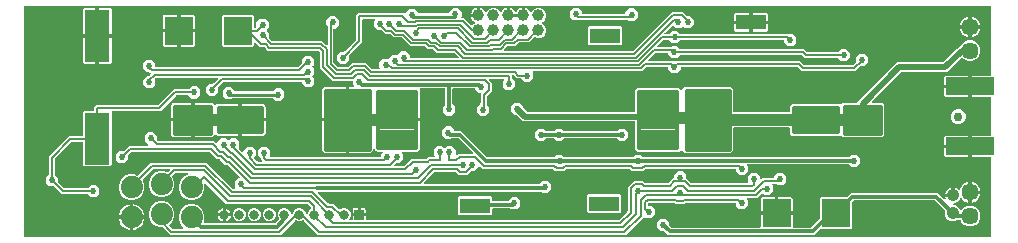
<source format=gbl>
G04 EAGLE Gerber RS-274X export*
G75*
%MOMM*%
%FSLAX34Y34*%
%LPD*%
%INBottom Copper*%
%IPPOS*%
%AMOC8*
5,1,8,0,0,1.08239X$1,22.5*%
G01*
%ADD10C,1.879600*%
%ADD11R,0.812800X0.812800*%
%ADD12C,0.812800*%
%ADD13R,2.115300X4.415700*%
%ADD14R,2.400000X2.400000*%
%ADD15R,2.540000X1.270000*%
%ADD16C,0.240000*%
%ADD17C,0.360000*%
%ADD18C,0.260000*%
%ADD19C,0.400000*%
%ADD20C,1.000000*%
%ADD21C,1.447800*%
%ADD22R,4.064000X1.524000*%
%ADD23C,1.050000*%
%ADD24C,1.016000*%
%ADD25C,0.675000*%
%ADD26C,0.203200*%
%ADD27C,0.525000*%
%ADD28C,1.125000*%
%ADD29C,0.152400*%
%ADD30C,0.304800*%
%ADD31C,0.254000*%
%ADD32C,0.508000*%
%ADD33C,0.750000*%

G36*
X947226Y2036D02*
X947226Y2036D01*
X947245Y2034D01*
X947347Y2056D01*
X947449Y2072D01*
X947466Y2082D01*
X947486Y2086D01*
X947575Y2139D01*
X947666Y2188D01*
X947680Y2202D01*
X947697Y2212D01*
X947764Y2291D01*
X947836Y2366D01*
X947844Y2384D01*
X947857Y2399D01*
X947896Y2495D01*
X947939Y2589D01*
X947941Y2609D01*
X947949Y2627D01*
X947967Y2794D01*
X947967Y69078D01*
X947964Y69098D01*
X947966Y69117D01*
X947944Y69219D01*
X947928Y69321D01*
X947918Y69338D01*
X947914Y69358D01*
X947861Y69447D01*
X947812Y69538D01*
X947798Y69552D01*
X947788Y69569D01*
X947709Y69636D01*
X947634Y69708D01*
X947616Y69716D01*
X947601Y69729D01*
X947505Y69768D01*
X947411Y69811D01*
X947391Y69813D01*
X947373Y69821D01*
X947206Y69839D01*
X931523Y69839D01*
X931523Y78222D01*
X931520Y78242D01*
X931522Y78261D01*
X931500Y78363D01*
X931483Y78465D01*
X931474Y78482D01*
X931470Y78502D01*
X931417Y78591D01*
X931368Y78682D01*
X931354Y78696D01*
X931344Y78713D01*
X931265Y78780D01*
X931190Y78851D01*
X931172Y78860D01*
X931157Y78873D01*
X931061Y78912D01*
X930967Y78955D01*
X930947Y78957D01*
X930929Y78965D01*
X930762Y78983D01*
X929999Y78983D01*
X929999Y78985D01*
X930762Y78985D01*
X930782Y78988D01*
X930801Y78986D01*
X930903Y79008D01*
X931005Y79025D01*
X931022Y79034D01*
X931042Y79038D01*
X931131Y79091D01*
X931222Y79140D01*
X931236Y79154D01*
X931253Y79164D01*
X931320Y79243D01*
X931391Y79318D01*
X931400Y79336D01*
X931413Y79351D01*
X931452Y79447D01*
X931495Y79541D01*
X931497Y79561D01*
X931505Y79579D01*
X931523Y79746D01*
X931523Y88129D01*
X947206Y88129D01*
X947226Y88132D01*
X947245Y88130D01*
X947347Y88152D01*
X947449Y88168D01*
X947466Y88178D01*
X947486Y88182D01*
X947575Y88235D01*
X947666Y88284D01*
X947680Y88298D01*
X947697Y88308D01*
X947764Y88387D01*
X947836Y88462D01*
X947844Y88480D01*
X947857Y88495D01*
X947896Y88591D01*
X947939Y88685D01*
X947941Y88705D01*
X947949Y88723D01*
X947967Y88890D01*
X947967Y119878D01*
X947964Y119898D01*
X947966Y119917D01*
X947944Y120019D01*
X947928Y120121D01*
X947918Y120138D01*
X947914Y120158D01*
X947861Y120247D01*
X947812Y120338D01*
X947798Y120352D01*
X947788Y120369D01*
X947709Y120436D01*
X947634Y120508D01*
X947616Y120516D01*
X947601Y120529D01*
X947505Y120568D01*
X947411Y120611D01*
X947391Y120613D01*
X947373Y120621D01*
X947206Y120639D01*
X931523Y120639D01*
X931523Y129022D01*
X931520Y129042D01*
X931522Y129061D01*
X931500Y129163D01*
X931483Y129265D01*
X931474Y129282D01*
X931470Y129302D01*
X931417Y129391D01*
X931368Y129482D01*
X931354Y129496D01*
X931344Y129513D01*
X931265Y129580D01*
X931190Y129651D01*
X931172Y129660D01*
X931157Y129673D01*
X931061Y129712D01*
X930967Y129755D01*
X930947Y129757D01*
X930929Y129765D01*
X930762Y129783D01*
X929999Y129783D01*
X929999Y129785D01*
X930762Y129785D01*
X930782Y129788D01*
X930801Y129786D01*
X930903Y129808D01*
X931005Y129825D01*
X931022Y129834D01*
X931042Y129838D01*
X931131Y129891D01*
X931222Y129940D01*
X931236Y129954D01*
X931253Y129964D01*
X931320Y130043D01*
X931391Y130118D01*
X931400Y130136D01*
X931413Y130151D01*
X931452Y130247D01*
X931495Y130341D01*
X931497Y130361D01*
X931505Y130379D01*
X931523Y130546D01*
X931523Y138929D01*
X947206Y138929D01*
X947226Y138932D01*
X947245Y138930D01*
X947347Y138952D01*
X947449Y138968D01*
X947466Y138978D01*
X947486Y138982D01*
X947575Y139035D01*
X947666Y139084D01*
X947680Y139098D01*
X947697Y139108D01*
X947764Y139187D01*
X947836Y139262D01*
X947844Y139280D01*
X947857Y139295D01*
X947896Y139391D01*
X947939Y139485D01*
X947941Y139505D01*
X947949Y139523D01*
X947967Y139690D01*
X947967Y197206D01*
X947964Y197226D01*
X947966Y197245D01*
X947944Y197347D01*
X947928Y197449D01*
X947918Y197466D01*
X947914Y197486D01*
X947861Y197575D01*
X947812Y197666D01*
X947798Y197680D01*
X947788Y197697D01*
X947709Y197764D01*
X947634Y197836D01*
X947616Y197844D01*
X947601Y197857D01*
X947505Y197896D01*
X947411Y197939D01*
X947391Y197941D01*
X947373Y197949D01*
X947206Y197967D01*
X130000Y197967D01*
X129980Y197964D01*
X129961Y197966D01*
X129859Y197944D01*
X129757Y197928D01*
X129740Y197918D01*
X129720Y197914D01*
X129631Y197861D01*
X129540Y197812D01*
X129526Y197798D01*
X129509Y197788D01*
X129442Y197709D01*
X129371Y197634D01*
X129362Y197616D01*
X129349Y197601D01*
X129310Y197505D01*
X129267Y197411D01*
X129265Y197391D01*
X129257Y197373D01*
X129239Y197206D01*
X129239Y2794D01*
X129242Y2774D01*
X129240Y2755D01*
X129262Y2653D01*
X129279Y2551D01*
X129288Y2534D01*
X129292Y2514D01*
X129345Y2425D01*
X129394Y2334D01*
X129408Y2320D01*
X129418Y2303D01*
X129497Y2236D01*
X129572Y2164D01*
X129590Y2156D01*
X129605Y2143D01*
X129701Y2104D01*
X129795Y2061D01*
X129815Y2059D01*
X129833Y2051D01*
X130000Y2033D01*
X947206Y2033D01*
X947226Y2036D01*
G37*
%LPC*%
G36*
X252694Y4063D02*
X252694Y4063D01*
X246415Y10342D01*
X246341Y10395D01*
X246271Y10455D01*
X246241Y10467D01*
X246215Y10486D01*
X246128Y10513D01*
X246043Y10547D01*
X246002Y10551D01*
X245980Y10558D01*
X245948Y10557D01*
X245876Y10565D01*
X243253Y10565D01*
X239239Y12228D01*
X236166Y15301D01*
X234503Y19315D01*
X234503Y23661D01*
X236166Y27675D01*
X239239Y30748D01*
X243253Y32411D01*
X247599Y32411D01*
X251613Y30748D01*
X254686Y27675D01*
X256349Y23661D01*
X256349Y19315D01*
X254686Y15301D01*
X252202Y12817D01*
X252191Y12801D01*
X252175Y12789D01*
X252119Y12701D01*
X252059Y12618D01*
X252053Y12599D01*
X252042Y12582D01*
X252017Y12481D01*
X251986Y12382D01*
X251987Y12363D01*
X251982Y12343D01*
X251990Y12240D01*
X251993Y12137D01*
X252000Y12118D01*
X252001Y12098D01*
X252042Y12003D01*
X252077Y11906D01*
X252090Y11890D01*
X252098Y11872D01*
X252202Y11741D01*
X254575Y9368D01*
X254649Y9315D01*
X254719Y9255D01*
X254749Y9243D01*
X254775Y9224D01*
X254862Y9197D01*
X254947Y9163D01*
X254988Y9159D01*
X255010Y9152D01*
X255042Y9153D01*
X255114Y9145D01*
X263344Y9145D01*
X263415Y9156D01*
X263487Y9158D01*
X263536Y9176D01*
X263587Y9184D01*
X263650Y9218D01*
X263718Y9243D01*
X263758Y9275D01*
X263805Y9300D01*
X263854Y9352D01*
X263910Y9396D01*
X263938Y9440D01*
X263974Y9478D01*
X264004Y9543D01*
X264043Y9603D01*
X264056Y9654D01*
X264078Y9701D01*
X264085Y9772D01*
X264103Y9842D01*
X264099Y9894D01*
X264105Y9945D01*
X264089Y10016D01*
X264084Y10087D01*
X264063Y10135D01*
X264052Y10186D01*
X264016Y10247D01*
X263987Y10313D01*
X263943Y10369D01*
X263926Y10397D01*
X263908Y10412D01*
X263883Y10444D01*
X261566Y12761D01*
X259903Y16775D01*
X259903Y21121D01*
X261566Y25135D01*
X264639Y28208D01*
X268653Y29871D01*
X272999Y29871D01*
X277013Y28208D01*
X280086Y25135D01*
X281749Y21121D01*
X281749Y16775D01*
X281023Y15023D01*
X281012Y14979D01*
X280993Y14937D01*
X280985Y14860D01*
X280967Y14784D01*
X280971Y14738D01*
X280966Y14693D01*
X280983Y14616D01*
X280990Y14539D01*
X281009Y14497D01*
X281018Y14452D01*
X281058Y14385D01*
X281090Y14314D01*
X281121Y14280D01*
X281145Y14241D01*
X281204Y14190D01*
X281256Y14133D01*
X281297Y14111D01*
X281331Y14081D01*
X281404Y14052D01*
X281472Y14015D01*
X281517Y14006D01*
X281560Y13989D01*
X281696Y13974D01*
X281714Y13971D01*
X281719Y13972D01*
X281726Y13971D01*
X341322Y13971D01*
X341412Y13985D01*
X341503Y13993D01*
X341533Y14005D01*
X341565Y14010D01*
X341645Y14053D01*
X341729Y14089D01*
X341761Y14115D01*
X341782Y14126D01*
X341804Y14149D01*
X341860Y14194D01*
X344509Y16843D01*
X344521Y16859D01*
X344536Y16871D01*
X344592Y16958D01*
X344653Y17042D01*
X344659Y17062D01*
X344669Y17078D01*
X344695Y17178D01*
X344725Y17277D01*
X344724Y17297D01*
X344729Y17317D01*
X344721Y17420D01*
X344719Y17523D01*
X344712Y17542D01*
X344710Y17562D01*
X344670Y17657D01*
X344634Y17754D01*
X344622Y17770D01*
X344614Y17788D01*
X344513Y17915D01*
X343661Y19970D01*
X343661Y22194D01*
X344512Y24248D01*
X346084Y25820D01*
X348138Y26671D01*
X350362Y26671D01*
X352416Y25820D01*
X353988Y24248D01*
X354839Y22194D01*
X354839Y21688D01*
X354850Y21617D01*
X354852Y21545D01*
X354870Y21496D01*
X354878Y21445D01*
X354912Y21382D01*
X354937Y21314D01*
X354969Y21273D01*
X354994Y21228D01*
X355045Y21178D01*
X355090Y21122D01*
X355134Y21094D01*
X355172Y21058D01*
X355237Y21028D01*
X355297Y20989D01*
X355348Y20976D01*
X355395Y20955D01*
X355466Y20947D01*
X355536Y20929D01*
X355588Y20933D01*
X355639Y20927D01*
X355710Y20943D01*
X355781Y20948D01*
X355829Y20969D01*
X355880Y20980D01*
X355941Y21017D01*
X356007Y21045D01*
X356063Y21089D01*
X356091Y21106D01*
X356106Y21124D01*
X356138Y21149D01*
X356191Y21223D01*
X356251Y21293D01*
X356263Y21323D01*
X356282Y21349D01*
X356309Y21436D01*
X356343Y21521D01*
X356347Y21562D01*
X356354Y21584D01*
X356353Y21616D01*
X356361Y21688D01*
X356361Y22194D01*
X357212Y24248D01*
X358784Y25820D01*
X360838Y26671D01*
X363062Y26671D01*
X365116Y25820D01*
X366688Y24248D01*
X367539Y22194D01*
X367539Y21942D01*
X367554Y21851D01*
X367561Y21759D01*
X367575Y21721D01*
X367578Y21699D01*
X367594Y21670D01*
X367619Y21601D01*
X367661Y21544D01*
X367694Y21482D01*
X367732Y21445D01*
X367763Y21402D01*
X367821Y21361D01*
X367872Y21312D01*
X367920Y21290D01*
X367963Y21259D01*
X368031Y21238D01*
X368095Y21209D01*
X368148Y21203D01*
X368199Y21187D01*
X368269Y21189D01*
X368339Y21181D01*
X368391Y21193D01*
X368445Y21194D01*
X368511Y21219D01*
X368580Y21234D01*
X368625Y21261D01*
X368675Y21279D01*
X368730Y21324D01*
X368791Y21360D01*
X368825Y21400D01*
X368867Y21434D01*
X368905Y21493D01*
X368951Y21547D01*
X368971Y21596D01*
X368999Y21641D01*
X369016Y21709D01*
X369043Y21775D01*
X369051Y21848D01*
X369059Y21880D01*
X369057Y21902D01*
X369061Y21942D01*
X369061Y22194D01*
X369912Y24248D01*
X371484Y25820D01*
X371639Y25884D01*
X371739Y25946D01*
X371839Y26006D01*
X371843Y26010D01*
X371848Y26014D01*
X371923Y26104D01*
X371999Y26193D01*
X372001Y26198D01*
X372005Y26203D01*
X372047Y26311D01*
X372091Y26421D01*
X372092Y26428D01*
X372093Y26433D01*
X372094Y26451D01*
X372109Y26587D01*
X372109Y27022D01*
X372095Y27112D01*
X372087Y27203D01*
X372075Y27233D01*
X372070Y27265D01*
X372027Y27345D01*
X371991Y27429D01*
X371965Y27461D01*
X371954Y27482D01*
X371931Y27504D01*
X371886Y27560D01*
X369190Y30256D01*
X369116Y30309D01*
X369047Y30369D01*
X369016Y30381D01*
X368990Y30400D01*
X368903Y30427D01*
X368818Y30461D01*
X368778Y30465D01*
X368755Y30472D01*
X368723Y30471D01*
X368652Y30479D01*
X300406Y30479D01*
X282605Y48279D01*
X282526Y48336D01*
X282451Y48398D01*
X282427Y48408D01*
X282406Y48423D01*
X282313Y48452D01*
X282222Y48487D01*
X282196Y48488D01*
X282171Y48495D01*
X282073Y48493D01*
X281976Y48497D01*
X281951Y48490D01*
X281925Y48489D01*
X281833Y48456D01*
X281740Y48428D01*
X281718Y48414D01*
X281694Y48405D01*
X281618Y48344D01*
X281538Y48288D01*
X281522Y48267D01*
X281502Y48251D01*
X281449Y48169D01*
X281391Y48091D01*
X281383Y48066D01*
X281369Y48044D01*
X281345Y47949D01*
X281315Y47857D01*
X281315Y47831D01*
X281309Y47805D01*
X281316Y47708D01*
X281317Y47611D01*
X281326Y47579D01*
X281328Y47560D01*
X281341Y47530D01*
X281364Y47450D01*
X281749Y46521D01*
X281749Y42175D01*
X280086Y38161D01*
X277013Y35088D01*
X272999Y33425D01*
X268653Y33425D01*
X264639Y35088D01*
X261566Y38161D01*
X259903Y42175D01*
X259903Y46521D01*
X261566Y50535D01*
X264639Y53608D01*
X267567Y54821D01*
X267650Y54872D01*
X267736Y54918D01*
X267754Y54937D01*
X267776Y54950D01*
X267838Y55025D01*
X267905Y55096D01*
X267916Y55120D01*
X267933Y55140D01*
X267968Y55231D01*
X268009Y55319D01*
X268012Y55345D01*
X268021Y55369D01*
X268025Y55467D01*
X268036Y55563D01*
X268030Y55589D01*
X268031Y55615D01*
X268004Y55709D01*
X267984Y55804D01*
X267970Y55826D01*
X267963Y55851D01*
X267907Y55931D01*
X267857Y56015D01*
X267838Y56032D01*
X267823Y56053D01*
X267744Y56112D01*
X267670Y56175D01*
X267646Y56185D01*
X267625Y56200D01*
X267533Y56230D01*
X267442Y56267D01*
X267410Y56270D01*
X267391Y56276D01*
X267358Y56276D01*
X267276Y56285D01*
X257343Y56285D01*
X257253Y56271D01*
X257162Y56263D01*
X257132Y56251D01*
X257100Y56246D01*
X257019Y56203D01*
X256935Y56167D01*
X256903Y56141D01*
X256883Y56130D01*
X256860Y56107D01*
X256805Y56062D01*
X254790Y54048D01*
X254777Y54030D01*
X254760Y54016D01*
X254706Y53930D01*
X254646Y53848D01*
X254640Y53827D01*
X254628Y53809D01*
X254604Y53710D01*
X254574Y53613D01*
X254575Y53591D01*
X254569Y53570D01*
X254578Y53468D01*
X254580Y53367D01*
X254588Y53346D01*
X254590Y53325D01*
X254609Y53279D01*
X254628Y53215D01*
X256349Y49061D01*
X256349Y44715D01*
X254686Y40701D01*
X251613Y37628D01*
X247599Y35965D01*
X243253Y35965D01*
X239239Y37628D01*
X236166Y40701D01*
X234503Y44715D01*
X234503Y49061D01*
X236166Y53075D01*
X239239Y56148D01*
X243253Y57811D01*
X247599Y57811D01*
X249793Y56902D01*
X249907Y56875D01*
X250020Y56847D01*
X250026Y56847D01*
X250033Y56846D01*
X250149Y56857D01*
X250265Y56866D01*
X250271Y56868D01*
X250277Y56869D01*
X250385Y56917D01*
X250492Y56962D01*
X250498Y56967D01*
X250502Y56969D01*
X250516Y56981D01*
X250623Y57067D01*
X252352Y58796D01*
X252393Y58854D01*
X252443Y58906D01*
X252465Y58953D01*
X252495Y58995D01*
X252516Y59064D01*
X252547Y59129D01*
X252552Y59181D01*
X252568Y59231D01*
X252566Y59302D01*
X252574Y59373D01*
X252563Y59424D01*
X252561Y59476D01*
X252537Y59544D01*
X252521Y59614D01*
X252495Y59658D01*
X252477Y59707D01*
X252432Y59763D01*
X252395Y59825D01*
X252356Y59859D01*
X252323Y59899D01*
X252263Y59938D01*
X252208Y59985D01*
X252160Y60004D01*
X252116Y60032D01*
X252047Y60050D01*
X251980Y60077D01*
X251909Y60085D01*
X251878Y60093D01*
X251854Y60091D01*
X251813Y60095D01*
X238801Y60095D01*
X238711Y60081D01*
X238620Y60073D01*
X238590Y60061D01*
X238558Y60056D01*
X238477Y60013D01*
X238393Y59977D01*
X238361Y59951D01*
X238341Y59940D01*
X238318Y59917D01*
X238263Y59872D01*
X229540Y51150D01*
X229472Y51056D01*
X229402Y50961D01*
X229400Y50955D01*
X229396Y50950D01*
X229362Y50839D01*
X229326Y50727D01*
X229326Y50721D01*
X229324Y50715D01*
X229327Y50598D01*
X229328Y50481D01*
X229330Y50474D01*
X229330Y50469D01*
X229337Y50451D01*
X229375Y50320D01*
X230949Y46521D01*
X230949Y42175D01*
X229286Y38161D01*
X226213Y35088D01*
X222199Y33425D01*
X217853Y33425D01*
X213839Y35088D01*
X210766Y38161D01*
X209103Y42175D01*
X209103Y46521D01*
X210766Y50535D01*
X213839Y53608D01*
X217853Y55271D01*
X222199Y55271D01*
X224752Y54213D01*
X224866Y54186D01*
X224979Y54158D01*
X224986Y54158D01*
X224992Y54157D01*
X225108Y54168D01*
X225225Y54177D01*
X225230Y54179D01*
X225237Y54180D01*
X225344Y54228D01*
X225451Y54273D01*
X225457Y54278D01*
X225461Y54280D01*
X225475Y54293D01*
X225582Y54378D01*
X236381Y65177D01*
X283630Y65177D01*
X305505Y43302D01*
X305579Y43249D01*
X305649Y43189D01*
X305679Y43177D01*
X305705Y43158D01*
X305792Y43131D01*
X305877Y43097D01*
X305918Y43093D01*
X305940Y43086D01*
X305972Y43087D01*
X306044Y43079D01*
X306917Y43079D01*
X306988Y43090D01*
X307059Y43092D01*
X307108Y43110D01*
X307160Y43118D01*
X307223Y43152D01*
X307290Y43177D01*
X307331Y43209D01*
X307377Y43234D01*
X307426Y43285D01*
X307483Y43330D01*
X307511Y43374D01*
X307547Y43412D01*
X307577Y43477D01*
X307615Y43537D01*
X307628Y43588D01*
X307650Y43635D01*
X307658Y43706D01*
X307676Y43776D01*
X307671Y43828D01*
X307677Y43879D01*
X307662Y43950D01*
X307656Y44021D01*
X307636Y44069D01*
X307625Y44120D01*
X307588Y44181D01*
X307560Y44247D01*
X307515Y44303D01*
X307499Y44331D01*
X307481Y44346D01*
X307455Y44378D01*
X307254Y44579D01*
X307254Y48859D01*
X310280Y51885D01*
X310984Y51885D01*
X311055Y51896D01*
X311127Y51898D01*
X311176Y51916D01*
X311227Y51924D01*
X311290Y51958D01*
X311358Y51983D01*
X311398Y52015D01*
X311444Y52040D01*
X311494Y52092D01*
X311550Y52136D01*
X311578Y52180D01*
X311614Y52218D01*
X311644Y52283D01*
X311683Y52343D01*
X311696Y52394D01*
X311717Y52441D01*
X311725Y52512D01*
X311743Y52582D01*
X311739Y52634D01*
X311745Y52685D01*
X311729Y52756D01*
X311724Y52827D01*
X311703Y52875D01*
X311692Y52926D01*
X311655Y52987D01*
X311627Y53053D01*
X311583Y53109D01*
X311566Y53137D01*
X311548Y53152D01*
X311523Y53184D01*
X301431Y63276D01*
X301357Y63329D01*
X301287Y63389D01*
X301257Y63401D01*
X301231Y63420D01*
X301144Y63447D01*
X301059Y63481D01*
X301018Y63485D01*
X300996Y63492D01*
X300964Y63491D01*
X300892Y63499D01*
X299532Y63499D01*
X295268Y67763D01*
X295194Y67816D01*
X295124Y67876D01*
X295094Y67888D01*
X295068Y67907D01*
X294981Y67934D01*
X294896Y67968D01*
X294855Y67972D01*
X294833Y67979D01*
X294801Y67978D01*
X294729Y67986D01*
X292602Y67986D01*
X286390Y74198D01*
X286316Y74251D01*
X286247Y74311D01*
X286217Y74323D01*
X286190Y74342D01*
X286104Y74369D01*
X286019Y74403D01*
X285978Y74407D01*
X285955Y74414D01*
X285923Y74413D01*
X285852Y74421D01*
X220316Y74421D01*
X220226Y74407D01*
X220135Y74399D01*
X220105Y74387D01*
X220073Y74382D01*
X219992Y74339D01*
X219908Y74303D01*
X219876Y74277D01*
X219856Y74266D01*
X219833Y74243D01*
X219777Y74198D01*
X217225Y71646D01*
X217172Y71572D01*
X217112Y71502D01*
X217100Y71472D01*
X217081Y71446D01*
X217054Y71359D01*
X217020Y71274D01*
X217016Y71233D01*
X217009Y71211D01*
X217010Y71179D01*
X217002Y71107D01*
X217002Y67710D01*
X213976Y64684D01*
X209696Y64684D01*
X206670Y67710D01*
X206670Y71990D01*
X209696Y75016D01*
X213093Y75016D01*
X213183Y75030D01*
X213274Y75038D01*
X213304Y75050D01*
X213336Y75055D01*
X213417Y75098D01*
X213501Y75134D01*
X213533Y75160D01*
X213553Y75171D01*
X213576Y75194D01*
X213632Y75239D01*
X217896Y79503D01*
X233426Y79503D01*
X233497Y79514D01*
X233568Y79516D01*
X233617Y79534D01*
X233669Y79542D01*
X233732Y79576D01*
X233799Y79601D01*
X233840Y79633D01*
X233886Y79658D01*
X233935Y79710D01*
X233991Y79754D01*
X234020Y79798D01*
X234056Y79836D01*
X234086Y79901D01*
X234124Y79961D01*
X234137Y80012D01*
X234159Y80059D01*
X234167Y80130D01*
X234185Y80200D01*
X234180Y80252D01*
X234186Y80303D01*
X234171Y80374D01*
X234165Y80445D01*
X234145Y80493D01*
X234134Y80544D01*
X234097Y80605D01*
X234069Y80671D01*
X234024Y80727D01*
X234008Y80755D01*
X233990Y80770D01*
X233964Y80802D01*
X231054Y83712D01*
X231054Y87992D01*
X234080Y91018D01*
X238360Y91018D01*
X241386Y87992D01*
X241386Y84595D01*
X241400Y84505D01*
X241408Y84414D01*
X241420Y84384D01*
X241425Y84352D01*
X241468Y84271D01*
X241504Y84187D01*
X241530Y84155D01*
X241541Y84135D01*
X241564Y84112D01*
X241609Y84056D01*
X242129Y83536D01*
X242203Y83483D01*
X242273Y83423D01*
X242303Y83411D01*
X242329Y83392D01*
X242416Y83365D01*
X242501Y83331D01*
X242542Y83327D01*
X242564Y83320D01*
X242596Y83321D01*
X242668Y83313D01*
X289745Y83313D01*
X291456Y81601D01*
X291476Y81581D01*
X291535Y81539D01*
X291587Y81490D01*
X291634Y81468D01*
X291676Y81438D01*
X291745Y81417D01*
X291810Y81386D01*
X291862Y81381D01*
X291911Y81365D01*
X291983Y81367D01*
X292054Y81359D01*
X292105Y81370D01*
X292157Y81371D01*
X292224Y81396D01*
X292295Y81411D01*
X292339Y81438D01*
X292388Y81456D01*
X292444Y81501D01*
X292506Y81538D01*
X292540Y81577D01*
X292580Y81609D01*
X292619Y81670D01*
X292666Y81724D01*
X292685Y81773D01*
X292713Y81816D01*
X292731Y81886D01*
X292758Y81953D01*
X292766Y82023D01*
X292774Y82055D01*
X292772Y82078D01*
X292776Y82119D01*
X292776Y82658D01*
X295802Y85684D01*
X300082Y85684D01*
X301468Y84298D01*
X301484Y84286D01*
X301496Y84271D01*
X301584Y84214D01*
X301667Y84154D01*
X301686Y84148D01*
X301703Y84138D01*
X301804Y84112D01*
X301903Y84082D01*
X301922Y84082D01*
X301942Y84077D01*
X302045Y84086D01*
X302148Y84088D01*
X302167Y84095D01*
X302187Y84097D01*
X302282Y84137D01*
X302379Y84173D01*
X302395Y84185D01*
X302413Y84193D01*
X302544Y84298D01*
X303930Y85684D01*
X308210Y85684D01*
X311236Y82658D01*
X311236Y78378D01*
X310915Y78057D01*
X310903Y78041D01*
X310887Y78029D01*
X310831Y77941D01*
X310771Y77857D01*
X310765Y77838D01*
X310754Y77822D01*
X310729Y77721D01*
X310699Y77622D01*
X310699Y77602D01*
X310694Y77583D01*
X310702Y77480D01*
X310705Y77376D01*
X310712Y77358D01*
X310713Y77338D01*
X310754Y77243D01*
X310789Y77145D01*
X310802Y77130D01*
X310810Y77112D01*
X310915Y76981D01*
X313575Y74320D01*
X313633Y74279D01*
X313685Y74229D01*
X313732Y74207D01*
X313774Y74177D01*
X313843Y74156D01*
X313908Y74126D01*
X313960Y74120D01*
X314010Y74104D01*
X314081Y74106D01*
X314152Y74098D01*
X314203Y74110D01*
X314255Y74111D01*
X314323Y74135D01*
X314393Y74151D01*
X314438Y74177D01*
X314486Y74195D01*
X314542Y74240D01*
X314604Y74277D01*
X314638Y74316D01*
X314678Y74349D01*
X314717Y74409D01*
X314764Y74464D01*
X314783Y74512D01*
X314811Y74556D01*
X314829Y74625D01*
X314856Y74692D01*
X314864Y74763D01*
X314872Y74794D01*
X314870Y74818D01*
X314874Y74859D01*
X314874Y75546D01*
X317900Y78572D01*
X322180Y78572D01*
X325206Y75546D01*
X325206Y71266D01*
X323970Y70031D01*
X323958Y70014D01*
X323943Y70002D01*
X323887Y69915D01*
X323827Y69831D01*
X323821Y69812D01*
X323810Y69795D01*
X323785Y69695D01*
X323754Y69596D01*
X323755Y69576D01*
X323750Y69557D01*
X323758Y69454D01*
X323761Y69350D01*
X323767Y69331D01*
X323769Y69311D01*
X323809Y69217D01*
X323845Y69119D01*
X323858Y69103D01*
X323865Y69085D01*
X323970Y68954D01*
X326660Y66264D01*
X326734Y66211D01*
X326804Y66151D01*
X326834Y66139D01*
X326860Y66120D01*
X326947Y66093D01*
X327032Y66059D01*
X327073Y66055D01*
X327095Y66048D01*
X327127Y66049D01*
X327199Y66041D01*
X330102Y66041D01*
X330173Y66052D01*
X330245Y66054D01*
X330294Y66072D01*
X330345Y66080D01*
X330408Y66114D01*
X330476Y66139D01*
X330516Y66171D01*
X330562Y66196D01*
X330612Y66248D01*
X330668Y66292D01*
X330696Y66336D01*
X330732Y66374D01*
X330762Y66439D01*
X330801Y66499D01*
X330814Y66550D01*
X330835Y66597D01*
X330843Y66668D01*
X330861Y66738D01*
X330857Y66790D01*
X330863Y66841D01*
X330847Y66912D01*
X330842Y66983D01*
X330821Y67031D01*
X330810Y67082D01*
X330773Y67143D01*
X330745Y67209D01*
X330701Y67265D01*
X330684Y67293D01*
X330666Y67308D01*
X330641Y67340D01*
X329691Y68290D01*
X329691Y68326D01*
X329677Y68416D01*
X329669Y68507D01*
X329657Y68537D01*
X329652Y68569D01*
X329609Y68649D01*
X329573Y68733D01*
X329547Y68765D01*
X329536Y68786D01*
X329513Y68808D01*
X329468Y68864D01*
X327066Y71266D01*
X327066Y75546D01*
X330092Y78572D01*
X334372Y78572D01*
X337398Y75546D01*
X337398Y71266D01*
X337282Y71150D01*
X337240Y71092D01*
X337190Y71040D01*
X337169Y70993D01*
X337138Y70951D01*
X337117Y70882D01*
X337087Y70817D01*
X337081Y70765D01*
X337066Y70715D01*
X337068Y70644D01*
X337060Y70573D01*
X337071Y70522D01*
X337072Y70470D01*
X337097Y70402D01*
X337112Y70332D01*
X337139Y70287D01*
X337157Y70239D01*
X337201Y70183D01*
X337238Y70121D01*
X337278Y70087D01*
X337310Y70047D01*
X337371Y70008D01*
X337425Y69961D01*
X337473Y69942D01*
X337517Y69914D01*
X337587Y69896D01*
X337653Y69869D01*
X337725Y69861D01*
X337756Y69853D01*
X337779Y69855D01*
X337820Y69851D01*
X430572Y69851D01*
X430592Y69854D01*
X430611Y69852D01*
X430713Y69874D01*
X430815Y69890D01*
X430832Y69900D01*
X430852Y69904D01*
X430941Y69957D01*
X431032Y70006D01*
X431046Y70020D01*
X431063Y70030D01*
X431130Y70109D01*
X431202Y70184D01*
X431210Y70202D01*
X431223Y70217D01*
X431262Y70313D01*
X431305Y70407D01*
X431307Y70427D01*
X431315Y70445D01*
X431333Y70612D01*
X431333Y72117D01*
X432416Y73200D01*
X432458Y73258D01*
X432508Y73310D01*
X432529Y73357D01*
X432560Y73399D01*
X432581Y73468D01*
X432611Y73533D01*
X432617Y73585D01*
X432632Y73635D01*
X432630Y73706D01*
X432638Y73777D01*
X432627Y73828D01*
X432626Y73880D01*
X432601Y73948D01*
X432586Y74018D01*
X432559Y74063D01*
X432541Y74111D01*
X432497Y74167D01*
X432460Y74229D01*
X432420Y74263D01*
X432388Y74303D01*
X432327Y74342D01*
X432273Y74389D01*
X432225Y74408D01*
X432181Y74436D01*
X432111Y74454D01*
X432045Y74481D01*
X431973Y74489D01*
X431942Y74497D01*
X431919Y74495D01*
X431878Y74499D01*
X428320Y74499D01*
X427475Y74726D01*
X426717Y75164D01*
X426098Y75783D01*
X425771Y76348D01*
X425726Y76403D01*
X425688Y76464D01*
X425648Y76498D01*
X425615Y76538D01*
X425555Y76576D01*
X425500Y76622D01*
X425451Y76641D01*
X425407Y76669D01*
X425337Y76686D01*
X425271Y76712D01*
X425219Y76714D01*
X425168Y76726D01*
X425097Y76720D01*
X425025Y76723D01*
X424975Y76709D01*
X424923Y76705D01*
X424857Y76676D01*
X424788Y76656D01*
X424745Y76627D01*
X424698Y76606D01*
X424645Y76558D01*
X424586Y76517D01*
X424554Y76475D01*
X424516Y76440D01*
X424481Y76378D01*
X424438Y76320D01*
X424412Y76254D01*
X424396Y76225D01*
X424392Y76202D01*
X424377Y76164D01*
X424243Y75664D01*
X423778Y74860D01*
X423122Y74204D01*
X422318Y73739D01*
X421422Y73499D01*
X404481Y73499D01*
X404481Y100001D01*
X444196Y100001D01*
X444216Y100004D01*
X444235Y100002D01*
X444337Y100024D01*
X444439Y100041D01*
X444456Y100050D01*
X444476Y100054D01*
X444565Y100107D01*
X444656Y100156D01*
X444670Y100170D01*
X444687Y100180D01*
X444754Y100259D01*
X444825Y100334D01*
X444834Y100352D01*
X444847Y100367D01*
X444886Y100463D01*
X444929Y100557D01*
X444931Y100577D01*
X444939Y100595D01*
X444957Y100762D01*
X444957Y102286D01*
X444954Y102306D01*
X444956Y102325D01*
X444934Y102427D01*
X444917Y102529D01*
X444908Y102546D01*
X444904Y102566D01*
X444851Y102655D01*
X444802Y102746D01*
X444788Y102760D01*
X444778Y102777D01*
X444699Y102844D01*
X444624Y102915D01*
X444606Y102924D01*
X444591Y102937D01*
X444495Y102976D01*
X444401Y103019D01*
X444381Y103021D01*
X444363Y103029D01*
X444196Y103047D01*
X404481Y103047D01*
X404481Y129549D01*
X407662Y129549D01*
X407733Y129560D01*
X407804Y129562D01*
X407853Y129580D01*
X407905Y129588D01*
X407968Y129622D01*
X408035Y129647D01*
X408076Y129679D01*
X408122Y129704D01*
X408171Y129756D01*
X408227Y129800D01*
X408256Y129844D01*
X408292Y129882D01*
X408322Y129947D01*
X408360Y130007D01*
X408373Y130058D01*
X408395Y130105D01*
X408403Y130176D01*
X408421Y130246D01*
X408416Y130298D01*
X408422Y130349D01*
X408407Y130420D01*
X408401Y130491D01*
X408381Y130539D01*
X408370Y130590D01*
X408333Y130651D01*
X408305Y130717D01*
X408260Y130773D01*
X408244Y130801D01*
X408226Y130816D01*
X408200Y130848D01*
X407584Y131464D01*
X407584Y133858D01*
X407581Y133878D01*
X407583Y133897D01*
X407561Y133999D01*
X407545Y134101D01*
X407535Y134118D01*
X407531Y134138D01*
X407478Y134227D01*
X407429Y134318D01*
X407415Y134332D01*
X407405Y134349D01*
X407326Y134416D01*
X407251Y134488D01*
X407233Y134496D01*
X407218Y134509D01*
X407122Y134548D01*
X407028Y134591D01*
X407008Y134593D01*
X406990Y134601D01*
X406823Y134619D01*
X390369Y134619D01*
X379729Y145259D01*
X379729Y158144D01*
X379715Y158234D01*
X379707Y158325D01*
X379695Y158355D01*
X379690Y158387D01*
X379647Y158468D01*
X379611Y158552D01*
X379585Y158584D01*
X379574Y158604D01*
X379551Y158627D01*
X379506Y158683D01*
X378393Y159796D01*
X378319Y159849D01*
X378249Y159909D01*
X378219Y159921D01*
X378193Y159940D01*
X378106Y159967D01*
X378021Y160001D01*
X377980Y160005D01*
X377958Y160012D01*
X377926Y160011D01*
X377854Y160019D01*
X335711Y160019D01*
X334000Y161730D01*
X334000Y161731D01*
X332955Y162775D01*
X332881Y162828D01*
X332812Y162888D01*
X332782Y162900D01*
X332755Y162919D01*
X332668Y162946D01*
X332583Y162980D01*
X332542Y162984D01*
X332520Y162991D01*
X332488Y162990D01*
X332417Y162998D01*
X328661Y162998D01*
X324824Y166835D01*
X324766Y166876D01*
X324714Y166926D01*
X324667Y166948D01*
X324625Y166978D01*
X324556Y166999D01*
X324491Y167029D01*
X324439Y167035D01*
X324389Y167050D01*
X324318Y167049D01*
X324247Y167056D01*
X324196Y167045D01*
X324144Y167044D01*
X324076Y167019D01*
X324006Y167004D01*
X323961Y166978D01*
X323913Y166960D01*
X323857Y166915D01*
X323795Y166878D01*
X323761Y166838D01*
X323721Y166806D01*
X323682Y166746D01*
X323635Y166691D01*
X323616Y166643D01*
X323588Y166599D01*
X323570Y166530D01*
X323543Y166463D01*
X323535Y166392D01*
X323527Y166360D01*
X323529Y166337D01*
X323525Y166296D01*
X323525Y164368D01*
X322632Y163475D01*
X297368Y163475D01*
X296475Y164368D01*
X296475Y189632D01*
X297368Y190525D01*
X322632Y190525D01*
X323525Y189632D01*
X323525Y180302D01*
X323528Y180282D01*
X323526Y180263D01*
X323548Y180161D01*
X323564Y180059D01*
X323574Y180042D01*
X323578Y180022D01*
X323631Y179933D01*
X323680Y179842D01*
X323694Y179828D01*
X323704Y179811D01*
X323783Y179744D01*
X323858Y179672D01*
X323876Y179664D01*
X323891Y179651D01*
X323987Y179612D01*
X324081Y179569D01*
X324101Y179567D01*
X324119Y179559D01*
X324286Y179541D01*
X324730Y179541D01*
X324820Y179555D01*
X324911Y179563D01*
X324941Y179575D01*
X324973Y179580D01*
X325054Y179623D01*
X325138Y179659D01*
X325170Y179685D01*
X325190Y179696D01*
X325213Y179719D01*
X325269Y179764D01*
X325573Y180068D01*
X325626Y180142D01*
X325686Y180212D01*
X325698Y180242D01*
X325717Y180268D01*
X325744Y180355D01*
X325778Y180440D01*
X325782Y180481D01*
X325789Y180503D01*
X325788Y180535D01*
X325796Y180607D01*
X325796Y184004D01*
X328822Y187030D01*
X333102Y187030D01*
X336128Y184004D01*
X336128Y179724D01*
X334464Y178060D01*
X334452Y178044D01*
X334437Y178032D01*
X334380Y177944D01*
X334320Y177861D01*
X334314Y177842D01*
X334304Y177825D01*
X334278Y177724D01*
X334248Y177625D01*
X334248Y177606D01*
X334243Y177586D01*
X334252Y177483D01*
X334254Y177380D01*
X334261Y177361D01*
X334263Y177341D01*
X334303Y177246D01*
X334339Y177149D01*
X334351Y177133D01*
X334359Y177115D01*
X334464Y176984D01*
X336318Y175130D01*
X336318Y171374D01*
X336332Y171283D01*
X336340Y171193D01*
X336352Y171163D01*
X336357Y171131D01*
X336400Y171050D01*
X336436Y170966D01*
X336462Y170934D01*
X336473Y170913D01*
X336496Y170891D01*
X336541Y170835D01*
X339004Y168372D01*
X339078Y168319D01*
X339148Y168259D01*
X339178Y168247D01*
X339204Y168228D01*
X339291Y168201D01*
X339376Y168167D01*
X339417Y168163D01*
X339439Y168156D01*
X339471Y168157D01*
X339542Y168149D01*
X381686Y168149D01*
X383248Y166586D01*
X385034Y164801D01*
X385092Y164759D01*
X385144Y164710D01*
X385191Y164688D01*
X385233Y164657D01*
X385302Y164636D01*
X385367Y164606D01*
X385419Y164600D01*
X385469Y164585D01*
X385540Y164587D01*
X385611Y164579D01*
X385662Y164590D01*
X385714Y164591D01*
X385782Y164616D01*
X385852Y164631D01*
X385897Y164658D01*
X385945Y164676D01*
X386001Y164721D01*
X386063Y164757D01*
X386097Y164797D01*
X386137Y164829D01*
X386176Y164890D01*
X386223Y164944D01*
X386242Y164992D01*
X386270Y165036D01*
X386288Y165106D01*
X386315Y165172D01*
X386323Y165244D01*
X386331Y165275D01*
X386329Y165298D01*
X386333Y165339D01*
X386333Y180138D01*
X386319Y180228D01*
X386311Y180319D01*
X386299Y180349D01*
X386294Y180381D01*
X386251Y180462D01*
X386215Y180546D01*
X386189Y180578D01*
X386178Y180598D01*
X386155Y180621D01*
X386128Y180655D01*
X386127Y180656D01*
X386126Y180657D01*
X386110Y180677D01*
X385040Y181747D01*
X385040Y186026D01*
X388066Y189052D01*
X392346Y189052D01*
X395372Y186026D01*
X395372Y181747D01*
X392346Y178721D01*
X391668Y178721D01*
X391648Y178717D01*
X391629Y178720D01*
X391527Y178698D01*
X391425Y178681D01*
X391408Y178672D01*
X391388Y178667D01*
X391299Y178614D01*
X391208Y178566D01*
X391194Y178551D01*
X391177Y178541D01*
X391110Y178462D01*
X391038Y178387D01*
X391030Y178369D01*
X391017Y178354D01*
X390978Y178258D01*
X390935Y178164D01*
X390933Y178145D01*
X390925Y178126D01*
X390907Y177959D01*
X390907Y150361D01*
X390921Y150270D01*
X390929Y150180D01*
X390941Y150150D01*
X390946Y150118D01*
X390989Y150037D01*
X391025Y149953D01*
X391051Y149921D01*
X391062Y149900D01*
X391085Y149878D01*
X391130Y149822D01*
X394932Y146020D01*
X395006Y145967D01*
X395076Y145907D01*
X395106Y145895D01*
X395132Y145876D01*
X395219Y145849D01*
X395304Y145815D01*
X395345Y145811D01*
X395367Y145804D01*
X395399Y145805D01*
X395471Y145797D01*
X403113Y145797D01*
X403203Y145811D01*
X403294Y145819D01*
X403324Y145831D01*
X403356Y145836D01*
X403436Y145879D01*
X403520Y145915D01*
X403552Y145941D01*
X403573Y145952D01*
X403595Y145975D01*
X403651Y146020D01*
X406815Y149184D01*
X418749Y149184D01*
X423522Y144411D01*
X423596Y144358D01*
X423665Y144298D01*
X423695Y144286D01*
X423721Y144267D01*
X423808Y144240D01*
X423893Y144206D01*
X423934Y144202D01*
X423956Y144195D01*
X423989Y144196D01*
X424060Y144188D01*
X429853Y144188D01*
X429924Y144199D01*
X429995Y144201D01*
X430044Y144219D01*
X430096Y144227D01*
X430159Y144261D01*
X430226Y144286D01*
X430267Y144318D01*
X430313Y144343D01*
X430362Y144394D01*
X430418Y144439D01*
X430447Y144483D01*
X430483Y144521D01*
X430513Y144586D01*
X430551Y144646D01*
X430564Y144697D01*
X430586Y144744D01*
X430594Y144815D01*
X430612Y144885D01*
X430607Y144937D01*
X430613Y144988D01*
X430598Y145059D01*
X430592Y145130D01*
X430572Y145178D01*
X430561Y145229D01*
X430524Y145290D01*
X430496Y145356D01*
X430451Y145412D01*
X430435Y145440D01*
X430417Y145455D01*
X430391Y145487D01*
X429936Y145942D01*
X429936Y150222D01*
X432962Y153248D01*
X437219Y153248D01*
X437309Y153262D01*
X437400Y153270D01*
X437430Y153282D01*
X437462Y153287D01*
X437542Y153330D01*
X437626Y153366D01*
X437658Y153392D01*
X437679Y153403D01*
X437701Y153426D01*
X437757Y153471D01*
X440582Y156296D01*
X444839Y156296D01*
X444929Y156310D01*
X445020Y156318D01*
X445050Y156330D01*
X445082Y156335D01*
X445162Y156378D01*
X445246Y156414D01*
X445278Y156440D01*
X445299Y156451D01*
X445321Y156474D01*
X445377Y156519D01*
X448202Y159344D01*
X452482Y159344D01*
X455508Y156318D01*
X455508Y154178D01*
X455511Y154158D01*
X455509Y154139D01*
X455531Y154037D01*
X455547Y153935D01*
X455557Y153918D01*
X455561Y153898D01*
X455614Y153809D01*
X455663Y153718D01*
X455677Y153704D01*
X455687Y153687D01*
X455766Y153620D01*
X455841Y153548D01*
X455859Y153540D01*
X455874Y153527D01*
X455970Y153488D01*
X456064Y153445D01*
X456084Y153443D01*
X456102Y153435D01*
X456269Y153417D01*
X496269Y153417D01*
X496339Y153428D01*
X496411Y153430D01*
X496460Y153448D01*
X496511Y153456D01*
X496575Y153490D01*
X496642Y153515D01*
X496683Y153547D01*
X496729Y153572D01*
X496778Y153624D01*
X496834Y153668D01*
X496862Y153712D01*
X496898Y153750D01*
X496928Y153815D01*
X496967Y153875D01*
X496980Y153926D01*
X497002Y153973D01*
X497010Y154044D01*
X497027Y154114D01*
X497023Y154166D01*
X497029Y154217D01*
X497014Y154288D01*
X497008Y154359D01*
X496988Y154407D01*
X496977Y154458D01*
X496940Y154519D01*
X496912Y154585D01*
X496867Y154641D01*
X496850Y154669D01*
X496833Y154684D01*
X496807Y154716D01*
X493505Y158018D01*
X493431Y158071D01*
X493361Y158131D01*
X493331Y158143D01*
X493305Y158162D01*
X493218Y158189D01*
X493133Y158223D01*
X493092Y158227D01*
X493070Y158234D01*
X493038Y158233D01*
X492966Y158241D01*
X478350Y158241D01*
X475356Y161235D01*
X475282Y161288D01*
X475212Y161348D01*
X475182Y161360D01*
X475156Y161379D01*
X475069Y161406D01*
X474984Y161440D01*
X474943Y161444D01*
X474921Y161451D01*
X474889Y161450D01*
X474818Y161458D01*
X471162Y161458D01*
X468845Y163775D01*
X468771Y163828D01*
X468702Y163888D01*
X468672Y163900D01*
X468645Y163919D01*
X468558Y163946D01*
X468474Y163980D01*
X468433Y163984D01*
X468410Y163991D01*
X468378Y163990D01*
X468307Y163998D01*
X456091Y163998D01*
X448948Y171141D01*
X448874Y171194D01*
X448805Y171254D01*
X448775Y171266D01*
X448748Y171285D01*
X448661Y171312D01*
X448577Y171346D01*
X448536Y171350D01*
X448513Y171357D01*
X448481Y171356D01*
X448410Y171364D01*
X441867Y171364D01*
X440305Y172927D01*
X439296Y173935D01*
X439222Y173988D01*
X439153Y174048D01*
X439123Y174060D01*
X439096Y174079D01*
X439009Y174106D01*
X438925Y174140D01*
X438884Y174144D01*
X438861Y174151D01*
X438829Y174150D01*
X438758Y174158D01*
X434896Y174158D01*
X431822Y177233D01*
X431748Y177286D01*
X431679Y177345D01*
X431648Y177357D01*
X431622Y177376D01*
X431535Y177403D01*
X431450Y177437D01*
X431410Y177442D01*
X431387Y177449D01*
X431355Y177448D01*
X431284Y177456D01*
X428141Y177456D01*
X425115Y180482D01*
X425115Y184761D01*
X425743Y185390D01*
X425785Y185448D01*
X425835Y185500D01*
X425857Y185547D01*
X425887Y185589D01*
X425908Y185658D01*
X425938Y185723D01*
X425944Y185775D01*
X425959Y185825D01*
X425957Y185896D01*
X425965Y185967D01*
X425954Y186018D01*
X425953Y186070D01*
X425928Y186138D01*
X425913Y186208D01*
X425886Y186253D01*
X425869Y186301D01*
X425824Y186357D01*
X425787Y186419D01*
X425747Y186453D01*
X425715Y186493D01*
X425655Y186532D01*
X425600Y186579D01*
X425552Y186598D01*
X425508Y186626D01*
X425438Y186644D01*
X425372Y186671D01*
X425301Y186679D01*
X425269Y186687D01*
X425246Y186685D01*
X425205Y186689D01*
X416284Y186689D01*
X416264Y186686D01*
X416245Y186688D01*
X416143Y186666D01*
X416041Y186650D01*
X416024Y186640D01*
X416004Y186636D01*
X415915Y186583D01*
X415824Y186534D01*
X415810Y186520D01*
X415793Y186510D01*
X415726Y186431D01*
X415654Y186356D01*
X415646Y186338D01*
X415633Y186323D01*
X415594Y186227D01*
X415551Y186133D01*
X415549Y186113D01*
X415541Y186095D01*
X415523Y185928D01*
X415523Y167236D01*
X404147Y155860D01*
X404094Y155786D01*
X404034Y155716D01*
X404022Y155686D01*
X404003Y155660D01*
X403976Y155573D01*
X403942Y155488D01*
X403938Y155447D01*
X403931Y155425D01*
X403932Y155393D01*
X403924Y155321D01*
X403924Y151924D01*
X400898Y148898D01*
X396618Y148898D01*
X393592Y151924D01*
X393592Y156204D01*
X396618Y159230D01*
X400015Y159230D01*
X400105Y159244D01*
X400196Y159252D01*
X400226Y159264D01*
X400258Y159269D01*
X400339Y159312D01*
X400423Y159348D01*
X400455Y159374D01*
X400475Y159385D01*
X400498Y159408D01*
X400554Y159453D01*
X410218Y169117D01*
X410271Y169191D01*
X410331Y169261D01*
X410343Y169291D01*
X410362Y169317D01*
X410389Y169404D01*
X410423Y169489D01*
X410427Y169530D01*
X410434Y169552D01*
X410433Y169584D01*
X410441Y169656D01*
X410441Y190282D01*
X411930Y191771D01*
X450443Y191771D01*
X450735Y191479D01*
X450793Y191437D01*
X450845Y191388D01*
X450892Y191366D01*
X450934Y191336D01*
X451003Y191314D01*
X451068Y191284D01*
X451120Y191279D01*
X451170Y191263D01*
X451241Y191265D01*
X451312Y191257D01*
X451363Y191268D01*
X451415Y191270D01*
X451483Y191294D01*
X451553Y191309D01*
X451598Y191336D01*
X451646Y191354D01*
X451702Y191399D01*
X451764Y191436D01*
X451798Y191475D01*
X451838Y191508D01*
X451877Y191568D01*
X451924Y191622D01*
X451943Y191671D01*
X451971Y191715D01*
X451989Y191784D01*
X452016Y191851D01*
X452024Y191922D01*
X452032Y191953D01*
X452030Y191976D01*
X452034Y192017D01*
X452034Y192386D01*
X455060Y195412D01*
X459340Y195412D01*
X462366Y192386D01*
X462366Y192278D01*
X462369Y192258D01*
X462367Y192239D01*
X462389Y192137D01*
X462405Y192035D01*
X462415Y192018D01*
X462419Y191998D01*
X462472Y191909D01*
X462521Y191818D01*
X462535Y191804D01*
X462545Y191787D01*
X462624Y191720D01*
X462699Y191648D01*
X462717Y191640D01*
X462732Y191627D01*
X462828Y191588D01*
X462922Y191545D01*
X462942Y191543D01*
X462960Y191535D01*
X463127Y191517D01*
X488357Y191517D01*
X488377Y191520D01*
X488396Y191518D01*
X488498Y191540D01*
X488600Y191556D01*
X488617Y191566D01*
X488637Y191570D01*
X488726Y191623D01*
X488817Y191672D01*
X488831Y191686D01*
X488848Y191696D01*
X488915Y191775D01*
X488987Y191850D01*
X488995Y191868D01*
X489008Y191883D01*
X489047Y191979D01*
X489090Y192073D01*
X489092Y192093D01*
X489100Y192111D01*
X489118Y192278D01*
X489118Y193064D01*
X492144Y196090D01*
X496424Y196090D01*
X499450Y193064D01*
X499450Y188784D01*
X499249Y188583D01*
X499207Y188525D01*
X499157Y188473D01*
X499136Y188426D01*
X499105Y188384D01*
X499084Y188315D01*
X499054Y188250D01*
X499048Y188198D01*
X499033Y188148D01*
X499035Y188077D01*
X499027Y188006D01*
X499038Y187955D01*
X499039Y187903D01*
X499064Y187835D01*
X499079Y187765D01*
X499106Y187720D01*
X499124Y187672D01*
X499168Y187616D01*
X499205Y187554D01*
X499245Y187520D01*
X499277Y187480D01*
X499338Y187441D01*
X499392Y187394D01*
X499440Y187375D01*
X499484Y187347D01*
X499554Y187329D01*
X499620Y187302D01*
X499692Y187294D01*
X499723Y187286D01*
X499746Y187288D01*
X499787Y187284D01*
X501780Y187284D01*
X503343Y185721D01*
X507639Y181425D01*
X507655Y181413D01*
X507668Y181398D01*
X507755Y181342D01*
X507839Y181281D01*
X507858Y181276D01*
X507875Y181265D01*
X507975Y181239D01*
X508074Y181209D01*
X508094Y181210D01*
X508113Y181205D01*
X508216Y181213D01*
X508320Y181215D01*
X508338Y181222D01*
X508358Y181224D01*
X508453Y181264D01*
X508551Y181300D01*
X508566Y181312D01*
X508585Y181320D01*
X508716Y181425D01*
X510018Y182727D01*
X510357Y182868D01*
X510458Y182930D01*
X510561Y182993D01*
X510563Y182996D01*
X510566Y182997D01*
X510643Y183090D01*
X510720Y183182D01*
X510721Y183184D01*
X510723Y183187D01*
X510766Y183300D01*
X510810Y183410D01*
X510810Y183414D01*
X510811Y183416D01*
X510816Y183536D01*
X510822Y183656D01*
X510821Y183659D01*
X510821Y183662D01*
X510788Y183775D01*
X510755Y183893D01*
X510754Y183895D01*
X510753Y183898D01*
X510686Y183995D01*
X510617Y184096D01*
X510614Y184098D01*
X510613Y184100D01*
X510604Y184107D01*
X510488Y184204D01*
X509555Y184828D01*
X508646Y185737D01*
X507932Y186805D01*
X507440Y187993D01*
X507314Y188627D01*
X513206Y188627D01*
X513225Y188630D01*
X513245Y188628D01*
X513347Y188650D01*
X513449Y188666D01*
X513466Y188676D01*
X513486Y188680D01*
X513575Y188733D01*
X513666Y188782D01*
X513680Y188796D01*
X513697Y188806D01*
X513764Y188885D01*
X513835Y188960D01*
X513844Y188978D01*
X513857Y188993D01*
X513895Y189089D01*
X513939Y189183D01*
X513941Y189203D01*
X513949Y189221D01*
X513967Y189388D01*
X513967Y189643D01*
X514222Y189643D01*
X514242Y189646D01*
X514261Y189644D01*
X514363Y189666D01*
X514465Y189683D01*
X514482Y189692D01*
X514502Y189696D01*
X514591Y189749D01*
X514682Y189798D01*
X514696Y189812D01*
X514713Y189822D01*
X514780Y189901D01*
X514852Y189976D01*
X514860Y189994D01*
X514873Y190009D01*
X514912Y190106D01*
X514955Y190199D01*
X514957Y190219D01*
X514965Y190237D01*
X514983Y190404D01*
X514983Y196296D01*
X515617Y196170D01*
X516805Y195678D01*
X517873Y194964D01*
X518782Y194055D01*
X519406Y193122D01*
X519489Y193033D01*
X519569Y192946D01*
X519572Y192944D01*
X519574Y192942D01*
X519680Y192884D01*
X519785Y192827D01*
X519788Y192826D01*
X519790Y192825D01*
X519907Y192805D01*
X520027Y192783D01*
X520030Y192784D01*
X520033Y192783D01*
X520150Y192801D01*
X520270Y192819D01*
X520273Y192821D01*
X520276Y192821D01*
X520381Y192876D01*
X520489Y192931D01*
X520491Y192933D01*
X520494Y192934D01*
X520577Y193020D01*
X520661Y193106D01*
X520663Y193109D01*
X520665Y193111D01*
X520670Y193121D01*
X520742Y193253D01*
X520883Y193592D01*
X522718Y195427D01*
X525116Y196421D01*
X527712Y196421D01*
X530110Y195427D01*
X531945Y193592D01*
X532086Y193253D01*
X532149Y193150D01*
X532211Y193049D01*
X532214Y193047D01*
X532215Y193044D01*
X532308Y192967D01*
X532400Y192890D01*
X532402Y192889D01*
X532405Y192887D01*
X532518Y192844D01*
X532628Y192800D01*
X532632Y192800D01*
X532634Y192799D01*
X532754Y192794D01*
X532874Y192788D01*
X532877Y192789D01*
X532880Y192789D01*
X532994Y192822D01*
X533111Y192855D01*
X533113Y192856D01*
X533116Y192857D01*
X533214Y192925D01*
X533314Y192993D01*
X533316Y192996D01*
X533318Y192997D01*
X533325Y193006D01*
X533422Y193122D01*
X534046Y194055D01*
X534955Y194964D01*
X536023Y195678D01*
X537211Y196170D01*
X537845Y196296D01*
X537845Y190404D01*
X537848Y190385D01*
X537846Y190365D01*
X537868Y190263D01*
X537884Y190161D01*
X537894Y190144D01*
X537898Y190124D01*
X537951Y190035D01*
X538000Y189944D01*
X538014Y189930D01*
X538024Y189913D01*
X538103Y189846D01*
X538178Y189775D01*
X538196Y189766D01*
X538211Y189753D01*
X538307Y189715D01*
X538401Y189671D01*
X538421Y189669D01*
X538439Y189661D01*
X538606Y189643D01*
X538861Y189643D01*
X538861Y189388D01*
X538864Y189368D01*
X538862Y189348D01*
X538884Y189247D01*
X538901Y189145D01*
X538910Y189128D01*
X538914Y189108D01*
X538967Y189019D01*
X539016Y188928D01*
X539030Y188914D01*
X539040Y188897D01*
X539119Y188830D01*
X539194Y188758D01*
X539212Y188750D01*
X539227Y188737D01*
X539324Y188698D01*
X539417Y188655D01*
X539437Y188653D01*
X539455Y188645D01*
X539622Y188627D01*
X551306Y188627D01*
X551325Y188630D01*
X551345Y188628D01*
X551447Y188650D01*
X551549Y188666D01*
X551566Y188676D01*
X551586Y188680D01*
X551675Y188733D01*
X551766Y188782D01*
X551780Y188796D01*
X551797Y188806D01*
X551864Y188885D01*
X551935Y188960D01*
X551944Y188978D01*
X551957Y188993D01*
X551995Y189089D01*
X552039Y189183D01*
X552041Y189203D01*
X552049Y189221D01*
X552067Y189388D01*
X552067Y189643D01*
X552322Y189643D01*
X552342Y189646D01*
X552361Y189644D01*
X552463Y189666D01*
X552565Y189683D01*
X552582Y189692D01*
X552602Y189696D01*
X552691Y189749D01*
X552782Y189798D01*
X552796Y189812D01*
X552813Y189822D01*
X552880Y189901D01*
X552952Y189976D01*
X552960Y189994D01*
X552973Y190009D01*
X553012Y190106D01*
X553055Y190199D01*
X553057Y190219D01*
X553065Y190237D01*
X553083Y190404D01*
X553083Y196296D01*
X553717Y196170D01*
X554905Y195678D01*
X555973Y194964D01*
X556882Y194055D01*
X557506Y193122D01*
X557589Y193033D01*
X557669Y192946D01*
X557672Y192944D01*
X557674Y192942D01*
X557780Y192884D01*
X557885Y192827D01*
X557888Y192826D01*
X557890Y192825D01*
X558007Y192805D01*
X558127Y192783D01*
X558130Y192784D01*
X558133Y192783D01*
X558250Y192801D01*
X558370Y192819D01*
X558373Y192821D01*
X558376Y192821D01*
X558481Y192876D01*
X558589Y192931D01*
X558591Y192933D01*
X558594Y192934D01*
X558677Y193020D01*
X558761Y193106D01*
X558763Y193109D01*
X558765Y193111D01*
X558770Y193121D01*
X558842Y193253D01*
X558983Y193592D01*
X560818Y195427D01*
X563216Y196421D01*
X565812Y196421D01*
X568210Y195427D01*
X570045Y193592D01*
X571039Y191194D01*
X571039Y188598D01*
X570045Y186200D01*
X568210Y184365D01*
X567932Y184249D01*
X567871Y184212D01*
X567805Y184182D01*
X567767Y184147D01*
X567723Y184120D01*
X567677Y184065D01*
X567624Y184016D01*
X567599Y183970D01*
X567566Y183930D01*
X567540Y183863D01*
X567505Y183800D01*
X567496Y183749D01*
X567478Y183701D01*
X567475Y183629D01*
X567462Y183558D01*
X567469Y183507D01*
X567467Y183455D01*
X567487Y183386D01*
X567498Y183315D01*
X567521Y183269D01*
X567536Y183219D01*
X567577Y183160D01*
X567609Y183096D01*
X567646Y183059D01*
X567676Y183017D01*
X567733Y182974D01*
X567785Y182924D01*
X567847Y182889D01*
X567873Y182870D01*
X567896Y182863D01*
X567932Y182843D01*
X568210Y182727D01*
X570045Y180892D01*
X571039Y178494D01*
X571039Y175898D01*
X570045Y173500D01*
X568210Y171665D01*
X565812Y170671D01*
X563216Y170671D01*
X561301Y171465D01*
X561187Y171491D01*
X561074Y171520D01*
X561068Y171519D01*
X561062Y171521D01*
X560945Y171510D01*
X560829Y171501D01*
X560823Y171498D01*
X560817Y171498D01*
X560709Y171450D01*
X560602Y171404D01*
X560597Y171400D01*
X560592Y171398D01*
X560578Y171385D01*
X560471Y171300D01*
X556287Y167115D01*
X548213Y167115D01*
X548123Y167101D01*
X548032Y167093D01*
X548002Y167081D01*
X547970Y167076D01*
X547890Y167033D01*
X547806Y166997D01*
X547774Y166971D01*
X547753Y166960D01*
X547731Y166937D01*
X547675Y166892D01*
X546158Y165376D01*
X544596Y163813D01*
X538756Y163813D01*
X538666Y163799D01*
X538575Y163791D01*
X538545Y163779D01*
X538513Y163774D01*
X538432Y163731D01*
X538349Y163695D01*
X538316Y163669D01*
X538296Y163658D01*
X538274Y163635D01*
X538218Y163590D01*
X535440Y160812D01*
X535398Y160754D01*
X535348Y160702D01*
X535326Y160655D01*
X535296Y160613D01*
X535275Y160544D01*
X535245Y160479D01*
X535239Y160427D01*
X535224Y160377D01*
X535226Y160306D01*
X535218Y160235D01*
X535229Y160184D01*
X535230Y160132D01*
X535255Y160064D01*
X535270Y159994D01*
X535297Y159950D01*
X535315Y159901D01*
X535359Y159845D01*
X535396Y159783D01*
X535436Y159749D01*
X535468Y159709D01*
X535529Y159670D01*
X535583Y159623D01*
X535631Y159604D01*
X535675Y159576D01*
X535745Y159558D01*
X535811Y159531D01*
X535883Y159523D01*
X535914Y159515D01*
X535937Y159517D01*
X535978Y159513D01*
X644450Y159513D01*
X644540Y159527D01*
X644631Y159535D01*
X644661Y159547D01*
X644693Y159552D01*
X644774Y159595D01*
X644857Y159631D01*
X644890Y159657D01*
X644910Y159668D01*
X644932Y159691D01*
X644988Y159736D01*
X677581Y192329D01*
X687279Y192329D01*
X690051Y189557D01*
X690124Y189504D01*
X690194Y189444D01*
X690224Y189432D01*
X690250Y189413D01*
X690337Y189386D01*
X690422Y189352D01*
X690463Y189348D01*
X690485Y189341D01*
X690518Y189342D01*
X690589Y189334D01*
X693107Y189334D01*
X696133Y186308D01*
X696133Y182028D01*
X693107Y179002D01*
X688828Y179002D01*
X687609Y180221D01*
X687593Y180233D01*
X687580Y180248D01*
X687493Y180304D01*
X687409Y180364D01*
X687390Y180370D01*
X687373Y180381D01*
X687273Y180406D01*
X687174Y180437D01*
X687154Y180436D01*
X687135Y180441D01*
X687032Y180433D01*
X686928Y180430D01*
X686909Y180424D01*
X686890Y180422D01*
X686795Y180382D01*
X686697Y180346D01*
X686682Y180333D01*
X686663Y180326D01*
X686532Y180221D01*
X685229Y178917D01*
X680949Y178917D01*
X678621Y181246D01*
X678605Y181257D01*
X678592Y181273D01*
X678505Y181329D01*
X678421Y181389D01*
X678402Y181395D01*
X678385Y181406D01*
X678285Y181431D01*
X678186Y181461D01*
X678166Y181461D01*
X678147Y181466D01*
X678044Y181458D01*
X677940Y181455D01*
X677922Y181448D01*
X677902Y181447D01*
X677807Y181406D01*
X677709Y181371D01*
X677694Y181358D01*
X677675Y181350D01*
X677544Y181246D01*
X671335Y175036D01*
X671293Y174978D01*
X671244Y174926D01*
X671222Y174879D01*
X671192Y174837D01*
X671171Y174768D01*
X671140Y174703D01*
X671135Y174651D01*
X671119Y174601D01*
X671121Y174530D01*
X671113Y174459D01*
X671124Y174408D01*
X671126Y174356D01*
X671150Y174288D01*
X671165Y174218D01*
X671192Y174174D01*
X671210Y174125D01*
X671255Y174069D01*
X671292Y174007D01*
X671331Y173973D01*
X671364Y173933D01*
X671424Y173894D01*
X671479Y173847D01*
X671527Y173828D01*
X671571Y173800D01*
X671640Y173782D01*
X671707Y173755D01*
X671778Y173747D01*
X671809Y173739D01*
X671833Y173741D01*
X671873Y173737D01*
X674624Y173737D01*
X674714Y173751D01*
X674805Y173759D01*
X674835Y173771D01*
X674867Y173776D01*
X674947Y173819D01*
X675031Y173855D01*
X675063Y173881D01*
X675084Y173892D01*
X675106Y173915D01*
X675162Y173960D01*
X677818Y176616D01*
X682098Y176616D01*
X684500Y174214D01*
X684574Y174161D01*
X684643Y174101D01*
X684673Y174089D01*
X684700Y174070D01*
X684786Y174043D01*
X684871Y174009D01*
X684912Y174005D01*
X684935Y173998D01*
X684967Y173999D01*
X685038Y173991D01*
X775082Y173991D01*
X775172Y174005D01*
X775263Y174013D01*
X775293Y174025D01*
X775325Y174030D01*
X775405Y174073D01*
X775489Y174109D01*
X775496Y174114D01*
X779800Y174114D01*
X782826Y171088D01*
X782826Y166809D01*
X779800Y163783D01*
X775521Y163783D01*
X772495Y166809D01*
X772495Y168148D01*
X772491Y168168D01*
X772494Y168187D01*
X772472Y168289D01*
X772455Y168391D01*
X772446Y168408D01*
X772441Y168428D01*
X772388Y168517D01*
X772340Y168608D01*
X772325Y168622D01*
X772315Y168639D01*
X772236Y168706D01*
X772161Y168778D01*
X772143Y168786D01*
X772128Y168799D01*
X772032Y168838D01*
X771938Y168881D01*
X771919Y168883D01*
X771900Y168891D01*
X771733Y168909D01*
X685038Y168909D01*
X684948Y168895D01*
X684857Y168887D01*
X684827Y168875D01*
X684795Y168870D01*
X684715Y168827D01*
X684631Y168791D01*
X684599Y168765D01*
X684578Y168754D01*
X684556Y168731D01*
X684500Y168686D01*
X682098Y166284D01*
X677818Y166284D01*
X675162Y168940D01*
X675088Y168993D01*
X675019Y169053D01*
X674989Y169065D01*
X674962Y169084D01*
X674876Y169111D01*
X674791Y169145D01*
X674750Y169149D01*
X674727Y169156D01*
X674695Y169155D01*
X674624Y169163D01*
X670299Y169163D01*
X670208Y169149D01*
X670118Y169141D01*
X670088Y169129D01*
X670056Y169124D01*
X669975Y169081D01*
X669891Y169045D01*
X669859Y169019D01*
X669838Y169008D01*
X669816Y168985D01*
X669760Y168940D01*
X664934Y164114D01*
X664892Y164056D01*
X664843Y164004D01*
X664821Y163957D01*
X664791Y163915D01*
X664770Y163846D01*
X664739Y163781D01*
X664734Y163729D01*
X664718Y163679D01*
X664720Y163608D01*
X664712Y163537D01*
X664723Y163486D01*
X664725Y163434D01*
X664749Y163366D01*
X664764Y163296D01*
X664791Y163251D01*
X664809Y163203D01*
X664854Y163147D01*
X664891Y163085D01*
X664930Y163051D01*
X664963Y163011D01*
X665023Y162972D01*
X665078Y162925D01*
X665126Y162906D01*
X665170Y162878D01*
X665239Y162860D01*
X665306Y162833D01*
X665377Y162825D01*
X665408Y162817D01*
X665432Y162819D01*
X665472Y162815D01*
X676148Y162815D01*
X676238Y162829D01*
X676329Y162837D01*
X676359Y162849D01*
X676391Y162854D01*
X676471Y162897D01*
X676555Y162933D01*
X676587Y162959D01*
X676608Y162970D01*
X676630Y162993D01*
X676686Y163038D01*
X677564Y163916D01*
X681844Y163916D01*
X684246Y161514D01*
X684320Y161461D01*
X684389Y161401D01*
X684419Y161389D01*
X684446Y161370D01*
X684532Y161343D01*
X684617Y161309D01*
X684658Y161305D01*
X684681Y161298D01*
X684713Y161299D01*
X684784Y161291D01*
X789270Y161291D01*
X791587Y158974D01*
X791661Y158921D01*
X791731Y158861D01*
X791761Y158849D01*
X791787Y158830D01*
X791874Y158803D01*
X791959Y158769D01*
X792000Y158765D01*
X792022Y158758D01*
X792054Y158759D01*
X792126Y158751D01*
X817880Y158751D01*
X817970Y158765D01*
X818061Y158773D01*
X818091Y158785D01*
X818123Y158790D01*
X818203Y158833D01*
X818287Y158869D01*
X818319Y158895D01*
X818340Y158906D01*
X818362Y158929D01*
X818418Y158974D01*
X820820Y161376D01*
X825100Y161376D01*
X828126Y158350D01*
X828126Y154070D01*
X825100Y151044D01*
X820820Y151044D01*
X818418Y153446D01*
X818344Y153499D01*
X818275Y153559D01*
X818245Y153571D01*
X818218Y153590D01*
X818132Y153617D01*
X818047Y153651D01*
X818006Y153655D01*
X817983Y153662D01*
X817951Y153661D01*
X817880Y153669D01*
X789706Y153669D01*
X787389Y155986D01*
X787315Y156039D01*
X787245Y156099D01*
X787215Y156111D01*
X787189Y156130D01*
X787102Y156157D01*
X787017Y156191D01*
X786976Y156195D01*
X786954Y156202D01*
X786922Y156201D01*
X786850Y156209D01*
X684784Y156209D01*
X684694Y156195D01*
X684603Y156187D01*
X684573Y156175D01*
X684541Y156170D01*
X684461Y156127D01*
X684377Y156091D01*
X684345Y156065D01*
X684324Y156054D01*
X684302Y156031D01*
X684246Y155986D01*
X681844Y153584D01*
X677564Y153584D01*
X674538Y156610D01*
X674538Y157480D01*
X674535Y157500D01*
X674537Y157519D01*
X674515Y157621D01*
X674499Y157723D01*
X674489Y157740D01*
X674485Y157760D01*
X674432Y157849D01*
X674383Y157940D01*
X674369Y157954D01*
X674359Y157971D01*
X674280Y158038D01*
X674205Y158110D01*
X674187Y158118D01*
X674172Y158131D01*
X674076Y158170D01*
X673982Y158213D01*
X673962Y158215D01*
X673944Y158223D01*
X673777Y158241D01*
X663695Y158241D01*
X663604Y158227D01*
X663514Y158219D01*
X663484Y158207D01*
X663452Y158202D01*
X663371Y158159D01*
X663287Y158123D01*
X663255Y158097D01*
X663234Y158086D01*
X663212Y158063D01*
X663156Y158018D01*
X657314Y152176D01*
X657272Y152118D01*
X657223Y152066D01*
X657201Y152019D01*
X657171Y151977D01*
X657150Y151908D01*
X657119Y151843D01*
X657114Y151791D01*
X657098Y151741D01*
X657100Y151670D01*
X657092Y151599D01*
X657103Y151548D01*
X657105Y151496D01*
X657129Y151428D01*
X657144Y151358D01*
X657171Y151313D01*
X657189Y151265D01*
X657234Y151209D01*
X657271Y151147D01*
X657310Y151113D01*
X657343Y151073D01*
X657403Y151034D01*
X657458Y150987D01*
X657506Y150968D01*
X657550Y150940D01*
X657619Y150922D01*
X657686Y150895D01*
X657757Y150887D01*
X657788Y150879D01*
X657812Y150881D01*
X657852Y150877D01*
X676910Y150877D01*
X677000Y150891D01*
X677091Y150899D01*
X677121Y150911D01*
X677153Y150916D01*
X677233Y150959D01*
X677317Y150995D01*
X677349Y151021D01*
X677370Y151032D01*
X677392Y151055D01*
X677448Y151100D01*
X677564Y151216D01*
X681844Y151216D01*
X681960Y151100D01*
X682034Y151047D01*
X682103Y150987D01*
X682133Y150975D01*
X682160Y150956D01*
X682246Y150929D01*
X682331Y150895D01*
X682372Y150891D01*
X682395Y150884D01*
X682427Y150885D01*
X682498Y150877D01*
X786166Y150877D01*
X787878Y149165D01*
X789245Y147798D01*
X789319Y147745D01*
X789389Y147685D01*
X789419Y147673D01*
X789445Y147654D01*
X789532Y147627D01*
X789617Y147593D01*
X789658Y147589D01*
X789680Y147582D01*
X789712Y147583D01*
X789784Y147575D01*
X830482Y147575D01*
X830572Y147589D01*
X830663Y147597D01*
X830693Y147609D01*
X830725Y147614D01*
X830806Y147657D01*
X830890Y147693D01*
X830922Y147719D01*
X830942Y147730D01*
X830965Y147753D01*
X831021Y147798D01*
X832811Y149588D01*
X832864Y149662D01*
X832924Y149732D01*
X832936Y149762D01*
X832955Y149788D01*
X832982Y149875D01*
X833016Y149960D01*
X833020Y150001D01*
X833027Y150023D01*
X833026Y150055D01*
X833034Y150127D01*
X833034Y154540D01*
X836060Y157566D01*
X840340Y157566D01*
X843366Y154540D01*
X843366Y150260D01*
X840340Y147234D01*
X837959Y147234D01*
X837869Y147220D01*
X837778Y147212D01*
X837748Y147200D01*
X837716Y147195D01*
X837635Y147152D01*
X837551Y147116D01*
X837519Y147090D01*
X837499Y147079D01*
X837476Y147056D01*
X837420Y147011D01*
X832902Y142493D01*
X787364Y142493D01*
X785652Y144204D01*
X785652Y144205D01*
X784285Y145572D01*
X784211Y145625D01*
X784141Y145685D01*
X784111Y145697D01*
X784085Y145716D01*
X783998Y145743D01*
X783913Y145777D01*
X783872Y145781D01*
X783850Y145788D01*
X783818Y145787D01*
X783746Y145795D01*
X685631Y145795D01*
X685611Y145792D01*
X685592Y145794D01*
X685490Y145772D01*
X685388Y145756D01*
X685371Y145746D01*
X685351Y145742D01*
X685262Y145689D01*
X685171Y145640D01*
X685157Y145626D01*
X685140Y145616D01*
X685073Y145537D01*
X685001Y145462D01*
X684993Y145444D01*
X684980Y145429D01*
X684941Y145333D01*
X684898Y145239D01*
X684896Y145219D01*
X684888Y145201D01*
X684870Y145034D01*
X684870Y143910D01*
X681844Y140884D01*
X677564Y140884D01*
X674538Y143910D01*
X674538Y145542D01*
X674535Y145562D01*
X674537Y145581D01*
X674515Y145683D01*
X674499Y145785D01*
X674489Y145802D01*
X674485Y145822D01*
X674432Y145911D01*
X674383Y146002D01*
X674369Y146016D01*
X674359Y146033D01*
X674280Y146100D01*
X674205Y146172D01*
X674187Y146180D01*
X674172Y146193D01*
X674076Y146232D01*
X673982Y146275D01*
X673962Y146277D01*
X673944Y146285D01*
X673777Y146303D01*
X656075Y146303D01*
X655984Y146289D01*
X655894Y146281D01*
X655864Y146269D01*
X655832Y146264D01*
X655751Y146221D01*
X655667Y146185D01*
X655635Y146159D01*
X655614Y146148D01*
X655592Y146125D01*
X655536Y146080D01*
X652203Y142747D01*
X560324Y142747D01*
X560253Y142736D01*
X560182Y142734D01*
X560133Y142716D01*
X560081Y142708D01*
X560018Y142674D01*
X559951Y142649D01*
X559910Y142617D01*
X559864Y142592D01*
X559814Y142540D01*
X559759Y142496D01*
X559730Y142452D01*
X559694Y142414D01*
X559664Y142349D01*
X559626Y142289D01*
X559613Y142238D01*
X559591Y142191D01*
X559583Y142120D01*
X559565Y142050D01*
X559570Y141998D01*
X559564Y141947D01*
X559579Y141876D01*
X559585Y141805D01*
X559605Y141757D01*
X559616Y141706D01*
X559653Y141645D01*
X559681Y141579D01*
X559726Y141523D01*
X559742Y141495D01*
X559760Y141480D01*
X559786Y141448D01*
X560156Y141078D01*
X560156Y136798D01*
X557130Y133772D01*
X552850Y133772D01*
X550194Y136428D01*
X550120Y136481D01*
X550051Y136541D01*
X550021Y136553D01*
X549994Y136572D01*
X549908Y136599D01*
X549823Y136633D01*
X549782Y136637D01*
X549759Y136644D01*
X549727Y136643D01*
X549656Y136651D01*
X546338Y136651D01*
X543598Y139391D01*
X543524Y139444D01*
X543454Y139504D01*
X543424Y139516D01*
X543398Y139535D01*
X543311Y139562D01*
X543226Y139596D01*
X543185Y139600D01*
X543163Y139607D01*
X543131Y139606D01*
X543060Y139614D01*
X542544Y139614D01*
X542524Y139611D01*
X542505Y139613D01*
X542403Y139591D01*
X542301Y139575D01*
X542284Y139565D01*
X542264Y139561D01*
X542175Y139508D01*
X542084Y139459D01*
X542070Y139445D01*
X542053Y139435D01*
X541986Y139356D01*
X541914Y139281D01*
X541906Y139263D01*
X541893Y139248D01*
X541854Y139152D01*
X541811Y139058D01*
X541809Y139038D01*
X541801Y139020D01*
X541783Y138853D01*
X541783Y137075D01*
X541797Y136985D01*
X541805Y136894D01*
X541817Y136864D01*
X541822Y136832D01*
X541865Y136752D01*
X541901Y136668D01*
X541927Y136636D01*
X541938Y136615D01*
X541961Y136593D01*
X542006Y136537D01*
X544662Y133881D01*
X544662Y129601D01*
X541636Y126575D01*
X537356Y126575D01*
X534330Y129601D01*
X534330Y133881D01*
X535547Y135098D01*
X535589Y135156D01*
X535639Y135208D01*
X535660Y135255D01*
X535691Y135297D01*
X535712Y135366D01*
X535742Y135431D01*
X535748Y135483D01*
X535763Y135533D01*
X535761Y135604D01*
X535769Y135675D01*
X535758Y135726D01*
X535757Y135778D01*
X535732Y135846D01*
X535717Y135916D01*
X535690Y135961D01*
X535672Y136009D01*
X535628Y136065D01*
X535591Y136127D01*
X535551Y136161D01*
X535519Y136201D01*
X535458Y136240D01*
X535404Y136287D01*
X535356Y136306D01*
X535312Y136334D01*
X535242Y136352D01*
X535176Y136379D01*
X535104Y136387D01*
X535073Y136395D01*
X535050Y136393D01*
X535009Y136397D01*
X523592Y136397D01*
X523521Y136386D01*
X523449Y136384D01*
X523400Y136366D01*
X523349Y136358D01*
X523286Y136324D01*
X523218Y136299D01*
X523178Y136267D01*
X523132Y136242D01*
X523082Y136190D01*
X523026Y136146D01*
X522998Y136102D01*
X522962Y136064D01*
X522932Y135999D01*
X522893Y135939D01*
X522881Y135888D01*
X522859Y135841D01*
X522851Y135770D01*
X522833Y135700D01*
X522837Y135648D01*
X522832Y135597D01*
X522847Y135526D01*
X522852Y135455D01*
X522873Y135407D01*
X522884Y135356D01*
X522921Y135295D01*
X522949Y135229D01*
X522993Y135173D01*
X523010Y135145D01*
X523028Y135130D01*
X523053Y135098D01*
X525358Y132793D01*
X525358Y125779D01*
X521178Y121598D01*
X521125Y121525D01*
X521065Y121455D01*
X521053Y121425D01*
X521034Y121399D01*
X521007Y121312D01*
X520973Y121227D01*
X520969Y121186D01*
X520962Y121164D01*
X520963Y121131D01*
X520955Y121060D01*
X520955Y114046D01*
X520969Y113956D01*
X520977Y113865D01*
X520989Y113835D01*
X520994Y113803D01*
X521037Y113723D01*
X521073Y113639D01*
X521099Y113607D01*
X521110Y113586D01*
X521133Y113564D01*
X521178Y113508D01*
X522564Y112122D01*
X522564Y107842D01*
X519538Y104816D01*
X515258Y104816D01*
X512232Y107842D01*
X512232Y112122D01*
X515287Y115176D01*
X515355Y115187D01*
X515372Y115197D01*
X515392Y115201D01*
X515481Y115254D01*
X515572Y115303D01*
X515586Y115317D01*
X515603Y115327D01*
X515670Y115406D01*
X515742Y115481D01*
X515750Y115499D01*
X515763Y115514D01*
X515802Y115610D01*
X515845Y115704D01*
X515847Y115724D01*
X515855Y115742D01*
X515873Y115909D01*
X515873Y123105D01*
X515870Y123125D01*
X515872Y123144D01*
X515850Y123246D01*
X515834Y123348D01*
X515824Y123365D01*
X515820Y123385D01*
X515767Y123474D01*
X515718Y123565D01*
X515704Y123579D01*
X515694Y123596D01*
X515615Y123663D01*
X515540Y123735D01*
X515522Y123743D01*
X515507Y123756D01*
X515411Y123795D01*
X515317Y123838D01*
X515297Y123840D01*
X515279Y123848D01*
X515112Y123866D01*
X513988Y123866D01*
X510962Y126892D01*
X510962Y127508D01*
X510959Y127528D01*
X510961Y127547D01*
X510939Y127649D01*
X510923Y127751D01*
X510913Y127768D01*
X510909Y127788D01*
X510856Y127877D01*
X510807Y127968D01*
X510793Y127982D01*
X510783Y127999D01*
X510704Y128066D01*
X510629Y128138D01*
X510611Y128146D01*
X510596Y128159D01*
X510500Y128198D01*
X510406Y128241D01*
X510386Y128243D01*
X510368Y128251D01*
X510201Y128269D01*
X492421Y128269D01*
X492401Y128266D01*
X492382Y128268D01*
X492280Y128246D01*
X492178Y128230D01*
X492161Y128220D01*
X492141Y128216D01*
X492052Y128163D01*
X491961Y128114D01*
X491947Y128100D01*
X491930Y128090D01*
X491863Y128011D01*
X491791Y127936D01*
X491783Y127918D01*
X491770Y127903D01*
X491731Y127807D01*
X491688Y127713D01*
X491686Y127693D01*
X491678Y127675D01*
X491660Y127508D01*
X491660Y115147D01*
X491674Y115057D01*
X491682Y114966D01*
X491694Y114936D01*
X491699Y114904D01*
X491742Y114824D01*
X491778Y114740D01*
X491804Y114708D01*
X491815Y114687D01*
X491838Y114665D01*
X491883Y114609D01*
X494116Y112376D01*
X494116Y108096D01*
X491090Y105070D01*
X486810Y105070D01*
X483784Y108096D01*
X483784Y112376D01*
X485339Y113931D01*
X485392Y114005D01*
X485452Y114074D01*
X485464Y114104D01*
X485483Y114131D01*
X485510Y114217D01*
X485544Y114302D01*
X485548Y114343D01*
X485555Y114366D01*
X485554Y114398D01*
X485562Y114469D01*
X485562Y127508D01*
X485559Y127528D01*
X485561Y127547D01*
X485539Y127649D01*
X485523Y127751D01*
X485513Y127768D01*
X485509Y127788D01*
X485456Y127877D01*
X485407Y127968D01*
X485393Y127982D01*
X485383Y127999D01*
X485304Y128066D01*
X485229Y128138D01*
X485211Y128146D01*
X485196Y128159D01*
X485100Y128198D01*
X485006Y128241D01*
X484986Y128243D01*
X484968Y128251D01*
X484801Y128269D01*
X464557Y128269D01*
X464463Y128254D01*
X464368Y128245D01*
X464342Y128234D01*
X464315Y128230D01*
X464231Y128185D01*
X464143Y128147D01*
X464122Y128128D01*
X464097Y128114D01*
X464032Y128045D01*
X463961Y127981D01*
X463947Y127957D01*
X463928Y127936D01*
X463888Y127850D01*
X463841Y127766D01*
X463836Y127739D01*
X463824Y127713D01*
X463814Y127618D01*
X463796Y127525D01*
X463800Y127497D01*
X463797Y127469D01*
X463817Y127375D01*
X463831Y127281D01*
X463845Y127249D01*
X463849Y127228D01*
X463866Y127200D01*
X463898Y127127D01*
X464256Y126507D01*
X464483Y125662D01*
X464483Y103047D01*
X445720Y103047D01*
X445700Y103044D01*
X445681Y103046D01*
X445579Y103024D01*
X445477Y103007D01*
X445460Y102998D01*
X445440Y102994D01*
X445351Y102941D01*
X445260Y102892D01*
X445246Y102878D01*
X445229Y102868D01*
X445162Y102789D01*
X445091Y102714D01*
X445082Y102696D01*
X445069Y102681D01*
X445030Y102585D01*
X444987Y102491D01*
X444985Y102471D01*
X444977Y102453D01*
X444959Y102286D01*
X444959Y100762D01*
X444962Y100742D01*
X444960Y100723D01*
X444982Y100621D01*
X444999Y100519D01*
X445008Y100502D01*
X445012Y100482D01*
X445065Y100393D01*
X445114Y100302D01*
X445128Y100288D01*
X445138Y100271D01*
X445217Y100204D01*
X445292Y100133D01*
X445310Y100124D01*
X445325Y100111D01*
X445421Y100072D01*
X445515Y100029D01*
X445535Y100027D01*
X445553Y100019D01*
X445720Y100001D01*
X464483Y100001D01*
X464483Y77386D01*
X464256Y76541D01*
X463818Y75783D01*
X463199Y75164D01*
X462441Y74726D01*
X461596Y74499D01*
X449502Y74499D01*
X449431Y74488D01*
X449360Y74486D01*
X449311Y74468D01*
X449259Y74460D01*
X449196Y74426D01*
X449129Y74401D01*
X449088Y74369D01*
X449042Y74344D01*
X448993Y74292D01*
X448937Y74248D01*
X448908Y74204D01*
X448872Y74166D01*
X448842Y74101D01*
X448804Y74041D01*
X448791Y73990D01*
X448769Y73943D01*
X448761Y73872D01*
X448743Y73802D01*
X448748Y73750D01*
X448742Y73699D01*
X448757Y73628D01*
X448763Y73557D01*
X448783Y73509D01*
X448794Y73458D01*
X448831Y73397D01*
X448859Y73331D01*
X448904Y73275D01*
X448920Y73247D01*
X448938Y73232D01*
X448964Y73200D01*
X449920Y72244D01*
X449920Y67964D01*
X446894Y64938D01*
X444564Y64938D01*
X444474Y64924D01*
X444383Y64916D01*
X444353Y64904D01*
X444321Y64899D01*
X444241Y64856D01*
X444156Y64820D01*
X444124Y64794D01*
X444104Y64783D01*
X444081Y64760D01*
X444025Y64715D01*
X442840Y63530D01*
X442799Y63472D01*
X442749Y63420D01*
X442727Y63373D01*
X442697Y63331D01*
X442676Y63262D01*
X442646Y63197D01*
X442640Y63145D01*
X442624Y63095D01*
X442626Y63024D01*
X442618Y62953D01*
X442630Y62902D01*
X442631Y62850D01*
X442655Y62782D01*
X442671Y62712D01*
X442697Y62667D01*
X442715Y62619D01*
X442760Y62563D01*
X442797Y62501D01*
X442836Y62467D01*
X442869Y62427D01*
X442929Y62388D01*
X442984Y62341D01*
X443032Y62322D01*
X443076Y62294D01*
X443145Y62276D01*
X443212Y62249D01*
X443283Y62241D01*
X443314Y62233D01*
X443338Y62235D01*
X443379Y62231D01*
X450613Y62231D01*
X450703Y62245D01*
X450794Y62253D01*
X450824Y62265D01*
X450856Y62270D01*
X450936Y62313D01*
X451020Y62349D01*
X451052Y62375D01*
X451073Y62386D01*
X451095Y62409D01*
X451151Y62454D01*
X457024Y68327D01*
X469548Y68327D01*
X469638Y68341D01*
X469729Y68349D01*
X469759Y68361D01*
X469791Y68366D01*
X469872Y68409D01*
X469956Y68445D01*
X469988Y68471D01*
X470008Y68482D01*
X470031Y68505D01*
X470087Y68550D01*
X471134Y69597D01*
X476250Y69597D01*
X476321Y69608D01*
X476392Y69610D01*
X476441Y69628D01*
X476493Y69636D01*
X476556Y69670D01*
X476623Y69695D01*
X476664Y69727D01*
X476710Y69752D01*
X476759Y69804D01*
X476815Y69848D01*
X476844Y69892D01*
X476880Y69930D01*
X476910Y69995D01*
X476948Y70055D01*
X476961Y70106D01*
X476983Y70153D01*
X476991Y70224D01*
X477009Y70294D01*
X477004Y70346D01*
X477010Y70397D01*
X476995Y70468D01*
X476989Y70539D01*
X476969Y70587D01*
X476958Y70638D01*
X476921Y70699D01*
X476893Y70765D01*
X476848Y70821D01*
X476832Y70849D01*
X476814Y70864D01*
X476788Y70896D01*
X475910Y71774D01*
X475910Y76054D01*
X478936Y79080D01*
X483216Y79080D01*
X484602Y77694D01*
X484618Y77682D01*
X484630Y77667D01*
X484718Y77610D01*
X484801Y77550D01*
X484820Y77544D01*
X484837Y77534D01*
X484938Y77508D01*
X485037Y77478D01*
X485056Y77478D01*
X485076Y77473D01*
X485179Y77482D01*
X485282Y77484D01*
X485301Y77491D01*
X485321Y77493D01*
X485416Y77533D01*
X485513Y77569D01*
X485529Y77581D01*
X485547Y77589D01*
X485678Y77694D01*
X487064Y79080D01*
X491344Y79080D01*
X494370Y76054D01*
X494370Y71916D01*
X494381Y71845D01*
X494383Y71774D01*
X494401Y71725D01*
X494409Y71673D01*
X494443Y71610D01*
X494468Y71543D01*
X494500Y71502D01*
X494525Y71456D01*
X494577Y71407D01*
X494621Y71351D01*
X494665Y71322D01*
X494703Y71286D01*
X494768Y71256D01*
X494828Y71218D01*
X494879Y71205D01*
X494926Y71183D01*
X494997Y71175D01*
X495067Y71157D01*
X495119Y71162D01*
X495170Y71156D01*
X495241Y71171D01*
X495312Y71177D01*
X495360Y71197D01*
X495411Y71208D01*
X495472Y71245D01*
X495538Y71273D01*
X495594Y71318D01*
X495622Y71334D01*
X495637Y71352D01*
X495669Y71378D01*
X496767Y72476D01*
X508244Y72476D01*
X508315Y72487D01*
X508386Y72489D01*
X508435Y72507D01*
X508487Y72515D01*
X508550Y72549D01*
X508617Y72574D01*
X508658Y72606D01*
X508704Y72631D01*
X508753Y72683D01*
X508809Y72727D01*
X508838Y72771D01*
X508873Y72809D01*
X508904Y72874D01*
X508942Y72934D01*
X508955Y72985D01*
X508977Y73032D01*
X508985Y73103D01*
X509002Y73173D01*
X508998Y73225D01*
X509004Y73276D01*
X508989Y73347D01*
X508983Y73418D01*
X508963Y73466D01*
X508952Y73517D01*
X508915Y73578D01*
X508887Y73644D01*
X508842Y73700D01*
X508826Y73728D01*
X508808Y73743D01*
X508782Y73775D01*
X496929Y85628D01*
X496855Y85681D01*
X496786Y85741D01*
X496756Y85753D01*
X496729Y85772D01*
X496642Y85799D01*
X496558Y85833D01*
X496517Y85837D01*
X496494Y85844D01*
X496462Y85843D01*
X496391Y85851D01*
X490982Y85851D01*
X490892Y85837D01*
X490801Y85829D01*
X490771Y85817D01*
X490739Y85812D01*
X490659Y85769D01*
X490575Y85733D01*
X490543Y85707D01*
X490522Y85696D01*
X490500Y85673D01*
X490444Y85628D01*
X490328Y85512D01*
X486048Y85512D01*
X483022Y88538D01*
X483022Y92818D01*
X486048Y95844D01*
X490328Y95844D01*
X493354Y92818D01*
X493354Y92710D01*
X493357Y92690D01*
X493355Y92671D01*
X493377Y92569D01*
X493393Y92467D01*
X493403Y92450D01*
X493407Y92430D01*
X493460Y92341D01*
X493509Y92250D01*
X493523Y92236D01*
X493533Y92219D01*
X493612Y92152D01*
X493687Y92080D01*
X493705Y92072D01*
X493720Y92059D01*
X493816Y92020D01*
X493910Y91977D01*
X493930Y91975D01*
X493948Y91967D01*
X494115Y91949D01*
X499232Y91949D01*
X521361Y69820D01*
X521435Y69767D01*
X521504Y69707D01*
X521534Y69695D01*
X521561Y69676D01*
X521648Y69649D01*
X521732Y69615D01*
X521773Y69611D01*
X521796Y69604D01*
X521828Y69605D01*
X521899Y69597D01*
X577596Y69597D01*
X577686Y69611D01*
X577777Y69619D01*
X577807Y69631D01*
X577839Y69636D01*
X577919Y69679D01*
X578003Y69715D01*
X578035Y69741D01*
X578056Y69752D01*
X578078Y69775D01*
X578134Y69820D01*
X580282Y71968D01*
X584562Y71968D01*
X586456Y70074D01*
X586530Y70021D01*
X586599Y69961D01*
X586629Y69949D01*
X586656Y69930D01*
X586742Y69903D01*
X586827Y69869D01*
X586868Y69865D01*
X586891Y69858D01*
X586923Y69859D01*
X586994Y69851D01*
X644128Y69851D01*
X644218Y69865D01*
X644309Y69873D01*
X644339Y69885D01*
X644371Y69890D01*
X644451Y69933D01*
X644535Y69969D01*
X644567Y69995D01*
X644588Y70006D01*
X644610Y70029D01*
X644666Y70074D01*
X646560Y71968D01*
X650840Y71968D01*
X652734Y70074D01*
X652808Y70021D01*
X652877Y69961D01*
X652907Y69949D01*
X652934Y69930D01*
X653020Y69903D01*
X653105Y69869D01*
X653146Y69865D01*
X653169Y69858D01*
X653201Y69859D01*
X653272Y69851D01*
X827278Y69851D01*
X827368Y69865D01*
X827459Y69873D01*
X827489Y69885D01*
X827521Y69890D01*
X827601Y69933D01*
X827685Y69969D01*
X827717Y69995D01*
X827738Y70006D01*
X827760Y70029D01*
X827816Y70074D01*
X829710Y71968D01*
X833990Y71968D01*
X837016Y68942D01*
X837016Y64662D01*
X833990Y61636D01*
X829710Y61636D01*
X827816Y63530D01*
X827742Y63583D01*
X827673Y63643D01*
X827643Y63655D01*
X827616Y63674D01*
X827530Y63701D01*
X827445Y63735D01*
X827404Y63739D01*
X827381Y63746D01*
X827349Y63745D01*
X827278Y63753D01*
X741934Y63753D01*
X741863Y63742D01*
X741792Y63740D01*
X741743Y63722D01*
X741691Y63714D01*
X741628Y63680D01*
X741561Y63655D01*
X741520Y63623D01*
X741474Y63598D01*
X741424Y63546D01*
X741369Y63502D01*
X741340Y63458D01*
X741304Y63420D01*
X741274Y63355D01*
X741236Y63295D01*
X741223Y63244D01*
X741201Y63197D01*
X741193Y63126D01*
X741175Y63056D01*
X741180Y63004D01*
X741174Y62953D01*
X741189Y62882D01*
X741195Y62811D01*
X741215Y62763D01*
X741226Y62712D01*
X741263Y62651D01*
X741291Y62585D01*
X741336Y62529D01*
X741352Y62501D01*
X741370Y62486D01*
X741396Y62454D01*
X741766Y62084D01*
X741766Y57804D01*
X738740Y54778D01*
X734460Y54778D01*
X731434Y57804D01*
X731434Y59182D01*
X731431Y59202D01*
X731433Y59221D01*
X731411Y59323D01*
X731395Y59425D01*
X731385Y59442D01*
X731381Y59462D01*
X731328Y59551D01*
X731279Y59642D01*
X731265Y59656D01*
X731255Y59673D01*
X731176Y59740D01*
X731101Y59812D01*
X731083Y59820D01*
X731068Y59833D01*
X730972Y59872D01*
X730878Y59915D01*
X730858Y59917D01*
X730840Y59925D01*
X730673Y59943D01*
X655745Y59943D01*
X655655Y59929D01*
X655564Y59921D01*
X655534Y59909D01*
X655502Y59904D01*
X655422Y59861D01*
X655338Y59825D01*
X655306Y59799D01*
X655285Y59788D01*
X655263Y59765D01*
X655207Y59720D01*
X655024Y59538D01*
X655024Y59537D01*
X653313Y57826D01*
X643833Y57826D01*
X641939Y59720D01*
X641865Y59773D01*
X641796Y59833D01*
X641766Y59845D01*
X641740Y59864D01*
X641653Y59891D01*
X641568Y59925D01*
X641527Y59929D01*
X641504Y59936D01*
X641472Y59935D01*
X641401Y59943D01*
X588467Y59943D01*
X588377Y59929D01*
X588286Y59921D01*
X588256Y59909D01*
X588224Y59904D01*
X588144Y59861D01*
X588060Y59825D01*
X588028Y59799D01*
X588007Y59788D01*
X587985Y59765D01*
X587929Y59720D01*
X586035Y57826D01*
X578809Y57826D01*
X576915Y59720D01*
X576841Y59773D01*
X576772Y59833D01*
X576742Y59845D01*
X576715Y59864D01*
X576629Y59891D01*
X576544Y59925D01*
X576503Y59929D01*
X576480Y59936D01*
X576448Y59935D01*
X576377Y59943D01*
X517286Y59943D01*
X515046Y62183D01*
X514988Y62225D01*
X514936Y62274D01*
X514889Y62296D01*
X514847Y62326D01*
X514778Y62348D01*
X514713Y62378D01*
X514661Y62383D01*
X514611Y62399D01*
X514540Y62397D01*
X514469Y62405D01*
X514418Y62394D01*
X514366Y62392D01*
X514298Y62368D01*
X514228Y62353D01*
X514183Y62326D01*
X514135Y62308D01*
X514079Y62263D01*
X514017Y62226D01*
X513983Y62187D01*
X513943Y62154D01*
X513904Y62094D01*
X513857Y62040D01*
X513838Y61991D01*
X513810Y61947D01*
X513792Y61878D01*
X513765Y61811D01*
X513757Y61740D01*
X513749Y61709D01*
X513751Y61686D01*
X513747Y61645D01*
X513747Y61360D01*
X510721Y58334D01*
X507864Y58334D01*
X507774Y58320D01*
X507683Y58312D01*
X507653Y58300D01*
X507621Y58295D01*
X507541Y58252D01*
X507457Y58216D01*
X507425Y58190D01*
X507404Y58179D01*
X507382Y58156D01*
X507326Y58111D01*
X503993Y54778D01*
X496767Y54778D01*
X494619Y56926D01*
X494545Y56979D01*
X494476Y57039D01*
X494446Y57051D01*
X494419Y57070D01*
X494333Y57097D01*
X494248Y57131D01*
X494207Y57135D01*
X494184Y57142D01*
X494152Y57141D01*
X494081Y57149D01*
X477008Y57149D01*
X476918Y57135D01*
X476827Y57127D01*
X476797Y57115D01*
X476765Y57110D01*
X476684Y57067D01*
X476600Y57031D01*
X476568Y57005D01*
X476548Y56994D01*
X476525Y56971D01*
X476469Y56926D01*
X467664Y48121D01*
X467623Y48063D01*
X467573Y48011D01*
X467551Y47964D01*
X467521Y47922D01*
X467500Y47853D01*
X467470Y47788D01*
X467464Y47736D01*
X467448Y47686D01*
X467450Y47615D01*
X467442Y47544D01*
X467454Y47493D01*
X467455Y47441D01*
X467479Y47373D01*
X467495Y47303D01*
X467521Y47258D01*
X467539Y47210D01*
X467584Y47154D01*
X467621Y47092D01*
X467660Y47058D01*
X467693Y47018D01*
X467753Y46979D01*
X467808Y46932D01*
X467856Y46913D01*
X467900Y46885D01*
X467969Y46867D01*
X468036Y46840D01*
X468107Y46832D01*
X468138Y46824D01*
X468162Y46826D01*
X468203Y46822D01*
X564752Y46822D01*
X564842Y46836D01*
X564933Y46844D01*
X564963Y46856D01*
X564995Y46861D01*
X565076Y46904D01*
X565159Y46940D01*
X565192Y46966D01*
X565212Y46977D01*
X565234Y47000D01*
X565290Y47045D01*
X568200Y49955D01*
X572480Y49955D01*
X575506Y46929D01*
X575506Y42649D01*
X572480Y39623D01*
X568200Y39623D01*
X567322Y40501D01*
X567248Y40554D01*
X567179Y40614D01*
X567149Y40626D01*
X567123Y40645D01*
X567036Y40672D01*
X566951Y40706D01*
X566910Y40710D01*
X566888Y40717D01*
X566855Y40716D01*
X566784Y40724D01*
X378473Y40724D01*
X378402Y40713D01*
X378330Y40711D01*
X378281Y40693D01*
X378230Y40685D01*
X378167Y40651D01*
X378099Y40626D01*
X378059Y40594D01*
X378013Y40569D01*
X377963Y40517D01*
X377907Y40473D01*
X377879Y40429D01*
X377843Y40391D01*
X377813Y40326D01*
X377774Y40266D01*
X377761Y40215D01*
X377740Y40168D01*
X377732Y40097D01*
X377714Y40027D01*
X377718Y39975D01*
X377712Y39924D01*
X377728Y39853D01*
X377733Y39782D01*
X377754Y39734D01*
X377765Y39683D01*
X377802Y39622D01*
X377830Y39556D01*
X377874Y39500D01*
X377891Y39472D01*
X377909Y39457D01*
X377934Y39425D01*
X386655Y30704D01*
X386729Y30651D01*
X386799Y30591D01*
X386829Y30579D01*
X386855Y30560D01*
X386942Y30533D01*
X387027Y30499D01*
X387068Y30495D01*
X387090Y30488D01*
X387122Y30489D01*
X387194Y30481D01*
X391196Y30481D01*
X392908Y28770D01*
X392908Y28769D01*
X395832Y25845D01*
X395849Y25833D01*
X395861Y25817D01*
X395928Y25774D01*
X395966Y25742D01*
X395988Y25733D01*
X396032Y25701D01*
X396051Y25695D01*
X396068Y25684D01*
X396169Y25659D01*
X396180Y25656D01*
X396194Y25650D01*
X396201Y25649D01*
X396267Y25629D01*
X396287Y25629D01*
X396307Y25624D01*
X396410Y25632D01*
X396513Y25635D01*
X396532Y25642D01*
X396552Y25644D01*
X396613Y25669D01*
X396623Y25671D01*
X396649Y25685D01*
X396744Y25720D01*
X396760Y25732D01*
X396778Y25740D01*
X396827Y25779D01*
X396841Y25786D01*
X396855Y25801D01*
X396871Y25815D01*
X398938Y26671D01*
X401162Y26671D01*
X403216Y25820D01*
X404788Y24248D01*
X405639Y22194D01*
X405639Y19970D01*
X404788Y17916D01*
X404682Y17810D01*
X404640Y17752D01*
X404591Y17700D01*
X404569Y17653D01*
X404538Y17611D01*
X404517Y17542D01*
X404487Y17477D01*
X404481Y17425D01*
X404466Y17376D01*
X404468Y17304D01*
X404460Y17233D01*
X404471Y17182D01*
X404472Y17130D01*
X404497Y17062D01*
X404512Y16992D01*
X404539Y16947D01*
X404557Y16899D01*
X404602Y16843D01*
X404638Y16781D01*
X404678Y16747D01*
X404711Y16707D01*
X404771Y16668D01*
X404825Y16621D01*
X404874Y16602D01*
X404917Y16574D01*
X404987Y16556D01*
X405053Y16529D01*
X405125Y16521D01*
X405156Y16513D01*
X405179Y16515D01*
X405220Y16511D01*
X406400Y16511D01*
X406420Y16514D01*
X406439Y16512D01*
X406541Y16534D01*
X406643Y16550D01*
X406660Y16560D01*
X406680Y16564D01*
X406769Y16617D01*
X406860Y16666D01*
X406874Y16680D01*
X406891Y16690D01*
X406958Y16769D01*
X407030Y16844D01*
X407038Y16862D01*
X407051Y16877D01*
X407090Y16973D01*
X407133Y17067D01*
X407135Y17087D01*
X407143Y17105D01*
X407161Y17272D01*
X407161Y19833D01*
X412262Y19833D01*
X412281Y19836D01*
X412301Y19834D01*
X412403Y19856D01*
X412505Y19872D01*
X412522Y19882D01*
X412542Y19886D01*
X412631Y19939D01*
X412722Y19988D01*
X412736Y20002D01*
X412753Y20012D01*
X412756Y20016D01*
X412810Y19964D01*
X412828Y19956D01*
X412843Y19943D01*
X412940Y19904D01*
X413033Y19861D01*
X413053Y19859D01*
X413071Y19851D01*
X413238Y19833D01*
X418339Y19833D01*
X418339Y17272D01*
X418342Y17252D01*
X418340Y17233D01*
X418362Y17131D01*
X418378Y17029D01*
X418388Y17012D01*
X418392Y16992D01*
X418445Y16903D01*
X418494Y16812D01*
X418508Y16798D01*
X418518Y16781D01*
X418597Y16714D01*
X418672Y16642D01*
X418690Y16634D01*
X418705Y16621D01*
X418801Y16582D01*
X418895Y16539D01*
X418915Y16537D01*
X418933Y16529D01*
X419100Y16511D01*
X632362Y16511D01*
X632452Y16525D01*
X632543Y16533D01*
X632573Y16545D01*
X632605Y16550D01*
X632686Y16593D01*
X632770Y16629D01*
X632802Y16655D01*
X632822Y16666D01*
X632845Y16689D01*
X632901Y16734D01*
X639751Y23584D01*
X639795Y23645D01*
X639829Y23681D01*
X639835Y23694D01*
X639864Y23728D01*
X639876Y23758D01*
X639895Y23784D01*
X639921Y23871D01*
X639955Y23956D01*
X639960Y23997D01*
X639967Y24019D01*
X639966Y24051D01*
X639974Y24122D01*
X639974Y44486D01*
X645357Y49870D01*
X653493Y49870D01*
X655133Y48230D01*
X655207Y48177D01*
X655277Y48117D01*
X655307Y48105D01*
X655333Y48086D01*
X655420Y48059D01*
X655505Y48025D01*
X655546Y48021D01*
X655568Y48014D01*
X655600Y48015D01*
X655672Y48007D01*
X674526Y48007D01*
X674616Y48021D01*
X674707Y48029D01*
X674737Y48041D01*
X674769Y48046D01*
X674850Y48089D01*
X674934Y48125D01*
X674966Y48151D01*
X674986Y48162D01*
X675009Y48185D01*
X675065Y48230D01*
X678655Y51821D01*
X678744Y51840D01*
X678846Y51856D01*
X678863Y51866D01*
X678883Y51870D01*
X678972Y51923D01*
X679063Y51972D01*
X679077Y51986D01*
X679094Y51996D01*
X679161Y52075D01*
X679233Y52150D01*
X679241Y52168D01*
X679254Y52183D01*
X679293Y52279D01*
X679336Y52373D01*
X679338Y52393D01*
X679346Y52411D01*
X679364Y52578D01*
X679364Y54718D01*
X682390Y57744D01*
X686670Y57744D01*
X689696Y54718D01*
X689696Y52032D01*
X689710Y51942D01*
X689718Y51851D01*
X689730Y51821D01*
X689735Y51789D01*
X689778Y51708D01*
X689814Y51624D01*
X689840Y51592D01*
X689851Y51572D01*
X689874Y51549D01*
X689919Y51493D01*
X693436Y47976D01*
X693510Y47923D01*
X693580Y47863D01*
X693610Y47851D01*
X693636Y47832D01*
X693723Y47805D01*
X693808Y47771D01*
X693849Y47767D01*
X693871Y47760D01*
X693903Y47761D01*
X693975Y47753D01*
X741172Y47753D01*
X741243Y47764D01*
X741314Y47766D01*
X741363Y47784D01*
X741415Y47792D01*
X741478Y47826D01*
X741545Y47851D01*
X741586Y47883D01*
X741632Y47908D01*
X741681Y47959D01*
X741738Y48004D01*
X741766Y48048D01*
X741802Y48086D01*
X741832Y48151D01*
X741870Y48211D01*
X741883Y48262D01*
X741905Y48309D01*
X741913Y48380D01*
X741931Y48450D01*
X741926Y48502D01*
X741932Y48553D01*
X741917Y48624D01*
X741911Y48695D01*
X741891Y48743D01*
X741880Y48794D01*
X741843Y48855D01*
X741815Y48921D01*
X741770Y48977D01*
X741754Y49005D01*
X741736Y49020D01*
X741710Y49052D01*
X741594Y49168D01*
X741594Y53448D01*
X744620Y56474D01*
X748900Y56474D01*
X751926Y53448D01*
X751926Y51745D01*
X751937Y51674D01*
X751939Y51602D01*
X751957Y51553D01*
X751965Y51502D01*
X751999Y51439D01*
X752024Y51371D01*
X752056Y51331D01*
X752081Y51285D01*
X752133Y51235D01*
X752177Y51179D01*
X752221Y51151D01*
X752259Y51115D01*
X752324Y51085D01*
X752384Y51046D01*
X752435Y51033D01*
X752482Y51012D01*
X752553Y51004D01*
X752623Y50986D01*
X752675Y50990D01*
X752726Y50984D01*
X752797Y51000D01*
X752868Y51005D01*
X752916Y51026D01*
X752967Y51037D01*
X753028Y51074D01*
X753094Y51102D01*
X753150Y51146D01*
X753178Y51163D01*
X753193Y51181D01*
X753225Y51206D01*
X754344Y52325D01*
X763439Y52325D01*
X763459Y52328D01*
X763478Y52326D01*
X763580Y52348D01*
X763682Y52364D01*
X763699Y52374D01*
X763719Y52378D01*
X763808Y52431D01*
X763899Y52480D01*
X763913Y52494D01*
X763930Y52504D01*
X763997Y52583D01*
X764069Y52658D01*
X764077Y52676D01*
X764090Y52691D01*
X764129Y52787D01*
X764172Y52881D01*
X764174Y52901D01*
X764182Y52919D01*
X764200Y53086D01*
X764200Y53448D01*
X767226Y56474D01*
X771506Y56474D01*
X774532Y53448D01*
X774532Y49168D01*
X771506Y46142D01*
X767226Y46142D01*
X766348Y47020D01*
X766274Y47073D01*
X766205Y47133D01*
X766175Y47145D01*
X766149Y47164D01*
X766062Y47191D01*
X765977Y47225D01*
X765936Y47229D01*
X765913Y47236D01*
X765881Y47235D01*
X765810Y47243D01*
X763270Y47243D01*
X763199Y47232D01*
X763128Y47230D01*
X763079Y47212D01*
X763027Y47204D01*
X762964Y47170D01*
X762897Y47145D01*
X762856Y47113D01*
X762810Y47088D01*
X762761Y47036D01*
X762705Y46992D01*
X762676Y46948D01*
X762640Y46910D01*
X762610Y46845D01*
X762572Y46785D01*
X762559Y46734D01*
X762537Y46687D01*
X762529Y46616D01*
X762511Y46546D01*
X762516Y46494D01*
X762510Y46443D01*
X762525Y46372D01*
X762531Y46301D01*
X762551Y46253D01*
X762562Y46202D01*
X762599Y46141D01*
X762627Y46075D01*
X762672Y46019D01*
X762688Y45991D01*
X762706Y45976D01*
X762732Y45944D01*
X763356Y45320D01*
X763356Y41040D01*
X760330Y38014D01*
X756050Y38014D01*
X754840Y39224D01*
X754824Y39236D01*
X754812Y39252D01*
X754724Y39308D01*
X754640Y39368D01*
X754621Y39374D01*
X754605Y39385D01*
X754504Y39410D01*
X754405Y39440D01*
X754385Y39440D01*
X754366Y39445D01*
X754263Y39437D01*
X754159Y39434D01*
X754141Y39427D01*
X754121Y39426D01*
X754026Y39385D01*
X753928Y39350D01*
X753913Y39337D01*
X753895Y39329D01*
X753764Y39224D01*
X749590Y35051D01*
X741680Y35051D01*
X741609Y35040D01*
X741538Y35038D01*
X741489Y35020D01*
X741437Y35012D01*
X741374Y34978D01*
X741307Y34953D01*
X741266Y34921D01*
X741220Y34896D01*
X741171Y34844D01*
X741115Y34800D01*
X741086Y34756D01*
X741050Y34718D01*
X741020Y34653D01*
X740982Y34593D01*
X740969Y34542D01*
X740947Y34495D01*
X740939Y34424D01*
X740921Y34354D01*
X740926Y34302D01*
X740920Y34251D01*
X740935Y34180D01*
X740941Y34109D01*
X740961Y34061D01*
X740972Y34010D01*
X741009Y33949D01*
X741037Y33883D01*
X741082Y33827D01*
X741098Y33799D01*
X741116Y33784D01*
X741142Y33752D01*
X741766Y33128D01*
X741766Y28848D01*
X738740Y25822D01*
X734460Y25822D01*
X731434Y28848D01*
X731434Y30480D01*
X731431Y30500D01*
X731433Y30519D01*
X731411Y30621D01*
X731395Y30723D01*
X731385Y30740D01*
X731381Y30760D01*
X731328Y30849D01*
X731279Y30940D01*
X731265Y30954D01*
X731255Y30971D01*
X731176Y31038D01*
X731101Y31110D01*
X731083Y31118D01*
X731068Y31131D01*
X730972Y31170D01*
X730878Y31213D01*
X730858Y31215D01*
X730840Y31223D01*
X730673Y31241D01*
X689305Y31241D01*
X689215Y31227D01*
X689124Y31219D01*
X689094Y31207D01*
X689062Y31202D01*
X688982Y31159D01*
X688898Y31123D01*
X688866Y31097D01*
X688845Y31086D01*
X688823Y31063D01*
X688767Y31018D01*
X687889Y30140D01*
X680663Y30140D01*
X679737Y31066D01*
X679663Y31119D01*
X679594Y31179D01*
X679564Y31191D01*
X679538Y31210D01*
X679451Y31237D01*
X679366Y31271D01*
X679325Y31275D01*
X679302Y31282D01*
X679270Y31281D01*
X679199Y31289D01*
X658316Y31289D01*
X658226Y31275D01*
X658135Y31267D01*
X658105Y31255D01*
X658073Y31250D01*
X657993Y31207D01*
X657909Y31171D01*
X657877Y31145D01*
X657856Y31134D01*
X657834Y31111D01*
X657778Y31066D01*
X657746Y31034D01*
X657699Y30969D01*
X657686Y30956D01*
X657684Y30950D01*
X657633Y30891D01*
X657621Y30861D01*
X657602Y30835D01*
X657575Y30748D01*
X657541Y30663D01*
X657537Y30622D01*
X657530Y30599D01*
X657531Y30567D01*
X657523Y30496D01*
X657523Y29295D01*
X657526Y29275D01*
X657524Y29256D01*
X657546Y29154D01*
X657562Y29052D01*
X657572Y29035D01*
X657576Y29015D01*
X657629Y28926D01*
X657678Y28835D01*
X657692Y28821D01*
X657702Y28804D01*
X657781Y28737D01*
X657856Y28665D01*
X657874Y28657D01*
X657889Y28644D01*
X657985Y28605D01*
X658079Y28562D01*
X658099Y28560D01*
X658117Y28552D01*
X658284Y28534D01*
X660000Y28534D01*
X663026Y25508D01*
X663026Y21228D01*
X660000Y18202D01*
X655720Y18202D01*
X654691Y19232D01*
X654675Y19243D01*
X654662Y19259D01*
X654575Y19315D01*
X654491Y19375D01*
X654472Y19381D01*
X654455Y19392D01*
X654355Y19417D01*
X654256Y19448D01*
X654236Y19447D01*
X654217Y19452D01*
X654114Y19444D01*
X654010Y19441D01*
X653991Y19434D01*
X653971Y19433D01*
X653877Y19393D01*
X653779Y19357D01*
X653763Y19344D01*
X653745Y19337D01*
X653614Y19232D01*
X640157Y5775D01*
X638446Y4063D01*
X377916Y4063D01*
X365842Y16136D01*
X365748Y16205D01*
X365654Y16274D01*
X365648Y16276D01*
X365643Y16280D01*
X365532Y16314D01*
X365420Y16351D01*
X365414Y16351D01*
X365408Y16352D01*
X365291Y16349D01*
X365174Y16348D01*
X365167Y16346D01*
X365162Y16346D01*
X365144Y16340D01*
X365013Y16301D01*
X363062Y15493D01*
X360838Y15493D01*
X359067Y16227D01*
X358953Y16254D01*
X358840Y16282D01*
X358833Y16282D01*
X358827Y16283D01*
X358711Y16272D01*
X358594Y16263D01*
X358589Y16261D01*
X358582Y16260D01*
X358475Y16212D01*
X358368Y16167D01*
X358362Y16162D01*
X358358Y16160D01*
X358344Y16147D01*
X358237Y16062D01*
X347950Y5775D01*
X346238Y4063D01*
X252694Y4063D01*
G37*
%LPD*%
%LPC*%
G36*
X688498Y73499D02*
X688498Y73499D01*
X686432Y75565D01*
X686422Y75630D01*
X686420Y75702D01*
X686402Y75751D01*
X686394Y75802D01*
X686360Y75866D01*
X686335Y75933D01*
X686303Y75974D01*
X686278Y76020D01*
X686226Y76069D01*
X686182Y76125D01*
X686138Y76153D01*
X686100Y76189D01*
X686035Y76219D01*
X685975Y76258D01*
X685924Y76271D01*
X685877Y76293D01*
X685806Y76301D01*
X685736Y76318D01*
X685684Y76314D01*
X685633Y76320D01*
X685562Y76305D01*
X685491Y76299D01*
X685443Y76279D01*
X685392Y76268D01*
X685331Y76231D01*
X685265Y76203D01*
X685209Y76158D01*
X685181Y76141D01*
X685166Y76124D01*
X685134Y76098D01*
X683535Y74499D01*
X648381Y74499D01*
X646433Y76447D01*
X646433Y99314D01*
X646430Y99334D01*
X646432Y99353D01*
X646410Y99455D01*
X646394Y99557D01*
X646384Y99574D01*
X646380Y99594D01*
X646327Y99683D01*
X646278Y99774D01*
X646264Y99788D01*
X646254Y99805D01*
X646175Y99872D01*
X646100Y99944D01*
X646082Y99952D01*
X646067Y99965D01*
X645971Y100004D01*
X645877Y100047D01*
X645857Y100049D01*
X645839Y100057D01*
X645672Y100075D01*
X551528Y100075D01*
X546248Y105355D01*
X546174Y105408D01*
X546105Y105468D01*
X546075Y105480D01*
X546049Y105499D01*
X545962Y105526D01*
X545877Y105560D01*
X545836Y105564D01*
X545813Y105571D01*
X545781Y105570D01*
X545710Y105578D01*
X544468Y105578D01*
X541442Y108604D01*
X541442Y112884D01*
X544468Y115910D01*
X548748Y115910D01*
X551774Y112884D01*
X551774Y111642D01*
X551776Y111627D01*
X551775Y111613D01*
X551789Y111549D01*
X551796Y111461D01*
X551808Y111431D01*
X551813Y111399D01*
X551827Y111374D01*
X551827Y111373D01*
X551831Y111367D01*
X551856Y111319D01*
X551892Y111235D01*
X551918Y111203D01*
X551929Y111182D01*
X551952Y111160D01*
X551997Y111104D01*
X554673Y108428D01*
X554747Y108375D01*
X554816Y108315D01*
X554846Y108303D01*
X554872Y108284D01*
X554959Y108257D01*
X555044Y108223D01*
X555085Y108219D01*
X555108Y108212D01*
X555140Y108213D01*
X555211Y108205D01*
X645672Y108205D01*
X645692Y108208D01*
X645711Y108206D01*
X645813Y108228D01*
X645915Y108244D01*
X645932Y108254D01*
X645952Y108258D01*
X646041Y108311D01*
X646132Y108360D01*
X646146Y108374D01*
X646163Y108384D01*
X646230Y108463D01*
X646302Y108538D01*
X646310Y108556D01*
X646323Y108571D01*
X646362Y108667D01*
X646405Y108761D01*
X646407Y108781D01*
X646415Y108799D01*
X646433Y108966D01*
X646433Y126601D01*
X648381Y128549D01*
X683535Y128549D01*
X685134Y126950D01*
X685192Y126908D01*
X685244Y126859D01*
X685291Y126837D01*
X685333Y126807D01*
X685402Y126786D01*
X685467Y126755D01*
X685519Y126750D01*
X685569Y126734D01*
X685640Y126736D01*
X685711Y126728D01*
X685762Y126739D01*
X685814Y126741D01*
X685882Y126765D01*
X685952Y126780D01*
X685997Y126807D01*
X686045Y126825D01*
X686101Y126870D01*
X686163Y126907D01*
X686197Y126946D01*
X686237Y126979D01*
X686276Y127039D01*
X686323Y127094D01*
X686342Y127142D01*
X686370Y127186D01*
X686388Y127255D01*
X686415Y127322D01*
X686423Y127393D01*
X686431Y127424D01*
X686429Y127447D01*
X686433Y127483D01*
X688498Y129549D01*
X727418Y129549D01*
X729483Y127484D01*
X729483Y108890D01*
X729486Y108870D01*
X729484Y108851D01*
X729506Y108749D01*
X729522Y108647D01*
X729532Y108630D01*
X729536Y108610D01*
X729589Y108521D01*
X729638Y108430D01*
X729652Y108416D01*
X729662Y108399D01*
X729741Y108332D01*
X729816Y108260D01*
X729834Y108252D01*
X729849Y108239D01*
X729945Y108200D01*
X730039Y108157D01*
X730059Y108155D01*
X730077Y108147D01*
X730244Y108129D01*
X776672Y108129D01*
X776692Y108132D01*
X776711Y108130D01*
X776813Y108152D01*
X776915Y108168D01*
X776932Y108178D01*
X776952Y108182D01*
X777041Y108235D01*
X777132Y108284D01*
X777146Y108298D01*
X777163Y108308D01*
X777230Y108387D01*
X777302Y108462D01*
X777310Y108480D01*
X777323Y108495D01*
X777362Y108591D01*
X777405Y108685D01*
X777407Y108705D01*
X777415Y108723D01*
X777433Y108890D01*
X777433Y113453D01*
X779029Y115049D01*
X818887Y115049D01*
X819449Y114486D01*
X819465Y114475D01*
X819478Y114459D01*
X819565Y114403D01*
X819649Y114343D01*
X819668Y114337D01*
X819685Y114326D01*
X819785Y114301D01*
X819884Y114270D01*
X819904Y114271D01*
X819923Y114266D01*
X820026Y114274D01*
X820130Y114277D01*
X820148Y114284D01*
X820168Y114285D01*
X820263Y114326D01*
X820361Y114361D01*
X820376Y114374D01*
X820395Y114382D01*
X820526Y114486D01*
X822088Y116049D01*
X834132Y116049D01*
X834152Y116052D01*
X834171Y116050D01*
X834273Y116072D01*
X834375Y116088D01*
X834392Y116098D01*
X834412Y116102D01*
X834501Y116155D01*
X834592Y116204D01*
X834606Y116218D01*
X834623Y116228D01*
X834690Y116307D01*
X834762Y116382D01*
X834770Y116400D01*
X834783Y116415D01*
X834822Y116511D01*
X834865Y116605D01*
X834867Y116625D01*
X834875Y116643D01*
X834885Y116733D01*
X868181Y150030D01*
X906813Y150030D01*
X906903Y150044D01*
X906994Y150052D01*
X907024Y150064D01*
X907056Y150069D01*
X907136Y150112D01*
X907220Y150148D01*
X907252Y150174D01*
X907273Y150185D01*
X907295Y150208D01*
X907351Y150253D01*
X918559Y161461D01*
X921163Y164065D01*
X921689Y164065D01*
X921804Y164083D01*
X921920Y164101D01*
X921926Y164103D01*
X921932Y164104D01*
X922035Y164159D01*
X922139Y164212D01*
X922144Y164217D01*
X922149Y164220D01*
X922230Y164305D01*
X922312Y164388D01*
X922315Y164394D01*
X922319Y164398D01*
X922327Y164415D01*
X922393Y164535D01*
X922570Y164964D01*
X925036Y167430D01*
X928257Y168764D01*
X931743Y168764D01*
X934964Y167430D01*
X937430Y164964D01*
X938764Y161743D01*
X938764Y158257D01*
X937430Y155036D01*
X934964Y152570D01*
X931743Y151236D01*
X928257Y151236D01*
X925036Y152570D01*
X923639Y153967D01*
X923623Y153979D01*
X923610Y153994D01*
X923523Y154050D01*
X923439Y154111D01*
X923420Y154117D01*
X923404Y154127D01*
X923303Y154153D01*
X923204Y154183D01*
X923184Y154183D01*
X923165Y154187D01*
X923062Y154179D01*
X922958Y154177D01*
X922940Y154170D01*
X922920Y154168D01*
X922825Y154128D01*
X922727Y154092D01*
X922712Y154080D01*
X922693Y154072D01*
X922563Y153967D01*
X913100Y144504D01*
X910496Y141900D01*
X871864Y141900D01*
X871774Y141886D01*
X871683Y141878D01*
X871653Y141866D01*
X871621Y141861D01*
X871541Y141818D01*
X871457Y141782D01*
X871425Y141756D01*
X871404Y141745D01*
X871382Y141722D01*
X871326Y141677D01*
X846997Y117348D01*
X846955Y117290D01*
X846905Y117238D01*
X846883Y117191D01*
X846853Y117149D01*
X846832Y117080D01*
X846802Y117015D01*
X846796Y116963D01*
X846781Y116913D01*
X846783Y116842D01*
X846775Y116771D01*
X846786Y116720D01*
X846787Y116668D01*
X846812Y116600D01*
X846827Y116530D01*
X846854Y116485D01*
X846872Y116437D01*
X846916Y116381D01*
X846953Y116319D01*
X846993Y116285D01*
X847025Y116245D01*
X847086Y116206D01*
X847140Y116159D01*
X847188Y116140D01*
X847232Y116112D01*
X847302Y116094D01*
X847368Y116067D01*
X847440Y116059D01*
X847471Y116051D01*
X847494Y116053D01*
X847535Y116049D01*
X855828Y116049D01*
X857483Y114394D01*
X857483Y88654D01*
X855828Y86999D01*
X822088Y86999D01*
X820526Y88562D01*
X820509Y88573D01*
X820497Y88589D01*
X820410Y88645D01*
X820326Y88705D01*
X820307Y88711D01*
X820290Y88722D01*
X820190Y88747D01*
X820091Y88778D01*
X820071Y88777D01*
X820052Y88782D01*
X819949Y88774D01*
X819845Y88771D01*
X819826Y88764D01*
X819806Y88763D01*
X819711Y88722D01*
X819614Y88687D01*
X819598Y88674D01*
X819580Y88666D01*
X819449Y88562D01*
X818887Y87999D01*
X779029Y87999D01*
X777433Y89595D01*
X777433Y94158D01*
X777431Y94172D01*
X777432Y94183D01*
X777431Y94188D01*
X777432Y94197D01*
X777410Y94299D01*
X777394Y94401D01*
X777384Y94418D01*
X777380Y94438D01*
X777327Y94527D01*
X777278Y94618D01*
X777264Y94632D01*
X777254Y94649D01*
X777175Y94716D01*
X777100Y94788D01*
X777082Y94796D01*
X777067Y94809D01*
X776971Y94848D01*
X776877Y94891D01*
X776857Y94893D01*
X776839Y94901D01*
X776672Y94919D01*
X730244Y94919D01*
X730224Y94916D01*
X730205Y94918D01*
X730103Y94896D01*
X730001Y94880D01*
X729984Y94870D01*
X729964Y94866D01*
X729875Y94813D01*
X729784Y94764D01*
X729770Y94750D01*
X729753Y94740D01*
X729686Y94661D01*
X729614Y94586D01*
X729606Y94568D01*
X729593Y94553D01*
X729554Y94457D01*
X729511Y94363D01*
X729509Y94343D01*
X729501Y94325D01*
X729483Y94158D01*
X729483Y75564D01*
X727418Y73499D01*
X688498Y73499D01*
G37*
%LPD*%
%LPC*%
G36*
X674436Y4001D02*
X674436Y4001D01*
X671129Y7308D01*
X671055Y7361D01*
X670986Y7421D01*
X670956Y7433D01*
X670929Y7452D01*
X670842Y7479D01*
X670758Y7513D01*
X670717Y7517D01*
X670694Y7524D01*
X670662Y7523D01*
X670591Y7531D01*
X667912Y7531D01*
X664886Y10557D01*
X664886Y14837D01*
X667912Y17863D01*
X672192Y17863D01*
X675218Y14837D01*
X675218Y12158D01*
X675232Y12068D01*
X675240Y11977D01*
X675252Y11947D01*
X675257Y11915D01*
X675300Y11835D01*
X675336Y11751D01*
X675362Y11719D01*
X675373Y11698D01*
X675396Y11676D01*
X675441Y11620D01*
X676739Y10322D01*
X676813Y10269D01*
X676882Y10209D01*
X676912Y10197D01*
X676939Y10178D01*
X677026Y10151D01*
X677110Y10117D01*
X677151Y10113D01*
X677174Y10106D01*
X677206Y10107D01*
X677277Y10099D01*
X751924Y10099D01*
X751944Y10102D01*
X751963Y10100D01*
X752065Y10122D01*
X752167Y10138D01*
X752184Y10148D01*
X752204Y10152D01*
X752293Y10205D01*
X752384Y10254D01*
X752398Y10268D01*
X752415Y10278D01*
X752482Y10357D01*
X752554Y10432D01*
X752562Y10450D01*
X752575Y10465D01*
X752614Y10561D01*
X752657Y10655D01*
X752659Y10675D01*
X752667Y10693D01*
X752685Y10860D01*
X752685Y20829D01*
X765448Y20829D01*
X765468Y20832D01*
X765487Y20830D01*
X765589Y20852D01*
X765691Y20869D01*
X765708Y20878D01*
X765728Y20882D01*
X765817Y20935D01*
X765908Y20984D01*
X765922Y20998D01*
X765939Y21008D01*
X766006Y21087D01*
X766077Y21162D01*
X766086Y21180D01*
X766099Y21195D01*
X766138Y21291D01*
X766181Y21385D01*
X766183Y21405D01*
X766191Y21423D01*
X766209Y21590D01*
X766209Y22353D01*
X766211Y22353D01*
X766211Y21590D01*
X766214Y21570D01*
X766212Y21551D01*
X766234Y21449D01*
X766251Y21347D01*
X766260Y21330D01*
X766264Y21310D01*
X766317Y21221D01*
X766366Y21130D01*
X766380Y21116D01*
X766390Y21099D01*
X766469Y21032D01*
X766544Y20961D01*
X766562Y20952D01*
X766577Y20939D01*
X766673Y20900D01*
X766767Y20857D01*
X766787Y20855D01*
X766805Y20847D01*
X766972Y20829D01*
X779735Y20829D01*
X779735Y10860D01*
X779738Y10840D01*
X779736Y10821D01*
X779758Y10719D01*
X779774Y10617D01*
X779784Y10600D01*
X779788Y10580D01*
X779841Y10491D01*
X779890Y10400D01*
X779904Y10386D01*
X779914Y10369D01*
X779993Y10302D01*
X780068Y10230D01*
X780086Y10222D01*
X780101Y10209D01*
X780197Y10170D01*
X780291Y10127D01*
X780311Y10125D01*
X780329Y10117D01*
X780496Y10099D01*
X795012Y10099D01*
X795102Y10113D01*
X795193Y10121D01*
X795223Y10133D01*
X795255Y10138D01*
X795335Y10181D01*
X795419Y10217D01*
X795451Y10243D01*
X795472Y10254D01*
X795494Y10277D01*
X795550Y10322D01*
X802462Y17234D01*
X802515Y17308D01*
X802575Y17377D01*
X802587Y17407D01*
X802606Y17434D01*
X802633Y17521D01*
X802667Y17605D01*
X802671Y17646D01*
X802678Y17669D01*
X802677Y17701D01*
X802685Y17772D01*
X802685Y34984D01*
X803578Y35877D01*
X825108Y35877D01*
X825198Y35891D01*
X825289Y35899D01*
X825319Y35911D01*
X825351Y35916D01*
X825431Y35959D01*
X825515Y35995D01*
X825547Y36021D01*
X825568Y36032D01*
X825590Y36055D01*
X825646Y36100D01*
X828783Y39237D01*
X901533Y39237D01*
X901536Y39237D01*
X901540Y39237D01*
X902801Y39248D01*
X903695Y38355D01*
X903697Y38353D01*
X903700Y38350D01*
X907949Y34176D01*
X908026Y34122D01*
X908099Y34062D01*
X908126Y34052D01*
X908150Y34035D01*
X908241Y34008D01*
X908328Y33974D01*
X908358Y33973D01*
X908386Y33964D01*
X908480Y33968D01*
X908574Y33964D01*
X908602Y33972D01*
X908632Y33973D01*
X908720Y34006D01*
X908810Y34032D01*
X908834Y34049D01*
X908862Y34060D01*
X908935Y34119D01*
X909012Y34173D01*
X909030Y34196D01*
X909053Y34215D01*
X909103Y34295D01*
X909159Y34370D01*
X909168Y34398D01*
X909184Y34423D01*
X909206Y34514D01*
X909235Y34604D01*
X909235Y34633D01*
X909242Y34662D01*
X909234Y34756D01*
X909233Y34850D01*
X909222Y34886D01*
X909221Y34907D01*
X909207Y34937D01*
X909186Y35011D01*
X908974Y35524D01*
X908884Y35977D01*
X914726Y35977D01*
X914746Y35980D01*
X914765Y35978D01*
X914867Y36000D01*
X914969Y36017D01*
X914986Y36026D01*
X915006Y36030D01*
X915095Y36083D01*
X915186Y36132D01*
X915200Y36146D01*
X915217Y36156D01*
X915284Y36235D01*
X915355Y36310D01*
X915364Y36328D01*
X915377Y36343D01*
X915415Y36439D01*
X915459Y36533D01*
X915461Y36553D01*
X915469Y36571D01*
X915487Y36738D01*
X915487Y37501D01*
X916250Y37501D01*
X916270Y37504D01*
X916289Y37502D01*
X916391Y37524D01*
X916493Y37541D01*
X916510Y37550D01*
X916530Y37554D01*
X916619Y37607D01*
X916710Y37656D01*
X916724Y37670D01*
X916741Y37680D01*
X916808Y37759D01*
X916879Y37834D01*
X916888Y37852D01*
X916901Y37867D01*
X916940Y37963D01*
X916983Y38057D01*
X916985Y38077D01*
X916993Y38095D01*
X917011Y38262D01*
X917011Y44104D01*
X917464Y44014D01*
X918697Y43504D01*
X919807Y42762D01*
X920310Y42258D01*
X920348Y42232D01*
X920379Y42198D01*
X920447Y42160D01*
X920510Y42115D01*
X920554Y42101D01*
X920594Y42079D01*
X920671Y42065D01*
X920745Y42043D01*
X920791Y42044D01*
X920836Y42036D01*
X920913Y42047D01*
X920991Y42049D01*
X921034Y42065D01*
X921080Y42071D01*
X921149Y42107D01*
X921222Y42133D01*
X921258Y42162D01*
X921299Y42183D01*
X921354Y42239D01*
X921414Y42287D01*
X921439Y42326D01*
X921471Y42358D01*
X921537Y42479D01*
X921547Y42494D01*
X921548Y42499D01*
X921552Y42505D01*
X922234Y44151D01*
X923193Y45587D01*
X924413Y46807D01*
X925849Y47766D01*
X927444Y48427D01*
X928477Y48632D01*
X928477Y40762D01*
X928480Y40742D01*
X928478Y40723D01*
X928500Y40621D01*
X928517Y40519D01*
X928526Y40502D01*
X928530Y40482D01*
X928583Y40393D01*
X928632Y40302D01*
X928646Y40288D01*
X928656Y40271D01*
X928735Y40204D01*
X928810Y40133D01*
X928828Y40124D01*
X928843Y40111D01*
X928939Y40073D01*
X929033Y40029D01*
X929053Y40027D01*
X929071Y40019D01*
X929238Y40001D01*
X930001Y40001D01*
X930001Y39999D01*
X929238Y39999D01*
X929218Y39996D01*
X929199Y39998D01*
X929097Y39976D01*
X928995Y39959D01*
X928978Y39950D01*
X928958Y39946D01*
X928869Y39893D01*
X928778Y39844D01*
X928764Y39830D01*
X928747Y39820D01*
X928680Y39741D01*
X928609Y39666D01*
X928600Y39648D01*
X928587Y39633D01*
X928548Y39537D01*
X928505Y39443D01*
X928503Y39423D01*
X928495Y39405D01*
X928477Y39238D01*
X928477Y31368D01*
X927444Y31573D01*
X925849Y32234D01*
X924413Y33193D01*
X923193Y34413D01*
X922965Y34754D01*
X922883Y34842D01*
X922802Y34930D01*
X922800Y34931D01*
X922797Y34934D01*
X922691Y34991D01*
X922587Y35049D01*
X922584Y35049D01*
X922581Y35051D01*
X922463Y35071D01*
X922345Y35092D01*
X922342Y35092D01*
X922339Y35092D01*
X922222Y35074D01*
X922101Y35056D01*
X922098Y35055D01*
X922095Y35055D01*
X921989Y34999D01*
X921882Y34945D01*
X921880Y34943D01*
X921877Y34941D01*
X921792Y34853D01*
X921710Y34769D01*
X921708Y34766D01*
X921706Y34764D01*
X921701Y34754D01*
X921629Y34622D01*
X921492Y34291D01*
X920750Y33181D01*
X919807Y32238D01*
X918697Y31496D01*
X917464Y30986D01*
X916444Y30783D01*
X916398Y30765D01*
X916349Y30757D01*
X916283Y30723D01*
X916213Y30696D01*
X916175Y30665D01*
X916132Y30642D01*
X916080Y30588D01*
X916022Y30541D01*
X915996Y30500D01*
X915963Y30464D01*
X915931Y30396D01*
X915891Y30333D01*
X915880Y30285D01*
X915859Y30241D01*
X915851Y30167D01*
X915833Y30094D01*
X915837Y30045D01*
X915832Y29997D01*
X915848Y29924D01*
X915854Y29849D01*
X915874Y29804D01*
X915884Y29756D01*
X915922Y29692D01*
X915952Y29623D01*
X915985Y29587D01*
X916010Y29545D01*
X916067Y29496D01*
X916117Y29441D01*
X916160Y29417D01*
X916197Y29385D01*
X916267Y29357D01*
X916332Y29321D01*
X916380Y29312D01*
X916425Y29293D01*
X916550Y29279D01*
X916573Y29275D01*
X916583Y29276D01*
X916592Y29275D01*
X916836Y29275D01*
X919326Y28243D01*
X921231Y26338D01*
X921590Y25472D01*
X921614Y25433D01*
X921630Y25390D01*
X921678Y25329D01*
X921719Y25263D01*
X921755Y25234D01*
X921783Y25198D01*
X921849Y25156D01*
X921909Y25106D01*
X921952Y25090D01*
X921990Y25065D01*
X922066Y25046D01*
X922139Y25018D01*
X922184Y25016D01*
X922229Y25005D01*
X922306Y25011D01*
X922384Y25008D01*
X922428Y25020D01*
X922474Y25024D01*
X922546Y25055D01*
X922620Y25076D01*
X922658Y25102D01*
X922700Y25120D01*
X922807Y25206D01*
X922823Y25216D01*
X922826Y25221D01*
X922831Y25225D01*
X925036Y27430D01*
X928257Y28764D01*
X931743Y28764D01*
X934964Y27430D01*
X937430Y24964D01*
X938764Y21743D01*
X938764Y18257D01*
X937430Y15036D01*
X934964Y12570D01*
X931743Y11236D01*
X928257Y11236D01*
X925036Y12570D01*
X922570Y15036D01*
X921972Y16481D01*
X921910Y16581D01*
X921850Y16681D01*
X921845Y16685D01*
X921842Y16690D01*
X921752Y16765D01*
X921663Y16841D01*
X921657Y16843D01*
X921653Y16847D01*
X921544Y16889D01*
X921435Y16933D01*
X921428Y16934D01*
X921423Y16935D01*
X921405Y16936D01*
X921268Y16951D01*
X919836Y16951D01*
X919745Y16937D01*
X919655Y16929D01*
X919625Y16917D01*
X919593Y16912D01*
X919512Y16869D01*
X919428Y16833D01*
X919396Y16807D01*
X919375Y16796D01*
X919353Y16773D01*
X919340Y16763D01*
X916836Y15725D01*
X914140Y15725D01*
X911650Y16757D01*
X909745Y18662D01*
X908713Y21152D01*
X908713Y23848D01*
X908821Y24107D01*
X908848Y24221D01*
X908877Y24341D01*
X908876Y24344D01*
X908877Y24346D01*
X908866Y24465D01*
X908855Y24586D01*
X908854Y24589D01*
X908854Y24591D01*
X908805Y24701D01*
X908757Y24811D01*
X908755Y24814D01*
X908754Y24816D01*
X908747Y24823D01*
X908651Y24941D01*
X900525Y32921D01*
X900454Y32972D01*
X900387Y33029D01*
X900354Y33042D01*
X900324Y33063D01*
X900240Y33088D01*
X900159Y33121D01*
X900113Y33126D01*
X900089Y33133D01*
X900057Y33132D01*
X899992Y33139D01*
X831624Y33139D01*
X831534Y33125D01*
X831443Y33117D01*
X831413Y33105D01*
X831381Y33100D01*
X831301Y33057D01*
X831217Y33021D01*
X831185Y32995D01*
X831164Y32984D01*
X831142Y32961D01*
X831086Y32916D01*
X829958Y31788D01*
X829905Y31714D01*
X829845Y31645D01*
X829833Y31615D01*
X829814Y31588D01*
X829787Y31501D01*
X829753Y31417D01*
X829749Y31376D01*
X829742Y31353D01*
X829743Y31321D01*
X829735Y31250D01*
X829735Y9720D01*
X828842Y8827D01*
X803544Y8827D01*
X803467Y8882D01*
X803448Y8888D01*
X803431Y8899D01*
X803331Y8924D01*
X803232Y8955D01*
X803212Y8954D01*
X803193Y8959D01*
X803090Y8951D01*
X802986Y8948D01*
X802968Y8941D01*
X802948Y8940D01*
X802853Y8899D01*
X802755Y8864D01*
X802740Y8851D01*
X802721Y8844D01*
X802590Y8739D01*
X799862Y6010D01*
X797853Y4001D01*
X674436Y4001D01*
G37*
%LPD*%
%LPC*%
G36*
X185312Y35678D02*
X185312Y35678D01*
X182910Y38080D01*
X182836Y38133D01*
X182767Y38193D01*
X182737Y38205D01*
X182710Y38224D01*
X182624Y38251D01*
X182539Y38285D01*
X182498Y38289D01*
X182475Y38296D01*
X182443Y38295D01*
X182372Y38303D01*
X160904Y38303D01*
X154196Y45011D01*
X154122Y45064D01*
X154052Y45124D01*
X154022Y45136D01*
X153996Y45155D01*
X153909Y45182D01*
X153824Y45216D01*
X153783Y45220D01*
X153761Y45227D01*
X153729Y45226D01*
X153657Y45234D01*
X150260Y45234D01*
X147234Y48260D01*
X147234Y52540D01*
X149636Y54942D01*
X149689Y55016D01*
X149749Y55085D01*
X149761Y55115D01*
X149780Y55142D01*
X149807Y55228D01*
X149841Y55313D01*
X149845Y55354D01*
X149852Y55377D01*
X149851Y55409D01*
X149859Y55480D01*
X149859Y70502D01*
X166895Y87538D01*
X178146Y87538D01*
X178165Y87541D01*
X178185Y87539D01*
X178286Y87561D01*
X178388Y87577D01*
X178406Y87587D01*
X178425Y87591D01*
X178514Y87644D01*
X178606Y87693D01*
X178619Y87707D01*
X178636Y87717D01*
X178704Y87796D01*
X178775Y87871D01*
X178783Y87889D01*
X178796Y87904D01*
X178835Y88000D01*
X178879Y88094D01*
X178881Y88114D01*
X178888Y88132D01*
X178907Y88299D01*
X178907Y108215D01*
X179800Y109108D01*
X187706Y109108D01*
X187726Y109111D01*
X187745Y109109D01*
X187847Y109131D01*
X187949Y109148D01*
X187966Y109157D01*
X187986Y109162D01*
X188075Y109215D01*
X188166Y109263D01*
X188180Y109277D01*
X188197Y109288D01*
X188264Y109366D01*
X188336Y109441D01*
X188344Y109459D01*
X188357Y109475D01*
X188396Y109571D01*
X188439Y109664D01*
X188441Y109684D01*
X188449Y109703D01*
X188467Y109869D01*
X188467Y112385D01*
X189956Y113874D01*
X242288Y113874D01*
X242378Y113888D01*
X242469Y113896D01*
X242499Y113908D01*
X242531Y113913D01*
X242612Y113956D01*
X242696Y113992D01*
X242728Y114018D01*
X242748Y114029D01*
X242771Y114052D01*
X242827Y114097D01*
X255876Y127146D01*
X267970Y127146D01*
X268060Y127160D01*
X268151Y127168D01*
X268181Y127180D01*
X268213Y127185D01*
X268293Y127228D01*
X268377Y127264D01*
X268409Y127290D01*
X268430Y127301D01*
X268452Y127324D01*
X268508Y127369D01*
X270910Y129771D01*
X275190Y129771D01*
X278216Y126745D01*
X278216Y122465D01*
X275190Y119439D01*
X270910Y119439D01*
X268508Y121841D01*
X268434Y121894D01*
X268365Y121954D01*
X268335Y121966D01*
X268308Y121985D01*
X268222Y122012D01*
X268137Y122046D01*
X268096Y122050D01*
X268073Y122057D01*
X268041Y122056D01*
X267970Y122064D01*
X258296Y122064D01*
X258206Y122050D01*
X258115Y122042D01*
X258085Y122030D01*
X258053Y122025D01*
X257972Y121982D01*
X257888Y121946D01*
X257856Y121920D01*
X257836Y121909D01*
X257813Y121886D01*
X257757Y121841D01*
X244708Y108792D01*
X203870Y108792D01*
X203851Y108789D01*
X203831Y108791D01*
X203730Y108769D01*
X203628Y108753D01*
X203610Y108743D01*
X203591Y108739D01*
X203502Y108686D01*
X203410Y108637D01*
X203397Y108623D01*
X203380Y108613D01*
X203312Y108534D01*
X203241Y108459D01*
X203233Y108441D01*
X203220Y108426D01*
X203181Y108330D01*
X203137Y108236D01*
X203135Y108216D01*
X203128Y108198D01*
X203109Y108031D01*
X203109Y62795D01*
X202216Y61902D01*
X179800Y61902D01*
X178907Y62795D01*
X178907Y81695D01*
X178904Y81715D01*
X178906Y81734D01*
X178884Y81836D01*
X178867Y81938D01*
X178858Y81955D01*
X178853Y81975D01*
X178800Y82064D01*
X178752Y82155D01*
X178738Y82169D01*
X178727Y82186D01*
X178649Y82253D01*
X178574Y82325D01*
X178556Y82333D01*
X178540Y82346D01*
X178444Y82385D01*
X178351Y82428D01*
X178331Y82430D01*
X178312Y82438D01*
X178146Y82456D01*
X169315Y82456D01*
X169225Y82442D01*
X169134Y82434D01*
X169104Y82422D01*
X169072Y82417D01*
X168991Y82374D01*
X168907Y82338D01*
X168875Y82312D01*
X168855Y82301D01*
X168832Y82278D01*
X168776Y82233D01*
X155164Y68621D01*
X155111Y68547D01*
X155051Y68477D01*
X155039Y68447D01*
X155020Y68421D01*
X154993Y68334D01*
X154959Y68249D01*
X154955Y68208D01*
X154948Y68186D01*
X154949Y68154D01*
X154941Y68082D01*
X154941Y55480D01*
X154955Y55390D01*
X154963Y55299D01*
X154975Y55269D01*
X154980Y55237D01*
X155023Y55157D01*
X155059Y55073D01*
X155085Y55041D01*
X155096Y55020D01*
X155119Y54998D01*
X155164Y54942D01*
X157566Y52540D01*
X157566Y49143D01*
X157580Y49053D01*
X157588Y48962D01*
X157600Y48932D01*
X157605Y48900D01*
X157648Y48819D01*
X157684Y48735D01*
X157710Y48703D01*
X157721Y48683D01*
X157744Y48660D01*
X157789Y48604D01*
X162785Y43608D01*
X162859Y43555D01*
X162929Y43495D01*
X162959Y43483D01*
X162985Y43464D01*
X163072Y43437D01*
X163157Y43403D01*
X163198Y43399D01*
X163220Y43392D01*
X163252Y43393D01*
X163324Y43385D01*
X182372Y43385D01*
X182462Y43399D01*
X182553Y43407D01*
X182583Y43419D01*
X182615Y43424D01*
X182695Y43467D01*
X182779Y43503D01*
X182811Y43529D01*
X182832Y43540D01*
X182854Y43563D01*
X182910Y43608D01*
X185312Y46010D01*
X189592Y46010D01*
X192618Y42984D01*
X192618Y38704D01*
X189592Y35678D01*
X185312Y35678D01*
G37*
%LPD*%
%LPC*%
G36*
X286319Y121834D02*
X286319Y121834D01*
X283293Y124860D01*
X283293Y129140D01*
X286319Y132166D01*
X288954Y132166D01*
X289044Y132180D01*
X289135Y132188D01*
X289165Y132200D01*
X289197Y132205D01*
X289278Y132248D01*
X289362Y132284D01*
X289394Y132310D01*
X289414Y132321D01*
X289437Y132344D01*
X289493Y132389D01*
X292964Y135860D01*
X293005Y135918D01*
X293055Y135970D01*
X293077Y136017D01*
X293107Y136059D01*
X293128Y136128D01*
X293158Y136193D01*
X293164Y136245D01*
X293180Y136295D01*
X293178Y136366D01*
X293186Y136437D01*
X293174Y136488D01*
X293173Y136540D01*
X293149Y136608D01*
X293133Y136678D01*
X293107Y136723D01*
X293089Y136771D01*
X293044Y136827D01*
X293007Y136889D01*
X292968Y136923D01*
X292935Y136963D01*
X292875Y137002D01*
X292820Y137049D01*
X292772Y137068D01*
X292728Y137096D01*
X292659Y137114D01*
X292592Y137141D01*
X292521Y137149D01*
X292490Y137157D01*
X292466Y137155D01*
X292425Y137159D01*
X240922Y137159D01*
X240832Y137145D01*
X240741Y137137D01*
X240711Y137125D01*
X240679Y137120D01*
X240598Y137077D01*
X240514Y137041D01*
X240482Y137015D01*
X240462Y137004D01*
X240439Y136981D01*
X240383Y136936D01*
X240065Y136617D01*
X240053Y136601D01*
X240037Y136589D01*
X239981Y136501D01*
X239921Y136418D01*
X239915Y136399D01*
X239904Y136382D01*
X239879Y136281D01*
X239849Y136183D01*
X239849Y136163D01*
X239844Y136143D01*
X239852Y136040D01*
X239855Y135937D01*
X239862Y135918D01*
X239863Y135898D01*
X239904Y135803D01*
X239939Y135706D01*
X239952Y135690D01*
X239960Y135672D01*
X240065Y135541D01*
X240116Y135490D01*
X240116Y131210D01*
X237090Y128184D01*
X232810Y128184D01*
X229784Y131210D01*
X229784Y135490D01*
X232810Y138516D01*
X234461Y138516D01*
X234551Y138530D01*
X234642Y138538D01*
X234672Y138550D01*
X234704Y138555D01*
X234785Y138598D01*
X234869Y138634D01*
X234901Y138660D01*
X234921Y138671D01*
X234944Y138694D01*
X235000Y138739D01*
X236042Y139781D01*
X236053Y139797D01*
X236069Y139809D01*
X236125Y139897D01*
X236185Y139980D01*
X236191Y139999D01*
X236202Y140016D01*
X236227Y140117D01*
X236257Y140216D01*
X236257Y140235D01*
X236262Y140255D01*
X236254Y140358D01*
X236251Y140461D01*
X236244Y140480D01*
X236243Y140500D01*
X236202Y140595D01*
X236167Y140692D01*
X236154Y140708D01*
X236146Y140726D01*
X236042Y140857D01*
X234968Y141931D01*
X234894Y141984D01*
X234824Y142044D01*
X234794Y142056D01*
X234768Y142075D01*
X234681Y142102D01*
X234596Y142136D01*
X234555Y142140D01*
X234533Y142147D01*
X234501Y142146D01*
X234429Y142154D01*
X232810Y142154D01*
X229784Y145180D01*
X229784Y149460D01*
X232810Y152486D01*
X237090Y152486D01*
X240116Y149460D01*
X240116Y146812D01*
X240119Y146792D01*
X240117Y146773D01*
X240139Y146671D01*
X240155Y146569D01*
X240165Y146552D01*
X240169Y146532D01*
X240222Y146443D01*
X240271Y146352D01*
X240285Y146338D01*
X240295Y146321D01*
X240374Y146254D01*
X240449Y146182D01*
X240467Y146174D01*
X240482Y146161D01*
X240578Y146122D01*
X240672Y146079D01*
X240692Y146077D01*
X240710Y146069D01*
X240877Y146051D01*
X360328Y146051D01*
X360418Y146065D01*
X360509Y146073D01*
X360539Y146085D01*
X360571Y146090D01*
X360652Y146133D01*
X360736Y146169D01*
X360768Y146195D01*
X360788Y146206D01*
X360811Y146229D01*
X360867Y146274D01*
X364181Y149588D01*
X364234Y149662D01*
X364294Y149732D01*
X364306Y149762D01*
X364325Y149788D01*
X364352Y149875D01*
X364386Y149960D01*
X364390Y150001D01*
X364397Y150023D01*
X364396Y150055D01*
X364404Y150127D01*
X364404Y152508D01*
X367430Y155534D01*
X371710Y155534D01*
X374736Y152508D01*
X374736Y148228D01*
X373392Y146884D01*
X373380Y146868D01*
X373365Y146856D01*
X373308Y146768D01*
X373248Y146685D01*
X373242Y146666D01*
X373232Y146649D01*
X373206Y146548D01*
X373176Y146449D01*
X373176Y146430D01*
X373171Y146410D01*
X373180Y146307D01*
X373182Y146204D01*
X373189Y146185D01*
X373191Y146165D01*
X373231Y146070D01*
X373267Y145973D01*
X373279Y145957D01*
X373287Y145939D01*
X373392Y145808D01*
X374736Y144464D01*
X374736Y140184D01*
X373265Y138713D01*
X373253Y138697D01*
X373238Y138685D01*
X373181Y138597D01*
X373121Y138514D01*
X373115Y138495D01*
X373105Y138478D01*
X373079Y138377D01*
X373049Y138278D01*
X373049Y138259D01*
X373044Y138239D01*
X373053Y138136D01*
X373055Y138033D01*
X373062Y138014D01*
X373064Y137994D01*
X373104Y137899D01*
X373140Y137802D01*
X373152Y137786D01*
X373160Y137768D01*
X373265Y137637D01*
X374736Y136166D01*
X374736Y131886D01*
X371710Y128860D01*
X367430Y128860D01*
X364404Y131886D01*
X364404Y132567D01*
X364401Y132586D01*
X364403Y132606D01*
X364381Y132707D01*
X364365Y132809D01*
X364355Y132827D01*
X364351Y132847D01*
X364298Y132936D01*
X364249Y133027D01*
X364235Y133041D01*
X364225Y133058D01*
X364146Y133125D01*
X364071Y133196D01*
X364053Y133205D01*
X364038Y133218D01*
X363942Y133256D01*
X363848Y133300D01*
X363828Y133302D01*
X363810Y133309D01*
X363643Y133328D01*
X359719Y133328D01*
X359712Y133331D01*
X359671Y133335D01*
X359648Y133342D01*
X359616Y133341D01*
X359545Y133349D01*
X297955Y133349D01*
X297865Y133335D01*
X297774Y133327D01*
X297744Y133315D01*
X297712Y133310D01*
X297631Y133267D01*
X297547Y133231D01*
X297515Y133205D01*
X297495Y133194D01*
X297472Y133171D01*
X297416Y133126D01*
X293848Y129558D01*
X293795Y129484D01*
X293735Y129414D01*
X293723Y129384D01*
X293704Y129358D01*
X293677Y129271D01*
X293643Y129186D01*
X293639Y129145D01*
X293632Y129123D01*
X293633Y129091D01*
X293625Y129019D01*
X293625Y124860D01*
X290599Y121834D01*
X286319Y121834D01*
G37*
%LPD*%
%LPC*%
G36*
X497336Y20751D02*
X497336Y20751D01*
X496443Y21644D01*
X496443Y35608D01*
X497336Y36501D01*
X524000Y36501D01*
X524893Y35608D01*
X524893Y33198D01*
X524896Y33178D01*
X524894Y33159D01*
X524916Y33057D01*
X524932Y32955D01*
X524942Y32938D01*
X524946Y32918D01*
X524999Y32829D01*
X525048Y32738D01*
X525062Y32724D01*
X525072Y32707D01*
X525151Y32640D01*
X525226Y32568D01*
X525244Y32560D01*
X525259Y32547D01*
X525355Y32508D01*
X525449Y32465D01*
X525469Y32463D01*
X525487Y32455D01*
X525654Y32437D01*
X538150Y32437D01*
X538240Y32451D01*
X538331Y32459D01*
X538361Y32471D01*
X538393Y32476D01*
X538473Y32519D01*
X538557Y32555D01*
X538589Y32581D01*
X538610Y32592D01*
X538632Y32615D01*
X538688Y32660D01*
X541928Y35900D01*
X546208Y35900D01*
X549234Y32874D01*
X549234Y28594D01*
X546208Y25568D01*
X541928Y25568D01*
X541380Y26116D01*
X541306Y26169D01*
X541237Y26229D01*
X541207Y26241D01*
X541180Y26260D01*
X541094Y26287D01*
X541009Y26321D01*
X540968Y26325D01*
X540945Y26332D01*
X540913Y26331D01*
X540842Y26339D01*
X525654Y26339D01*
X525634Y26336D01*
X525615Y26338D01*
X525513Y26316D01*
X525411Y26300D01*
X525394Y26290D01*
X525374Y26286D01*
X525285Y26233D01*
X525194Y26184D01*
X525180Y26170D01*
X525163Y26160D01*
X525096Y26081D01*
X525024Y26006D01*
X525016Y25988D01*
X525003Y25973D01*
X524964Y25877D01*
X524921Y25783D01*
X524919Y25763D01*
X524911Y25745D01*
X524893Y25578D01*
X524893Y21644D01*
X524000Y20751D01*
X497336Y20751D01*
G37*
%LPD*%
%LPC*%
G36*
X564534Y83734D02*
X564534Y83734D01*
X561508Y86760D01*
X561508Y91040D01*
X564534Y94066D01*
X568814Y94066D01*
X570708Y92172D01*
X570782Y92119D01*
X570851Y92059D01*
X570881Y92047D01*
X570908Y92028D01*
X570994Y92001D01*
X571079Y91967D01*
X571120Y91963D01*
X571143Y91956D01*
X571175Y91957D01*
X571246Y91949D01*
X577342Y91949D01*
X577432Y91963D01*
X577523Y91971D01*
X577553Y91983D01*
X577585Y91988D01*
X577665Y92031D01*
X577749Y92067D01*
X577781Y92093D01*
X577802Y92104D01*
X577824Y92127D01*
X577880Y92172D01*
X579774Y94066D01*
X584054Y94066D01*
X585948Y92172D01*
X586022Y92119D01*
X586091Y92059D01*
X586121Y92047D01*
X586148Y92028D01*
X586234Y92001D01*
X586319Y91967D01*
X586360Y91963D01*
X586383Y91956D01*
X586415Y91957D01*
X586486Y91949D01*
X630428Y91949D01*
X630518Y91963D01*
X630609Y91971D01*
X630639Y91983D01*
X630671Y91988D01*
X630751Y92031D01*
X630835Y92067D01*
X630867Y92093D01*
X630888Y92104D01*
X630910Y92127D01*
X630966Y92172D01*
X632860Y94066D01*
X637140Y94066D01*
X640166Y91040D01*
X640166Y86760D01*
X637140Y83734D01*
X632860Y83734D01*
X630966Y85628D01*
X630892Y85681D01*
X630823Y85741D01*
X630793Y85753D01*
X630766Y85772D01*
X630680Y85799D01*
X630595Y85833D01*
X630554Y85837D01*
X630531Y85844D01*
X630499Y85843D01*
X630428Y85851D01*
X586486Y85851D01*
X586396Y85837D01*
X586305Y85829D01*
X586275Y85817D01*
X586243Y85812D01*
X586163Y85769D01*
X586079Y85733D01*
X586047Y85707D01*
X586026Y85696D01*
X586004Y85673D01*
X585948Y85628D01*
X584054Y83734D01*
X579774Y83734D01*
X577880Y85628D01*
X577806Y85681D01*
X577737Y85741D01*
X577707Y85753D01*
X577680Y85772D01*
X577594Y85799D01*
X577509Y85833D01*
X577468Y85837D01*
X577445Y85844D01*
X577413Y85843D01*
X577342Y85851D01*
X571246Y85851D01*
X571156Y85837D01*
X571065Y85829D01*
X571035Y85817D01*
X571003Y85812D01*
X570923Y85769D01*
X570839Y85733D01*
X570807Y85707D01*
X570786Y85696D01*
X570764Y85673D01*
X570708Y85628D01*
X568814Y83734D01*
X564534Y83734D01*
G37*
%LPD*%
%LPC*%
G36*
X381433Y103047D02*
X381433Y103047D01*
X381433Y126488D01*
X381673Y127384D01*
X382138Y128188D01*
X382794Y128844D01*
X383598Y129309D01*
X384494Y129549D01*
X401435Y129549D01*
X401435Y103047D01*
X381433Y103047D01*
G37*
%LPD*%
%LPC*%
G36*
X384494Y73499D02*
X384494Y73499D01*
X383598Y73739D01*
X382794Y74204D01*
X382138Y74860D01*
X381673Y75664D01*
X381433Y76560D01*
X381433Y100001D01*
X401435Y100001D01*
X401435Y73499D01*
X384494Y73499D01*
G37*
%LPD*%
%LPC*%
G36*
X273481Y103047D02*
X273481Y103047D01*
X273481Y116049D01*
X288030Y116049D01*
X288748Y115856D01*
X289393Y115484D01*
X289918Y114958D01*
X290162Y114537D01*
X290236Y114446D01*
X290312Y114352D01*
X290315Y114349D01*
X290318Y114346D01*
X290417Y114284D01*
X290519Y114219D01*
X290523Y114218D01*
X290526Y114215D01*
X290642Y114188D01*
X290757Y114159D01*
X290761Y114159D01*
X290765Y114158D01*
X290883Y114168D01*
X291002Y114178D01*
X291006Y114179D01*
X291010Y114180D01*
X291118Y114227D01*
X291229Y114274D01*
X291232Y114277D01*
X291235Y114278D01*
X291246Y114288D01*
X291360Y114379D01*
X291485Y114504D01*
X292106Y114863D01*
X292799Y115049D01*
X310435Y115049D01*
X310435Y103047D01*
X273481Y103047D01*
G37*
%LPD*%
%LPC*%
G36*
X273481Y86999D02*
X273481Y86999D01*
X273481Y100001D01*
X310435Y100001D01*
X310435Y87999D01*
X292799Y87999D01*
X292106Y88185D01*
X291485Y88544D01*
X291360Y88669D01*
X291263Y88739D01*
X291167Y88809D01*
X291163Y88810D01*
X291160Y88813D01*
X291045Y88848D01*
X290933Y88884D01*
X290929Y88884D01*
X290925Y88885D01*
X290806Y88882D01*
X290687Y88880D01*
X290683Y88879D01*
X290679Y88879D01*
X290568Y88838D01*
X290455Y88798D01*
X290452Y88796D01*
X290448Y88794D01*
X290356Y88721D01*
X290261Y88647D01*
X290258Y88643D01*
X290256Y88641D01*
X290248Y88629D01*
X290162Y88511D01*
X289918Y88090D01*
X289393Y87564D01*
X288748Y87192D01*
X288030Y86999D01*
X273481Y86999D01*
G37*
%LPD*%
%LPC*%
G36*
X607444Y164845D02*
X607444Y164845D01*
X606551Y165738D01*
X606551Y179702D01*
X607444Y180595D01*
X634108Y180595D01*
X635001Y179702D01*
X635001Y165738D01*
X634108Y164845D01*
X607444Y164845D01*
G37*
%LPD*%
%LPC*%
G36*
X606936Y22605D02*
X606936Y22605D01*
X606043Y23498D01*
X606043Y37462D01*
X606936Y38355D01*
X633600Y38355D01*
X634493Y37462D01*
X634493Y23498D01*
X633600Y22605D01*
X606936Y22605D01*
G37*
%LPD*%
%LPC*%
G36*
X641242Y185414D02*
X641242Y185414D01*
X640624Y186033D01*
X640549Y186086D01*
X640547Y186088D01*
X640481Y186145D01*
X640480Y186145D01*
X640479Y186146D01*
X640450Y186158D01*
X640424Y186176D01*
X640336Y186203D01*
X640251Y186237D01*
X640211Y186242D01*
X640189Y186249D01*
X640157Y186248D01*
X640084Y186256D01*
X599789Y186187D01*
X599775Y186185D01*
X598936Y186185D01*
X598846Y186170D01*
X598755Y186163D01*
X598725Y186151D01*
X598693Y186145D01*
X598612Y186103D01*
X598529Y186067D01*
X598496Y186041D01*
X598476Y186030D01*
X598454Y186007D01*
X598398Y185962D01*
X598278Y185842D01*
X593998Y185842D01*
X590972Y188868D01*
X590972Y193148D01*
X593998Y196174D01*
X598278Y196174D01*
X601304Y193148D01*
X601304Y192034D01*
X601307Y192014D01*
X601305Y191993D01*
X601327Y191893D01*
X601343Y191791D01*
X601353Y191773D01*
X601358Y191753D01*
X601410Y191665D01*
X601459Y191574D01*
X601473Y191560D01*
X601484Y191542D01*
X601562Y191475D01*
X601637Y191405D01*
X601656Y191396D01*
X601671Y191383D01*
X601767Y191344D01*
X601860Y191301D01*
X601880Y191299D01*
X601900Y191291D01*
X602066Y191273D01*
X637456Y191333D01*
X637475Y191336D01*
X637494Y191334D01*
X637596Y191356D01*
X637699Y191373D01*
X637716Y191382D01*
X637735Y191386D01*
X637824Y191439D01*
X637916Y191488D01*
X637929Y191502D01*
X637946Y191512D01*
X638014Y191591D01*
X638085Y191667D01*
X638093Y191684D01*
X638106Y191699D01*
X638145Y191796D01*
X638188Y191890D01*
X638191Y191909D01*
X638198Y191927D01*
X638216Y192094D01*
X638216Y192720D01*
X641242Y195746D01*
X645522Y195746D01*
X648548Y192720D01*
X648548Y188440D01*
X645522Y185414D01*
X641242Y185414D01*
G37*
%LPD*%
%LPC*%
G36*
X342109Y117659D02*
X342109Y117659D01*
X339961Y119807D01*
X339887Y119860D01*
X339818Y119920D01*
X339788Y119932D01*
X339761Y119951D01*
X339675Y119978D01*
X339590Y120012D01*
X339549Y120016D01*
X339526Y120023D01*
X339494Y120022D01*
X339423Y120030D01*
X305959Y120030D01*
X305869Y120016D01*
X305778Y120008D01*
X305748Y119996D01*
X305716Y119991D01*
X305636Y119948D01*
X305552Y119912D01*
X305520Y119886D01*
X305499Y119875D01*
X305495Y119872D01*
X305476Y119851D01*
X305421Y119807D01*
X304527Y118913D01*
X300247Y118913D01*
X297221Y121939D01*
X297221Y126219D01*
X300247Y129245D01*
X304527Y129245D01*
X307585Y126187D01*
X307592Y126138D01*
X307602Y126121D01*
X307606Y126101D01*
X307659Y126012D01*
X307708Y125921D01*
X307722Y125907D01*
X307732Y125890D01*
X307811Y125823D01*
X307886Y125751D01*
X307904Y125743D01*
X307919Y125730D01*
X308015Y125691D01*
X308109Y125648D01*
X308129Y125646D01*
X308147Y125638D01*
X308314Y125620D01*
X339423Y125620D01*
X339513Y125634D01*
X339604Y125642D01*
X339634Y125654D01*
X339666Y125659D01*
X339746Y125702D01*
X339830Y125738D01*
X339862Y125764D01*
X339883Y125775D01*
X339905Y125798D01*
X339961Y125843D01*
X342109Y127991D01*
X346389Y127991D01*
X349415Y124965D01*
X349415Y120685D01*
X346389Y117659D01*
X342109Y117659D01*
G37*
%LPD*%
%LPC*%
G36*
X313481Y103047D02*
X313481Y103047D01*
X313481Y115049D01*
X331117Y115049D01*
X331810Y114863D01*
X332431Y114504D01*
X332938Y113997D01*
X333297Y113376D01*
X333483Y112683D01*
X333483Y103047D01*
X313481Y103047D01*
G37*
%LPD*%
%LPC*%
G36*
X313481Y100001D02*
X313481Y100001D01*
X333483Y100001D01*
X333483Y90365D01*
X333297Y89672D01*
X332938Y89051D01*
X332431Y88544D01*
X331810Y88185D01*
X331117Y87999D01*
X313481Y87999D01*
X313481Y100001D01*
G37*
%LPD*%
%LPC*%
G36*
X192531Y174082D02*
X192531Y174082D01*
X192531Y196162D01*
X201888Y196162D01*
X202448Y195930D01*
X202877Y195501D01*
X203109Y194941D01*
X203109Y174082D01*
X192531Y174082D01*
G37*
%LPD*%
%LPC*%
G36*
X192531Y148956D02*
X192531Y148956D01*
X192531Y171036D01*
X203109Y171036D01*
X203109Y150177D01*
X202877Y149617D01*
X202448Y149188D01*
X201888Y148956D01*
X192531Y148956D01*
G37*
%LPD*%
%LPC*%
G36*
X178907Y174082D02*
X178907Y174082D01*
X178907Y194941D01*
X179139Y195501D01*
X179568Y195930D01*
X180128Y196162D01*
X189485Y196162D01*
X189485Y174082D01*
X178907Y174082D01*
G37*
%LPD*%
%LPC*%
G36*
X180128Y148956D02*
X180128Y148956D01*
X179568Y149188D01*
X179139Y149617D01*
X178907Y150177D01*
X178907Y171036D01*
X189485Y171036D01*
X189485Y148956D01*
X180128Y148956D01*
G37*
%LPD*%
%LPC*%
G36*
X253433Y103047D02*
X253433Y103047D01*
X253433Y113596D01*
X253626Y114314D01*
X253998Y114959D01*
X254523Y115484D01*
X255168Y115856D01*
X255886Y116049D01*
X270435Y116049D01*
X270435Y103047D01*
X253433Y103047D01*
G37*
%LPD*%
%LPC*%
G36*
X255886Y86999D02*
X255886Y86999D01*
X255168Y87192D01*
X254523Y87564D01*
X253998Y88089D01*
X253626Y88734D01*
X253433Y89452D01*
X253433Y100001D01*
X270435Y100001D01*
X270435Y86999D01*
X255886Y86999D01*
G37*
%LPD*%
%LPC*%
G36*
X908155Y131307D02*
X908155Y131307D01*
X908155Y137707D01*
X908387Y138268D01*
X908816Y138697D01*
X909377Y138929D01*
X928477Y138929D01*
X928477Y131307D01*
X908155Y131307D01*
G37*
%LPD*%
%LPC*%
G36*
X908155Y80507D02*
X908155Y80507D01*
X908155Y86907D01*
X908387Y87468D01*
X908816Y87897D01*
X909377Y88129D01*
X928477Y88129D01*
X928477Y80507D01*
X908155Y80507D01*
G37*
%LPD*%
%LPC*%
G36*
X909377Y69839D02*
X909377Y69839D01*
X908816Y70071D01*
X908387Y70500D01*
X908155Y71061D01*
X908155Y77461D01*
X928477Y77461D01*
X928477Y69839D01*
X909377Y69839D01*
G37*
%LPD*%
%LPC*%
G36*
X909377Y120639D02*
X909377Y120639D01*
X908816Y120871D01*
X908387Y121300D01*
X908155Y121861D01*
X908155Y128261D01*
X928477Y128261D01*
X928477Y120639D01*
X909377Y120639D01*
G37*
%LPD*%
%LPC*%
G36*
X261523Y178523D02*
X261523Y178523D01*
X261523Y190525D01*
X272303Y190525D01*
X272864Y190293D01*
X273293Y189864D01*
X273525Y189303D01*
X273525Y178523D01*
X261523Y178523D01*
G37*
%LPD*%
%LPC*%
G36*
X767733Y23875D02*
X767733Y23875D01*
X767733Y35877D01*
X778513Y35877D01*
X779074Y35645D01*
X779503Y35216D01*
X779735Y34655D01*
X779735Y23875D01*
X767733Y23875D01*
G37*
%LPD*%
%LPC*%
G36*
X246475Y178523D02*
X246475Y178523D01*
X246475Y189303D01*
X246707Y189864D01*
X247136Y190293D01*
X247697Y190525D01*
X258477Y190525D01*
X258477Y178523D01*
X246475Y178523D01*
G37*
%LPD*%
%LPC*%
G36*
X752685Y23875D02*
X752685Y23875D01*
X752685Y34655D01*
X752917Y35216D01*
X753346Y35645D01*
X753907Y35877D01*
X764687Y35877D01*
X764687Y23875D01*
X752685Y23875D01*
G37*
%LPD*%
%LPC*%
G36*
X261523Y163475D02*
X261523Y163475D01*
X261523Y175477D01*
X273525Y175477D01*
X273525Y164697D01*
X273293Y164136D01*
X272864Y163707D01*
X272303Y163475D01*
X261523Y163475D01*
G37*
%LPD*%
%LPC*%
G36*
X247697Y163475D02*
X247697Y163475D01*
X247136Y163707D01*
X246707Y164136D01*
X246475Y164697D01*
X246475Y175477D01*
X258477Y175477D01*
X258477Y163475D01*
X247697Y163475D01*
G37*
%LPD*%
%LPC*%
G36*
X918749Y97709D02*
X918749Y97709D01*
X916437Y98667D01*
X914667Y100437D01*
X913709Y102749D01*
X913709Y105251D01*
X914667Y107563D01*
X916437Y109333D01*
X918749Y110291D01*
X921251Y110291D01*
X923563Y109333D01*
X925333Y107563D01*
X926291Y105251D01*
X926291Y102749D01*
X925333Y100437D01*
X923563Y98667D01*
X921251Y97709D01*
X918749Y97709D01*
G37*
%LPD*%
%LPC*%
G36*
X335438Y15493D02*
X335438Y15493D01*
X333384Y16344D01*
X331812Y17916D01*
X330961Y19970D01*
X330961Y22194D01*
X331812Y24248D01*
X333384Y25820D01*
X335438Y26671D01*
X337662Y26671D01*
X339716Y25820D01*
X341288Y24248D01*
X342139Y22194D01*
X342139Y19970D01*
X341288Y17916D01*
X339716Y16344D01*
X337662Y15493D01*
X335438Y15493D01*
G37*
%LPD*%
%LPC*%
G36*
X322738Y15493D02*
X322738Y15493D01*
X320684Y16344D01*
X319112Y17916D01*
X318261Y19970D01*
X318261Y22194D01*
X319112Y24248D01*
X320684Y25820D01*
X322738Y26671D01*
X324962Y26671D01*
X327016Y25820D01*
X328588Y24248D01*
X329439Y22194D01*
X329439Y19970D01*
X328588Y17916D01*
X327016Y16344D01*
X324962Y15493D01*
X322738Y15493D01*
G37*
%LPD*%
%LPC*%
G36*
X310038Y15493D02*
X310038Y15493D01*
X307984Y16344D01*
X306412Y17916D01*
X305561Y19970D01*
X305561Y22194D01*
X306412Y24248D01*
X307984Y25820D01*
X310038Y26671D01*
X312262Y26671D01*
X314316Y25820D01*
X315888Y24248D01*
X316739Y22194D01*
X316739Y19970D01*
X315888Y17916D01*
X314316Y16344D01*
X312262Y15493D01*
X310038Y15493D01*
G37*
%LPD*%
%LPC*%
G36*
X746047Y185431D02*
X746047Y185431D01*
X746047Y191783D01*
X757527Y191783D01*
X758088Y191551D01*
X758517Y191122D01*
X758749Y190561D01*
X758749Y185431D01*
X746047Y185431D01*
G37*
%LPD*%
%LPC*%
G36*
X730299Y185431D02*
X730299Y185431D01*
X730299Y190561D01*
X730531Y191122D01*
X730960Y191551D01*
X731521Y191783D01*
X743001Y191783D01*
X743001Y185431D01*
X730299Y185431D01*
G37*
%LPD*%
%LPC*%
G36*
X746047Y176033D02*
X746047Y176033D01*
X746047Y182385D01*
X758749Y182385D01*
X758749Y177255D01*
X758517Y176694D01*
X758088Y176265D01*
X757527Y176033D01*
X746047Y176033D01*
G37*
%LPD*%
%LPC*%
G36*
X731521Y176033D02*
X731521Y176033D01*
X730960Y176265D01*
X730531Y176694D01*
X730299Y177255D01*
X730299Y182385D01*
X743001Y182385D01*
X743001Y176033D01*
X731521Y176033D01*
G37*
%LPD*%
%LPC*%
G36*
X221549Y20471D02*
X221549Y20471D01*
X221549Y29766D01*
X222584Y29602D01*
X224219Y29070D01*
X225751Y28290D01*
X227142Y27279D01*
X228357Y26064D01*
X229368Y24673D01*
X230148Y23141D01*
X230680Y21506D01*
X230844Y20471D01*
X221549Y20471D01*
G37*
%LPD*%
%LPC*%
G36*
X209208Y20471D02*
X209208Y20471D01*
X209372Y21506D01*
X209904Y23141D01*
X210684Y24673D01*
X211695Y26064D01*
X212910Y27279D01*
X214301Y28290D01*
X215833Y29070D01*
X217468Y29602D01*
X218503Y29766D01*
X218503Y20471D01*
X209208Y20471D01*
G37*
%LPD*%
%LPC*%
G36*
X221549Y17425D02*
X221549Y17425D01*
X230844Y17425D01*
X230680Y16390D01*
X230148Y14755D01*
X229368Y13223D01*
X228357Y11832D01*
X227142Y10617D01*
X225751Y9606D01*
X224219Y8826D01*
X222584Y8294D01*
X221549Y8130D01*
X221549Y17425D01*
G37*
%LPD*%
%LPC*%
G36*
X217468Y8294D02*
X217468Y8294D01*
X215833Y8826D01*
X214301Y9606D01*
X212910Y10617D01*
X211695Y11832D01*
X210684Y13223D01*
X209904Y14755D01*
X209372Y16390D01*
X209208Y17425D01*
X218503Y17425D01*
X218503Y8130D01*
X217468Y8294D01*
G37*
%LPD*%
%LPC*%
G36*
X540383Y191165D02*
X540383Y191165D01*
X540383Y196296D01*
X541017Y196170D01*
X542205Y195678D01*
X543273Y194964D01*
X544182Y194055D01*
X544831Y193084D01*
X544862Y193051D01*
X544886Y193011D01*
X544946Y192961D01*
X544999Y192904D01*
X545039Y192883D01*
X545074Y192853D01*
X545147Y192824D01*
X545215Y192787D01*
X545261Y192780D01*
X545303Y192763D01*
X545381Y192759D01*
X545458Y192746D01*
X545503Y192753D01*
X545549Y192750D01*
X545624Y192772D01*
X545701Y192783D01*
X545742Y192805D01*
X545786Y192817D01*
X545850Y192861D01*
X545919Y192897D01*
X545951Y192930D01*
X545989Y192956D01*
X546077Y193061D01*
X546090Y193074D01*
X546092Y193078D01*
X546097Y193084D01*
X546746Y194055D01*
X547655Y194964D01*
X548723Y195678D01*
X549911Y196170D01*
X550545Y196296D01*
X550545Y191165D01*
X540383Y191165D01*
G37*
%LPD*%
%LPC*%
G36*
X931523Y41523D02*
X931523Y41523D01*
X931523Y48632D01*
X932556Y48427D01*
X934151Y47766D01*
X935587Y46807D01*
X936807Y45587D01*
X937766Y44151D01*
X938427Y42556D01*
X938632Y41523D01*
X931523Y41523D01*
G37*
%LPD*%
%LPC*%
G36*
X931523Y181523D02*
X931523Y181523D01*
X931523Y188632D01*
X932556Y188427D01*
X934151Y187766D01*
X935587Y186807D01*
X936807Y185587D01*
X937766Y184151D01*
X938427Y182556D01*
X938632Y181523D01*
X931523Y181523D01*
G37*
%LPD*%
%LPC*%
G36*
X931523Y38477D02*
X931523Y38477D01*
X938632Y38477D01*
X938427Y37444D01*
X937766Y35849D01*
X936807Y34413D01*
X935587Y33193D01*
X934151Y32234D01*
X932556Y31573D01*
X931523Y31368D01*
X931523Y38477D01*
G37*
%LPD*%
%LPC*%
G36*
X931523Y178477D02*
X931523Y178477D01*
X938632Y178477D01*
X938427Y177444D01*
X937766Y175849D01*
X936807Y174413D01*
X935587Y173193D01*
X934151Y172234D01*
X932556Y171573D01*
X931523Y171368D01*
X931523Y178477D01*
G37*
%LPD*%
%LPC*%
G36*
X921368Y181523D02*
X921368Y181523D01*
X921573Y182556D01*
X922234Y184151D01*
X923193Y185587D01*
X924413Y186807D01*
X925849Y187766D01*
X927444Y188427D01*
X928477Y188632D01*
X928477Y181523D01*
X921368Y181523D01*
G37*
%LPD*%
%LPC*%
G36*
X927444Y171573D02*
X927444Y171573D01*
X925849Y172234D01*
X924413Y173193D01*
X923193Y174413D01*
X922234Y175849D01*
X921573Y177444D01*
X921368Y178477D01*
X928477Y178477D01*
X928477Y171368D01*
X927444Y171573D01*
G37*
%LPD*%
%LPC*%
G36*
X507314Y191165D02*
X507314Y191165D01*
X507440Y191799D01*
X507932Y192987D01*
X508646Y194055D01*
X509555Y194964D01*
X510623Y195678D01*
X511811Y196170D01*
X512445Y196296D01*
X512445Y191165D01*
X507314Y191165D01*
G37*
%LPD*%
%LPC*%
G36*
X413999Y22331D02*
X413999Y22331D01*
X413999Y26671D01*
X417117Y26671D01*
X417678Y26439D01*
X418107Y26010D01*
X418339Y25449D01*
X418339Y22331D01*
X413999Y22331D01*
G37*
%LPD*%
%LPC*%
G36*
X407161Y22331D02*
X407161Y22331D01*
X407161Y25449D01*
X407393Y26010D01*
X407822Y26439D01*
X408383Y26671D01*
X411501Y26671D01*
X411501Y22331D01*
X407161Y22331D01*
G37*
%LPD*%
%LPC*%
G36*
X908884Y39023D02*
X908884Y39023D01*
X908974Y39476D01*
X909484Y40709D01*
X910226Y41819D01*
X911169Y42762D01*
X912279Y43504D01*
X913512Y44014D01*
X913965Y44104D01*
X913965Y39023D01*
X908884Y39023D01*
G37*
%LPD*%
%LPC*%
G36*
X299699Y22331D02*
X299699Y22331D01*
X299699Y26532D01*
X300080Y26456D01*
X301097Y26035D01*
X302013Y25423D01*
X302791Y24645D01*
X303403Y23729D01*
X303824Y22712D01*
X303900Y22331D01*
X299699Y22331D01*
G37*
%LPD*%
%LPC*%
G36*
X293000Y22331D02*
X293000Y22331D01*
X293076Y22712D01*
X293497Y23729D01*
X294109Y24645D01*
X294887Y25423D01*
X295803Y26035D01*
X296820Y26456D01*
X297201Y26532D01*
X297201Y22331D01*
X293000Y22331D01*
G37*
%LPD*%
%LPC*%
G36*
X299699Y19833D02*
X299699Y19833D01*
X303900Y19833D01*
X303824Y19452D01*
X303403Y18435D01*
X302791Y17519D01*
X302013Y16741D01*
X301097Y16129D01*
X300080Y15708D01*
X299699Y15632D01*
X299699Y19833D01*
G37*
%LPD*%
%LPC*%
G36*
X296820Y15708D02*
X296820Y15708D01*
X295803Y16129D01*
X294887Y16741D01*
X294109Y17519D01*
X293497Y18435D01*
X293076Y19452D01*
X293000Y19833D01*
X297201Y19833D01*
X297201Y15632D01*
X296820Y15708D01*
G37*
%LPD*%
%LPC*%
G36*
X929999Y179999D02*
X929999Y179999D01*
X929999Y180001D01*
X930001Y180001D01*
X930001Y179999D01*
X929999Y179999D01*
G37*
%LPD*%
%LPC*%
G36*
X220025Y18947D02*
X220025Y18947D01*
X220025Y18949D01*
X220027Y18949D01*
X220027Y18947D01*
X220025Y18947D01*
G37*
%LPD*%
%LPC*%
G36*
X271957Y101523D02*
X271957Y101523D01*
X271957Y101525D01*
X271959Y101525D01*
X271959Y101523D01*
X271957Y101523D01*
G37*
%LPD*%
%LPC*%
G36*
X311957Y101523D02*
X311957Y101523D01*
X311957Y101525D01*
X311959Y101525D01*
X311959Y101523D01*
X311957Y101523D01*
G37*
%LPD*%
%LPC*%
G36*
X402957Y101523D02*
X402957Y101523D01*
X402957Y101525D01*
X402959Y101525D01*
X402959Y101523D01*
X402957Y101523D01*
G37*
%LPD*%
%LPC*%
G36*
X191007Y172558D02*
X191007Y172558D01*
X191007Y172560D01*
X191009Y172560D01*
X191009Y172558D01*
X191007Y172558D01*
G37*
%LPD*%
%LPC*%
G36*
X259999Y176999D02*
X259999Y176999D01*
X259999Y177001D01*
X260001Y177001D01*
X260001Y176999D01*
X259999Y176999D01*
G37*
%LPD*%
%LPC*%
G36*
X744523Y183907D02*
X744523Y183907D01*
X744523Y183909D01*
X744525Y183909D01*
X744525Y183907D01*
X744523Y183907D01*
G37*
%LPD*%
D10*
X270826Y44348D03*
X270826Y18948D03*
X245426Y46888D03*
X245426Y21488D03*
X220026Y44348D03*
X220026Y18948D03*
D11*
X412750Y21082D03*
D12*
X400050Y21082D03*
X387350Y21082D03*
X374650Y21082D03*
X361950Y21082D03*
X349250Y21082D03*
X336550Y21082D03*
X323850Y21082D03*
X311150Y21082D03*
X298450Y21082D03*
D13*
X191008Y85505D03*
X191008Y172559D03*
D14*
X816210Y22352D03*
X766210Y22352D03*
D15*
X510668Y28626D03*
X744524Y183908D03*
X620268Y30480D03*
X620776Y172720D03*
D16*
X817758Y112324D02*
X817758Y90724D01*
X780158Y90724D01*
X780158Y112324D01*
X817758Y112324D01*
X817758Y93004D02*
X780158Y93004D01*
X780158Y95284D02*
X817758Y95284D01*
X817758Y97564D02*
X780158Y97564D01*
X780158Y99844D02*
X817758Y99844D01*
X817758Y102124D02*
X780158Y102124D01*
X780158Y104404D02*
X817758Y104404D01*
X817758Y106684D02*
X780158Y106684D01*
X780158Y108964D02*
X817758Y108964D01*
X817758Y111244D02*
X780158Y111244D01*
X293158Y112324D02*
X293158Y90724D01*
X293158Y112324D02*
X330758Y112324D01*
X330758Y90724D01*
X293158Y90724D01*
X293158Y93004D02*
X330758Y93004D01*
X330758Y95284D02*
X293158Y95284D01*
X293158Y97564D02*
X330758Y97564D01*
X330758Y99844D02*
X293158Y99844D01*
X293158Y102124D02*
X330758Y102124D01*
X330758Y104404D02*
X293158Y104404D01*
X293158Y106684D02*
X330758Y106684D01*
X330758Y108964D02*
X293158Y108964D01*
X293158Y111244D02*
X330758Y111244D01*
D17*
X649758Y77824D02*
X682158Y77824D01*
X649758Y77824D02*
X649758Y125224D01*
X682158Y125224D01*
X682158Y77824D01*
X682158Y81244D02*
X649758Y81244D01*
X649758Y84664D02*
X682158Y84664D01*
X682158Y88084D02*
X649758Y88084D01*
X649758Y91504D02*
X682158Y91504D01*
X682158Y94924D02*
X649758Y94924D01*
X649758Y98344D02*
X682158Y98344D01*
X682158Y101764D02*
X649758Y101764D01*
X649758Y105184D02*
X682158Y105184D01*
X682158Y108604D02*
X649758Y108604D01*
X649758Y112024D02*
X682158Y112024D01*
X682158Y115444D02*
X649758Y115444D01*
X649758Y118864D02*
X682158Y118864D01*
X682158Y122284D02*
X649758Y122284D01*
X461158Y125224D02*
X428758Y125224D01*
X461158Y125224D02*
X461158Y77824D01*
X428758Y77824D01*
X428758Y125224D01*
X428758Y81244D02*
X461158Y81244D01*
X461158Y84664D02*
X428758Y84664D01*
X428758Y88084D02*
X461158Y88084D01*
X461158Y91504D02*
X428758Y91504D01*
X428758Y94924D02*
X461158Y94924D01*
X461158Y98344D02*
X428758Y98344D01*
X428758Y101764D02*
X461158Y101764D01*
X461158Y105184D02*
X428758Y105184D01*
X428758Y108604D02*
X461158Y108604D01*
X461158Y112024D02*
X428758Y112024D01*
X428758Y115444D02*
X461158Y115444D01*
X461158Y118864D02*
X428758Y118864D01*
X428758Y122284D02*
X461158Y122284D01*
D18*
X854658Y113224D02*
X854658Y89824D01*
X823258Y89824D01*
X823258Y113224D01*
X854658Y113224D01*
X854658Y92294D02*
X823258Y92294D01*
X823258Y94764D02*
X854658Y94764D01*
X854658Y97234D02*
X823258Y97234D01*
X823258Y99704D02*
X854658Y99704D01*
X854658Y102174D02*
X823258Y102174D01*
X823258Y104644D02*
X854658Y104644D01*
X854658Y107114D02*
X823258Y107114D01*
X823258Y109584D02*
X854658Y109584D01*
X854658Y112054D02*
X823258Y112054D01*
D19*
X725958Y77024D02*
X689958Y77024D01*
X689958Y126024D01*
X725958Y126024D01*
X725958Y77024D01*
X725958Y80824D02*
X689958Y80824D01*
X689958Y84624D02*
X725958Y84624D01*
X725958Y88424D02*
X689958Y88424D01*
X689958Y92224D02*
X725958Y92224D01*
X725958Y96024D02*
X689958Y96024D01*
X689958Y99824D02*
X725958Y99824D01*
X725958Y103624D02*
X689958Y103624D01*
X689958Y107424D02*
X725958Y107424D01*
X725958Y111224D02*
X689958Y111224D01*
X689958Y115024D02*
X725958Y115024D01*
X725958Y118824D02*
X689958Y118824D01*
X689958Y122624D02*
X725958Y122624D01*
X420958Y126024D02*
X384958Y126024D01*
X420958Y126024D02*
X420958Y77024D01*
X384958Y77024D01*
X384958Y126024D01*
X384958Y80824D02*
X420958Y80824D01*
X420958Y84624D02*
X384958Y84624D01*
X384958Y88424D02*
X420958Y88424D01*
X420958Y92224D02*
X384958Y92224D01*
X384958Y96024D02*
X420958Y96024D01*
X420958Y99824D02*
X384958Y99824D01*
X384958Y103624D02*
X420958Y103624D01*
X420958Y107424D02*
X384958Y107424D01*
X384958Y111224D02*
X420958Y111224D01*
X420958Y115024D02*
X384958Y115024D01*
X384958Y118824D02*
X420958Y118824D01*
X420958Y122624D02*
X384958Y122624D01*
D18*
X256258Y113224D02*
X256258Y89824D01*
X256258Y113224D02*
X287658Y113224D01*
X287658Y89824D01*
X256258Y89824D01*
X256258Y92294D02*
X287658Y92294D01*
X287658Y94764D02*
X256258Y94764D01*
X256258Y97234D02*
X287658Y97234D01*
X287658Y99704D02*
X256258Y99704D01*
X256258Y102174D02*
X287658Y102174D01*
X287658Y104644D02*
X256258Y104644D01*
X256258Y107114D02*
X287658Y107114D01*
X287658Y109584D02*
X256258Y109584D01*
X256258Y112054D02*
X287658Y112054D01*
D20*
X526414Y177196D03*
X539114Y177196D03*
X551814Y177196D03*
X564514Y177196D03*
X513714Y177196D03*
X526414Y189896D03*
X539114Y189896D03*
X551814Y189896D03*
X564514Y189896D03*
X513714Y189896D03*
D21*
X930000Y180000D03*
X930000Y160000D03*
D22*
X930000Y78984D03*
X930000Y129784D03*
D23*
X915488Y37500D03*
X915488Y22500D03*
D21*
X930000Y40000D03*
X930000Y20000D03*
D14*
X310000Y177000D03*
X260000Y177000D03*
D24*
X271958Y101524D02*
X311958Y101524D01*
X402958Y101524D02*
X444958Y101524D01*
D25*
X920000Y79000D03*
X920000Y130000D03*
D26*
X407162Y97320D02*
X402958Y101524D01*
D27*
X304762Y51984D03*
X266662Y69256D03*
X246342Y70018D03*
X225514Y70018D03*
X490258Y36744D03*
X490258Y20488D03*
X465874Y36744D03*
X465874Y20488D03*
X133350Y6350D03*
X133350Y19050D03*
X133350Y31750D03*
X133350Y44450D03*
X133350Y57150D03*
X133350Y69850D03*
X133350Y82550D03*
X133350Y95250D03*
X133350Y107950D03*
X133350Y120650D03*
X133350Y133350D03*
X133350Y146050D03*
X146304Y169164D03*
X145034Y152400D03*
X145034Y139954D03*
X145288Y125476D03*
X131826Y169164D03*
X131826Y185928D03*
X146304Y185928D03*
X139192Y185928D03*
X131826Y195326D03*
X148336Y195326D03*
X131826Y158750D03*
X146304Y162560D03*
X139192Y158750D03*
X146050Y44450D03*
X152400Y38100D03*
X165100Y50800D03*
X171450Y19050D03*
X171450Y6350D03*
X203200Y6350D03*
X203200Y31750D03*
X203200Y44450D03*
X203200Y56388D03*
X180848Y31750D03*
X231902Y6350D03*
X244856Y6350D03*
X233426Y34290D03*
X279400Y31750D03*
X292100Y31750D03*
X285750Y68580D03*
X174498Y193802D03*
X174498Y181102D03*
X174498Y168402D03*
X174498Y155702D03*
X174498Y143002D03*
X174498Y130302D03*
X174498Y117602D03*
X174498Y97790D03*
X237998Y193802D03*
X237998Y181102D03*
X237998Y168402D03*
X237998Y155702D03*
X225298Y193802D03*
X212598Y193802D03*
X206248Y193802D03*
X218948Y193802D03*
X231648Y193802D03*
X237998Y187452D03*
X237998Y174752D03*
X237998Y162052D03*
X174498Y187452D03*
X174498Y174752D03*
X174498Y162052D03*
X174498Y149352D03*
X174498Y136652D03*
X174498Y123952D03*
X174498Y111252D03*
X174498Y104902D03*
X237998Y123952D03*
X237998Y104902D03*
X237998Y98552D03*
X180848Y143002D03*
X187198Y143002D03*
X193548Y143002D03*
X199898Y143002D03*
X206248Y143002D03*
X212598Y143002D03*
X218948Y143002D03*
X225298Y143002D03*
X180848Y117602D03*
X187198Y117602D03*
X193548Y117602D03*
X199898Y117602D03*
X206248Y117602D03*
X212598Y117602D03*
X218948Y117602D03*
X225298Y117602D03*
X231648Y117602D03*
X237998Y117602D03*
X231648Y104902D03*
X225298Y104902D03*
X219202Y104902D03*
X213106Y104902D03*
X207010Y99060D03*
X207010Y92710D03*
X171450Y78740D03*
X225298Y123952D03*
X225298Y130302D03*
X225298Y136652D03*
X225298Y149352D03*
X225298Y155702D03*
X231648Y155702D03*
X231648Y174752D03*
X225298Y174752D03*
X218948Y174752D03*
X212598Y174752D03*
X206248Y174752D03*
X267462Y195326D03*
X281178Y195326D03*
X302768Y195326D03*
X315468Y195326D03*
X328168Y195326D03*
X354330Y195326D03*
X394970Y195326D03*
X466852Y195326D03*
X484124Y195326D03*
X574802Y195326D03*
X651002Y195326D03*
X619506Y195326D03*
X663702Y195326D03*
X689610Y195326D03*
X673354Y195326D03*
X701548Y193802D03*
X714248Y193802D03*
X726948Y193802D03*
X739648Y194818D03*
X752348Y194818D03*
X765048Y193802D03*
X777748Y193802D03*
X790448Y193802D03*
X803148Y193802D03*
X815848Y190246D03*
X828548Y192532D03*
X841248Y193548D03*
X853948Y193548D03*
X866394Y193548D03*
X878840Y193294D03*
X885190Y192786D03*
X834898Y193040D03*
X847598Y193548D03*
X860044Y193548D03*
X872744Y193548D03*
X822198Y192532D03*
X812800Y184404D03*
X813816Y178308D03*
X813816Y172212D03*
X839978Y172720D03*
X847090Y172720D03*
X853694Y172720D03*
X860044Y172720D03*
X866648Y172720D03*
X873252Y172720D03*
X890778Y188468D03*
X895858Y183388D03*
X900430Y178816D03*
X904494Y173482D03*
X905510Y166878D03*
X905510Y160274D03*
X905510Y132080D03*
X905510Y126238D03*
X905510Y120396D03*
X905002Y114554D03*
X911098Y117348D03*
X917448Y117348D03*
X923798Y117348D03*
X930148Y117348D03*
X936498Y117348D03*
X942848Y117348D03*
X905002Y93726D03*
X905510Y138176D03*
X879348Y170434D03*
X883920Y165862D03*
X884682Y159766D03*
X884682Y153670D03*
X884682Y138176D03*
X884682Y131572D03*
X884682Y124968D03*
X884682Y118364D03*
X884682Y111506D03*
X884682Y103886D03*
X884682Y97536D03*
X884682Y91186D03*
X884682Y85090D03*
X884682Y78740D03*
X884682Y72390D03*
X884682Y66294D03*
X884682Y60198D03*
X884682Y54356D03*
X884682Y48768D03*
X884682Y42926D03*
X880872Y29464D03*
X842010Y22860D03*
X842010Y16510D03*
X843026Y10160D03*
X849376Y7620D03*
X855726Y7620D03*
X862076Y7620D03*
X868426Y7620D03*
X874776Y7620D03*
X882142Y8636D03*
X889254Y9398D03*
X894588Y13716D03*
X899668Y18796D03*
X904240Y23876D03*
X901700Y6604D03*
X905256Y42164D03*
X905256Y48514D03*
X905256Y55372D03*
X905510Y87630D03*
X905510Y81534D03*
X905510Y75184D03*
X905510Y69088D03*
X911098Y91440D03*
X917448Y91440D03*
X923798Y91440D03*
X930148Y91440D03*
X936498Y91440D03*
X942848Y91440D03*
D28*
X941594Y191548D03*
D27*
X942594Y142748D03*
X923544Y142748D03*
X910844Y193548D03*
X942594Y66548D03*
X923544Y66548D03*
X917448Y6350D03*
D28*
X941594Y7842D03*
D27*
X842264Y29210D03*
X842010Y42926D03*
X831850Y4826D03*
X819150Y4826D03*
X806450Y4826D03*
X787400Y57404D03*
X787400Y76454D03*
X800100Y76454D03*
X800100Y57404D03*
X812800Y57404D03*
X812800Y76454D03*
X749300Y19304D03*
X841248Y76454D03*
X841248Y130302D03*
X832358Y160274D03*
X812800Y120904D03*
X800100Y120904D03*
X787400Y120904D03*
X774700Y120904D03*
X762000Y120904D03*
X749300Y127254D03*
X736600Y139954D03*
X755650Y139954D03*
X768350Y139954D03*
X781050Y139700D03*
X793750Y136652D03*
X806450Y136652D03*
X819150Y130302D03*
X736600Y165100D03*
X768350Y165100D03*
X752348Y165100D03*
X701802Y178308D03*
X714502Y178308D03*
X727202Y178308D03*
X765302Y178308D03*
X778002Y178308D03*
X790702Y178308D03*
X803402Y178308D03*
X803402Y165608D03*
X815340Y165100D03*
X734822Y121158D03*
X733298Y84074D03*
X744220Y112268D03*
X741172Y75946D03*
X746252Y91186D03*
X764286Y90932D03*
X736600Y19304D03*
X798068Y32004D03*
X793750Y44704D03*
X781050Y44704D03*
X806450Y44704D03*
X819150Y44704D03*
X831850Y44704D03*
X685800Y19304D03*
X663194Y5842D03*
X645922Y5842D03*
X635000Y51054D03*
X644398Y53848D03*
X598678Y22352D03*
X587248Y22098D03*
X574548Y22352D03*
X561848Y22352D03*
X552196Y22352D03*
X580898Y79502D03*
X593598Y79502D03*
X625348Y79502D03*
X638048Y79502D03*
X562102Y79502D03*
X549402Y79502D03*
X555498Y54102D03*
X527050Y50800D03*
X514350Y50800D03*
X494284Y81788D03*
X481330Y102362D03*
X495300Y100584D03*
X481076Y124206D03*
X511810Y84582D03*
X511810Y102108D03*
X512064Y119888D03*
X530098Y80772D03*
X532892Y22352D03*
X495300Y122428D03*
X530098Y117602D03*
X529590Y132588D03*
X553466Y121666D03*
X574040Y112014D03*
X573786Y96266D03*
X421424Y36744D03*
X374650Y88900D03*
X374650Y76200D03*
X454406Y71120D03*
X374650Y101600D03*
X374650Y114300D03*
X374650Y127000D03*
X386334Y133096D03*
X375920Y156210D03*
X412750Y153162D03*
X425450Y148336D03*
X434848Y157734D03*
X361950Y171958D03*
X330200Y159258D03*
X307340Y159258D03*
X323850Y150368D03*
X318262Y129286D03*
X331216Y129540D03*
X293878Y118110D03*
X280924Y119634D03*
X278130Y133350D03*
X278130Y150368D03*
X269240Y160020D03*
X278638Y172720D03*
X280670Y164084D03*
X314198Y82804D03*
X335026Y82804D03*
X324866Y82804D03*
X247142Y89662D03*
X225044Y88900D03*
X352552Y5080D03*
X206756Y104902D03*
X573532Y163576D03*
X591820Y163322D03*
X619760Y96012D03*
X615442Y124206D03*
X620014Y112522D03*
X648462Y181610D03*
X640842Y169164D03*
X638048Y163322D03*
X591566Y169672D03*
X595122Y182880D03*
X591438Y139049D03*
X784352Y31750D03*
X784352Y14224D03*
X796036Y16764D03*
X905510Y153670D03*
X398758Y154064D03*
D29*
X508634Y177196D02*
X513714Y177196D01*
D26*
X412982Y168288D02*
X398758Y154064D01*
X412982Y168288D02*
X412982Y189230D01*
X373228Y40538D02*
X304676Y40538D01*
X282578Y62636D01*
X220026Y45229D02*
X220026Y44348D01*
X237433Y62636D02*
X282578Y62636D01*
X237433Y62636D02*
X220026Y45229D01*
X373228Y40538D02*
X385826Y27940D01*
X397002Y21082D02*
X400050Y21082D01*
X397002Y21082D02*
X390144Y27940D01*
X385826Y27940D01*
X412982Y189230D02*
X449391Y189230D01*
D29*
X500833Y184997D02*
X508634Y177196D01*
X460333Y184997D02*
X459655Y184319D01*
X454302Y184319D01*
X449391Y189230D01*
X460333Y184997D02*
X500833Y184997D01*
D27*
X746760Y51308D03*
X684530Y52578D03*
D26*
X642515Y43434D02*
X642515Y22755D01*
X633730Y13970D01*
X390398Y13970D01*
X386080Y19812D02*
X387350Y21082D01*
X386080Y19812D02*
X386080Y18288D01*
X390398Y13970D01*
X684530Y49276D02*
X684530Y52578D01*
X684530Y49276D02*
X679704Y49276D01*
X675894Y45466D01*
X684530Y52578D02*
X684530Y52578D01*
X652441Y47329D02*
X646410Y47329D01*
X652441Y47329D02*
X654304Y45466D01*
X675894Y45466D01*
X646410Y47329D02*
X642515Y43434D01*
X281105Y58826D02*
X255975Y58826D01*
X281105Y58826D02*
X303355Y36576D01*
X371856Y36576D02*
X387350Y21082D01*
X371856Y36576D02*
X303355Y36576D01*
X255975Y58826D02*
X245426Y48277D01*
X245426Y46888D01*
X684530Y49276D02*
X688543Y49276D01*
X692607Y45212D01*
X745541Y45212D01*
X746760Y46431D01*
X746760Y51308D01*
D27*
X769366Y51308D03*
D26*
X767842Y49784D01*
X755396Y49784D01*
X747014Y41402D01*
X384556Y10414D02*
X374650Y20320D01*
X374650Y21082D01*
X646938Y38862D02*
X648970Y40894D01*
X646938Y38862D02*
X646938Y21590D01*
X635762Y10414D01*
X384556Y10414D01*
D27*
X648970Y40894D03*
D26*
X648336Y41528D01*
X677448Y41528D01*
X681471Y45551D01*
X691134Y41402D02*
X747014Y41402D01*
X691134Y41402D02*
X686985Y45551D01*
X681471Y45551D01*
X374650Y28390D02*
X374650Y21082D01*
X374650Y28390D02*
X370020Y33020D01*
X301458Y33020D02*
X281748Y52730D01*
X273366Y44348D01*
X270826Y44348D01*
X301458Y33020D02*
X370020Y33020D01*
D27*
X758190Y43180D03*
D26*
X754126Y43180D01*
X748538Y37592D01*
X685546Y37592D01*
X684276Y38862D02*
X684276Y39116D01*
X684276Y38862D02*
X685546Y37592D01*
D27*
X684276Y39116D03*
D26*
X651172Y33591D02*
X651172Y20383D01*
X637393Y6604D01*
X378968Y6604D01*
X364490Y21082D01*
X361950Y21082D01*
X651172Y33591D02*
X655221Y37640D01*
X682800Y37640D02*
X684276Y39116D01*
X682800Y37640D02*
X655221Y37640D01*
X361950Y21082D02*
X359664Y21082D01*
X345186Y6604D01*
X253746Y6604D01*
X245426Y14924D01*
X245426Y21488D01*
D27*
X436499Y69977D03*
X332232Y73406D03*
D26*
X433832Y67310D02*
X436499Y69977D01*
X433832Y67310D02*
X334264Y67310D01*
X332232Y69342D02*
X332232Y73406D01*
X332232Y69342D02*
X334264Y67310D01*
D27*
X444754Y70104D03*
X320040Y73406D03*
D26*
X444754Y70104D02*
X444754Y69037D01*
X439217Y63500D01*
X320040Y69291D02*
X320040Y73406D01*
X325831Y63500D02*
X439217Y63500D01*
X325831Y63500D02*
X320040Y69291D01*
D27*
X831850Y66802D03*
D30*
X648700Y66802D01*
D27*
X648700Y66802D03*
D30*
X349250Y21082D02*
X349250Y17272D01*
X342900Y10922D01*
X278892Y10922D01*
X270866Y18948D01*
X270826Y18948D01*
D27*
X344249Y122825D03*
D31*
X302371Y122825D01*
X301752Y123444D01*
X302387Y124079D01*
D27*
X302387Y124079D03*
X582422Y66802D03*
D30*
X648700Y66802D01*
D27*
X488950Y110236D03*
D30*
X582168Y66548D02*
X582422Y66802D01*
X582168Y66548D02*
X520321Y66548D01*
D27*
X457200Y190246D03*
D31*
X457200Y188722D01*
X494284Y188722D01*
D27*
X494284Y190924D03*
X412750Y133604D03*
D30*
X489966Y88900D02*
X497969Y88900D01*
X489966Y88900D02*
X488188Y90678D01*
D27*
X488188Y90678D03*
D30*
X497969Y88900D02*
X520321Y66548D01*
X415036Y131318D02*
X412750Y133604D01*
D27*
X516128Y129032D03*
D30*
X513842Y131318D01*
X488611Y131318D02*
X415036Y131318D01*
X488611Y131318D02*
X513842Y131318D01*
D31*
X494284Y188722D02*
X494284Y190924D01*
D30*
X488611Y131318D02*
X488611Y110575D01*
X488950Y110236D01*
D27*
X484936Y172716D03*
D29*
X486968Y174748D02*
X495096Y174748D01*
X486968Y174748D02*
X484936Y172716D01*
X495096Y174748D02*
X506268Y163576D01*
X522911Y163576D02*
X524514Y165056D01*
X522911Y163576D02*
X506268Y163576D01*
X524514Y165056D02*
X531882Y165078D01*
X533617Y166825D01*
X536194Y169402D01*
X542132Y169402D01*
X549926Y177196D02*
X551814Y177196D01*
X549926Y177196D02*
X542132Y169402D01*
D27*
X476504Y172805D03*
D29*
X476504Y172661D02*
X482376Y166789D01*
X476504Y172661D02*
X476504Y172805D01*
X503858Y160958D02*
X504383Y160432D01*
X503858Y160958D02*
X498026Y166789D01*
X482376Y166789D01*
X503858Y160958D02*
X504384Y160431D01*
X525114Y160431D02*
X526570Y161775D01*
X525114Y160431D02*
X504384Y160431D01*
X526570Y161775D02*
X533174Y161780D01*
X537493Y166100D01*
X543649Y166100D02*
X546951Y169402D01*
X555340Y169402D01*
X563134Y177196D02*
X564514Y177196D01*
X563134Y177196D02*
X555340Y169402D01*
X543649Y166100D02*
X537493Y166100D01*
D27*
X460756Y175260D03*
D29*
X496062Y178816D02*
X508254Y166624D01*
X496062Y178816D02*
X463550Y178816D01*
X460756Y176022D01*
X460756Y175260D01*
X508254Y166624D02*
X521190Y166624D01*
X539114Y177164D02*
X539114Y177196D01*
X523650Y168894D02*
X521190Y166624D01*
X523650Y168894D02*
X531124Y168894D01*
X539114Y177164D01*
D27*
X446532Y182626D03*
D29*
X510321Y169672D02*
X518890Y169672D01*
X510321Y169672D02*
X498129Y181864D01*
X518890Y169672D02*
X526414Y177196D01*
X498129Y181864D02*
X463550Y181864D01*
X461511Y181864D01*
X460918Y181271D01*
X447887Y181271D01*
X446532Y182626D01*
D27*
X736600Y30988D03*
D26*
X733806Y33782D01*
D27*
X657860Y23368D03*
D26*
X654982Y26246D01*
X654982Y31864D02*
X656948Y33830D01*
X654982Y31864D02*
X654982Y26246D01*
X680567Y33830D02*
X681716Y32681D01*
X686836Y32681D01*
X687937Y33782D01*
X680567Y33830D02*
X656948Y33830D01*
X687937Y33782D02*
X733806Y33782D01*
D27*
X736600Y59944D03*
D26*
X734060Y62484D01*
X654377Y62484D02*
X652260Y60367D01*
X644886Y60367D01*
X642769Y62484D01*
X587099Y62484D02*
X584982Y60367D01*
X579862Y60367D01*
X577745Y62484D01*
X654377Y62484D02*
X734060Y62484D01*
X642769Y62484D02*
X587099Y62484D01*
X577745Y62484D02*
X518338Y62484D01*
D27*
X489204Y73914D03*
D26*
X489204Y67056D02*
X494941Y67056D01*
X510887Y69935D02*
X518338Y62484D01*
X510887Y69935D02*
X497820Y69935D01*
X494941Y67056D01*
X489204Y67056D02*
X489204Y73914D01*
D27*
X683089Y184083D03*
D29*
X680938Y186234D01*
X679299Y186234D01*
X647243Y154178D01*
D27*
X430281Y182621D03*
D29*
X500579Y154178D02*
X647243Y154178D01*
X440020Y176445D02*
X435844Y176445D01*
X430281Y182008D02*
X430281Y182621D01*
X430281Y182008D02*
X435844Y176445D01*
X479297Y160528D02*
X494229Y160528D01*
X479297Y160528D02*
X476080Y163745D01*
X494229Y160528D02*
X500579Y154178D01*
X472109Y163745D02*
X469569Y166285D01*
X472109Y163745D02*
X476080Y163745D01*
X469569Y166285D02*
X457038Y166285D01*
X442814Y173651D02*
X440020Y176445D01*
X442814Y173651D02*
X449672Y173651D01*
X457038Y166285D01*
D27*
X838200Y152400D03*
D26*
X838200Y151384D01*
X788416Y145034D02*
X785114Y148336D01*
X681990Y148336D02*
X679704Y146050D01*
X681990Y148336D02*
X785114Y148336D01*
D27*
X679704Y146050D03*
D29*
X677164Y148590D01*
X654812Y148590D01*
X651256Y145034D01*
D27*
X435102Y148082D03*
D29*
X437134Y148082D02*
X440182Y145034D01*
X437134Y148082D02*
X435102Y148082D01*
X440182Y145034D02*
X651256Y145034D01*
D26*
X788416Y145034D02*
X831850Y145034D01*
X838200Y151384D01*
D27*
X822960Y156210D03*
D26*
X790758Y156210D01*
X788218Y158750D01*
X679704Y158750D01*
D27*
X679704Y158750D03*
D29*
X677926Y160528D01*
X662432Y160528D01*
X649986Y148082D01*
D27*
X442722Y151130D03*
D29*
X445770Y148082D02*
X649986Y148082D01*
X445770Y148082D02*
X442722Y151130D01*
D27*
X777660Y168948D03*
X679958Y171450D03*
D29*
X669036Y171450D01*
X648716Y151130D01*
X450850Y151130D02*
X450342Y151638D01*
X450342Y154178D01*
X450850Y151130D02*
X648716Y151130D01*
D27*
X450342Y154178D03*
D26*
X775159Y171450D02*
X777660Y168948D01*
X775159Y171450D02*
X679958Y171450D01*
D27*
X690967Y184168D03*
D29*
X686331Y190042D02*
X678529Y190042D01*
X690967Y185406D02*
X690967Y184168D01*
X690967Y185406D02*
X686331Y190042D01*
X678529Y190042D02*
X645713Y157226D01*
D27*
X438404Y182626D03*
D29*
X481068Y163576D02*
X496210Y163576D01*
X502560Y157226D02*
X645713Y157226D01*
X502560Y157226D02*
X496210Y163576D01*
X481068Y163576D02*
X477851Y166793D01*
X438404Y182118D02*
X438404Y182626D01*
X473880Y166793D02*
X477851Y166793D01*
X438404Y182372D02*
X438404Y182626D01*
X438404Y182372D02*
X444077Y176699D01*
X450935Y176699D01*
X458301Y169333D01*
X471340Y169333D01*
X473880Y166793D01*
D27*
X211836Y69850D03*
X508581Y63500D03*
D26*
X475640Y59690D02*
X464125Y48175D01*
X287220Y76962D02*
X218948Y76962D01*
X211836Y69850D01*
X287220Y76962D02*
X293655Y70527D01*
X296097Y70527D01*
X300584Y66040D01*
X302260Y66040D01*
X320125Y48175D01*
X464125Y48175D01*
X495449Y59690D02*
X497820Y57319D01*
X502940Y57319D01*
X508867Y63246D01*
X508835Y63246D01*
X508581Y63500D01*
X495449Y59690D02*
X475640Y59690D01*
D27*
X236220Y85852D03*
X500380Y63500D03*
D26*
X500126Y63246D01*
X473913Y63246D01*
X295128Y74337D02*
X288693Y80772D01*
X241300Y80772D01*
X236220Y85852D01*
X321552Y52070D02*
X462737Y52070D01*
X297570Y74337D02*
X295128Y74337D01*
X297570Y74337D02*
X302057Y69850D01*
X303772Y69850D01*
X321552Y52070D01*
X462737Y52070D02*
X473913Y63246D01*
D27*
X297942Y80518D03*
D26*
X305499Y73406D02*
X323025Y55880D01*
X304038Y73406D02*
X297434Y80010D01*
X304038Y73406D02*
X305499Y73406D01*
X297942Y80518D02*
X297434Y80010D01*
X457200Y55880D02*
X460502Y59182D01*
X457200Y55880D02*
X323025Y55880D01*
D27*
X460502Y59182D03*
X306070Y80518D03*
D26*
X306070Y78232D02*
X324612Y59690D01*
X306070Y78232D02*
X306070Y80518D01*
X458077Y65786D02*
X470916Y65786D01*
X458077Y65786D02*
X451981Y59690D01*
X324612Y59690D01*
D27*
X481076Y73914D03*
D26*
X472186Y67056D02*
X470916Y65786D01*
X472186Y67056D02*
X481076Y67056D01*
X481076Y73914D01*
D27*
X234950Y133350D03*
D26*
X234950Y135096D01*
X239554Y139700D01*
X365676Y139700D01*
X368300Y142324D02*
X369570Y142324D01*
X368300Y142324D02*
X365676Y139700D01*
D27*
X369570Y142324D03*
X234950Y147320D03*
D26*
X236982Y143510D02*
X361696Y143510D01*
X368554Y150368D02*
X369570Y150368D01*
X368554Y150368D02*
X361696Y143510D01*
D27*
X369570Y150368D03*
D26*
X236982Y143510D02*
X234950Y145542D01*
X234950Y147320D01*
D27*
X187452Y40844D03*
D26*
X161956Y40844D01*
X152400Y50400D01*
D27*
X152400Y50400D03*
D26*
X152400Y69450D02*
X167947Y84997D01*
X152400Y69450D02*
X152400Y50400D01*
X190500Y84997D02*
X191008Y85505D01*
X190500Y84997D02*
X167947Y84997D01*
D27*
X273050Y124605D03*
D26*
X256928Y124605D01*
X243656Y111333D01*
X191008Y111333D01*
X191008Y85505D01*
D27*
X288459Y127000D03*
D26*
X296587Y135890D02*
X360913Y135890D01*
X296587Y135890D02*
X288459Y127762D01*
X288459Y127000D01*
X370078Y134534D02*
X370078Y135042D01*
X370078Y134534D02*
X369570Y134026D01*
X370078Y135042D02*
X369251Y135869D01*
X360934Y135869D01*
X360913Y135890D01*
D27*
X369570Y134026D03*
X544068Y30734D03*
D30*
X542722Y29388D01*
X511430Y29388D01*
X510668Y28626D01*
D26*
X333784Y165539D02*
X329713Y165539D01*
D29*
X311150Y177000D02*
X310000Y177000D01*
X311150Y177000D02*
X318252Y177000D01*
D26*
X329713Y165539D01*
X333784Y165539D02*
X336763Y162560D01*
X391421Y137160D02*
X407162Y137160D01*
X410549Y140547D01*
X415022Y140547D01*
X420187Y135382D01*
X391421Y137160D02*
X382270Y146311D01*
X382270Y159512D01*
X379222Y162560D01*
X336763Y162560D01*
D27*
X517398Y109982D03*
D26*
X519176Y135382D02*
X420187Y135382D01*
X522817Y131741D02*
X522817Y126831D01*
X518414Y122428D02*
X518414Y110998D01*
X517398Y109982D01*
X518414Y122428D02*
X522817Y126831D01*
X522817Y131741D02*
X519176Y135382D01*
D27*
X330962Y181864D03*
D26*
X326098Y177000D01*
X311150Y177000D01*
D24*
X665958Y101524D02*
X666974Y102540D01*
X706942Y102540D01*
X707958Y101524D01*
X798958Y101524D02*
X838958Y101524D01*
X798958Y101524D02*
X707958Y101524D01*
D27*
X546608Y110744D03*
D32*
X553212Y104140D01*
X665374Y104140D01*
D30*
X666974Y102540D01*
D32*
X922847Y160000D02*
X930000Y160000D01*
D27*
X539496Y131741D03*
D29*
X539496Y138684D01*
D27*
X331152Y172990D03*
D29*
X338280Y165862D01*
X416539Y143849D02*
X421704Y138684D01*
X409025Y143849D02*
X405638Y140462D01*
X392938Y140462D01*
X385572Y147828D01*
X385572Y161029D01*
X421704Y138684D02*
X539496Y138684D01*
X416539Y143849D02*
X409025Y143849D01*
X385572Y161029D02*
X380739Y165862D01*
X338280Y165862D01*
D32*
X908812Y145965D02*
X922847Y160000D01*
X908812Y145965D02*
X869865Y145965D01*
X838958Y115058D01*
X838958Y101524D01*
D27*
X596138Y191008D03*
D26*
X641601Y188799D02*
X643382Y190580D01*
X641601Y188799D02*
X598420Y188726D01*
X596138Y191008D01*
D27*
X643382Y190580D03*
X581914Y88900D03*
X635000Y88900D03*
X566674Y88900D03*
D30*
X581914Y88900D01*
X635000Y88900D01*
D27*
X312420Y46719D03*
D26*
X312674Y46465D02*
X312996Y46465D01*
X312674Y46465D02*
X312420Y46719D01*
D30*
X569324Y43773D02*
X570340Y44789D01*
X569324Y43773D02*
X377275Y43773D01*
D27*
X570340Y44789D03*
D26*
X377275Y44094D02*
X315367Y44094D01*
X377275Y43773D02*
X377275Y44094D01*
X315367Y44094D02*
X312996Y46465D01*
D33*
X920000Y104000D03*
D30*
X917738Y20000D02*
X930000Y20000D01*
X917738Y20000D02*
X915488Y22500D01*
X901550Y36188D01*
X830046Y36188D01*
X816210Y22352D01*
X811892Y22352D01*
X796590Y7050D01*
D27*
X670052Y12697D03*
D30*
X675699Y7050D01*
X796590Y7050D01*
D27*
X554990Y138938D03*
D29*
X547285Y138938D01*
X544322Y141901D01*
X422797Y141901D01*
D27*
X390206Y183886D03*
D29*
X417801Y146897D02*
X422797Y141901D01*
X388620Y182300D02*
X390206Y183886D01*
X388620Y182300D02*
X388620Y149098D01*
X394208Y143510D01*
X404375Y143510D01*
X407762Y146897D02*
X417801Y146897D01*
X407762Y146897D02*
X404375Y143510D01*
M02*

</source>
